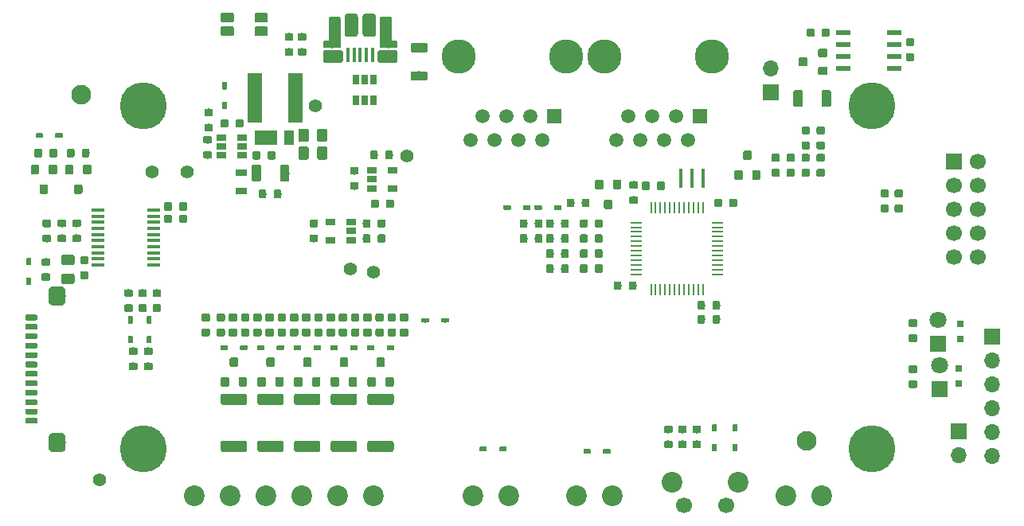
<source format=gts>
G04 #@! TF.GenerationSoftware,KiCad,Pcbnew,(2017-05-10 revision 747583606)-makepkg*
G04 #@! TF.CreationDate,2017-05-29T23:21:34+02:00*
G04 #@! TF.ProjectId,BMS-5s,424D532D35732E6B696361645F706362,rev?*
G04 #@! TF.FileFunction,Soldermask,Top*
G04 #@! TF.FilePolarity,Negative*
%FSLAX46Y46*%
G04 Gerber Fmt 4.6, Leading zero omitted, Abs format (unit mm)*
G04 Created by KiCad (PCBNEW (2017-05-10 revision 747583606)-makepkg) date 05/29/17 23:21:34*
%MOMM*%
%LPD*%
G01*
G04 APERTURE LIST*
%ADD10C,0.150000*%
%ADD11C,2.100000*%
%ADD12C,1.500000*%
%ADD13R,1.500000X1.500000*%
%ADD14C,3.650000*%
%ADD15R,0.400000X2.000000*%
%ADD16C,1.700000*%
%ADD17R,1.700000X1.700000*%
%ADD18R,0.800000X0.800000*%
%ADD19C,2.200000*%
%ADD20R,1.450000X0.450000*%
%ADD21R,1.550000X0.600000*%
%ADD22C,0.600000*%
%ADD23C,1.800000*%
%ADD24C,1.430000*%
%ADD25O,1.200000X1.700000*%
%ADD26C,1.100000*%
%ADD27R,0.400000X1.650000*%
%ADD28C,1.400000*%
%ADD29C,1.300000*%
%ADD30C,0.800000*%
%ADD31R,0.650000X1.060000*%
%ADD32C,0.900000*%
%ADD33O,1.700000X1.700000*%
%ADD34C,1.000000*%
%ADD35C,0.500000*%
%ADD36R,1.060000X0.650000*%
%ADD37C,1.050000*%
%ADD38R,1.501140X5.300980*%
%ADD39R,0.250000X1.300000*%
%ADD40R,1.300000X0.250000*%
%ADD41C,1.200000*%
%ADD42C,5.000000*%
%ADD43R,2.400000X1.500000*%
%ADD44R,1.050000X1.500000*%
%ADD45R,1.300000X0.700000*%
%ADD46R,1.800000X1.800000*%
G04 APERTURE END LIST*
D10*
X170194500Y-113000000D02*
G75*
G03X170194500Y-113000000I-444500J0D01*
G01*
X165694500Y-113000000D02*
G75*
G03X165694500Y-113000000I-444500J0D01*
G01*
X164635000Y-110500000D02*
G75*
G03X164635000Y-110500000I-635000J0D01*
G01*
X171635000Y-110500000D02*
G75*
G03X171635000Y-110500000I-635000J0D01*
G01*
D11*
X178300000Y-106100000D03*
D12*
X158055000Y-74080000D03*
X159325000Y-71540000D03*
X160595000Y-74080000D03*
X161865000Y-71540000D03*
X163135000Y-74080000D03*
X164405000Y-71540000D03*
X165675000Y-74080000D03*
D13*
X166945000Y-71540000D03*
D14*
X168215000Y-65190000D03*
X156785000Y-65190000D03*
D12*
X142555000Y-74080000D03*
X143825000Y-71540000D03*
X145095000Y-74080000D03*
X146365000Y-71540000D03*
X147635000Y-74080000D03*
X148905000Y-71540000D03*
X150175000Y-74080000D03*
D13*
X151445000Y-71540000D03*
D14*
X152715000Y-65190000D03*
X141285000Y-65190000D03*
D15*
X166100000Y-78200000D03*
X164900000Y-78200000D03*
X167300000Y-78200000D03*
D16*
X196500000Y-86580000D03*
X193960000Y-86580000D03*
X196500000Y-84040000D03*
X193960000Y-84040000D03*
X196500000Y-81500000D03*
X193960000Y-81500000D03*
X196500000Y-78960000D03*
X193960000Y-78960000D03*
X196500000Y-76420000D03*
D17*
X193960000Y-76420000D03*
D18*
X194500000Y-98400000D03*
X194500000Y-100000000D03*
X194600000Y-95300000D03*
X194600000Y-93700000D03*
D19*
X179885001Y-111997500D03*
X176075001Y-111997500D03*
D20*
X102930493Y-81562609D03*
X102930493Y-82212609D03*
X102930493Y-82862609D03*
X102930493Y-83512609D03*
X102930493Y-84162609D03*
X102930493Y-84812609D03*
X102930493Y-85462609D03*
X102930493Y-86112609D03*
X102930493Y-86762609D03*
X102930493Y-87412609D03*
X108830493Y-87412609D03*
X108830493Y-86762609D03*
X108830493Y-86112609D03*
X108830493Y-85462609D03*
X108830493Y-84812609D03*
X108830493Y-84162609D03*
X108830493Y-83512609D03*
X108830493Y-82862609D03*
X108830493Y-82212609D03*
X108830493Y-81562609D03*
D21*
X187600000Y-66505000D03*
X187600000Y-65235000D03*
X187600000Y-63965000D03*
X187600000Y-62695000D03*
X182200000Y-62695000D03*
X182200000Y-63965000D03*
X182200000Y-65235000D03*
X182200000Y-66505000D03*
D10*
G36*
X96364703Y-103700722D02*
X96379264Y-103702882D01*
X96393543Y-103706459D01*
X96407403Y-103711418D01*
X96420710Y-103717712D01*
X96433336Y-103725280D01*
X96445159Y-103734048D01*
X96456066Y-103743934D01*
X96465952Y-103754841D01*
X96474720Y-103766664D01*
X96482288Y-103779290D01*
X96488582Y-103792597D01*
X96493541Y-103806457D01*
X96497118Y-103820736D01*
X96499278Y-103835297D01*
X96500000Y-103850000D01*
X96500000Y-104150000D01*
X96499278Y-104164703D01*
X96497118Y-104179264D01*
X96493541Y-104193543D01*
X96488582Y-104207403D01*
X96482288Y-104220710D01*
X96474720Y-104233336D01*
X96465952Y-104245159D01*
X96456066Y-104256066D01*
X96445159Y-104265952D01*
X96433336Y-104274720D01*
X96420710Y-104282288D01*
X96407403Y-104288582D01*
X96393543Y-104293541D01*
X96379264Y-104297118D01*
X96364703Y-104299278D01*
X96350000Y-104300000D01*
X95350000Y-104300000D01*
X95335297Y-104299278D01*
X95320736Y-104297118D01*
X95306457Y-104293541D01*
X95292597Y-104288582D01*
X95279290Y-104282288D01*
X95266664Y-104274720D01*
X95254841Y-104265952D01*
X95243934Y-104256066D01*
X95234048Y-104245159D01*
X95225280Y-104233336D01*
X95217712Y-104220710D01*
X95211418Y-104207403D01*
X95206459Y-104193543D01*
X95202882Y-104179264D01*
X95200722Y-104164703D01*
X95200000Y-104150000D01*
X95200000Y-103850000D01*
X95200722Y-103835297D01*
X95202882Y-103820736D01*
X95206459Y-103806457D01*
X95211418Y-103792597D01*
X95217712Y-103779290D01*
X95225280Y-103766664D01*
X95234048Y-103754841D01*
X95243934Y-103743934D01*
X95254841Y-103734048D01*
X95266664Y-103725280D01*
X95279290Y-103717712D01*
X95292597Y-103711418D01*
X95306457Y-103706459D01*
X95320736Y-103702882D01*
X95335297Y-103700722D01*
X95350000Y-103700000D01*
X96350000Y-103700000D01*
X96364703Y-103700722D01*
X96364703Y-103700722D01*
G37*
D22*
X95850000Y-104000000D03*
D10*
G36*
X96364703Y-102700722D02*
X96379264Y-102702882D01*
X96393543Y-102706459D01*
X96407403Y-102711418D01*
X96420710Y-102717712D01*
X96433336Y-102725280D01*
X96445159Y-102734048D01*
X96456066Y-102743934D01*
X96465952Y-102754841D01*
X96474720Y-102766664D01*
X96482288Y-102779290D01*
X96488582Y-102792597D01*
X96493541Y-102806457D01*
X96497118Y-102820736D01*
X96499278Y-102835297D01*
X96500000Y-102850000D01*
X96500000Y-103150000D01*
X96499278Y-103164703D01*
X96497118Y-103179264D01*
X96493541Y-103193543D01*
X96488582Y-103207403D01*
X96482288Y-103220710D01*
X96474720Y-103233336D01*
X96465952Y-103245159D01*
X96456066Y-103256066D01*
X96445159Y-103265952D01*
X96433336Y-103274720D01*
X96420710Y-103282288D01*
X96407403Y-103288582D01*
X96393543Y-103293541D01*
X96379264Y-103297118D01*
X96364703Y-103299278D01*
X96350000Y-103300000D01*
X95350000Y-103300000D01*
X95335297Y-103299278D01*
X95320736Y-103297118D01*
X95306457Y-103293541D01*
X95292597Y-103288582D01*
X95279290Y-103282288D01*
X95266664Y-103274720D01*
X95254841Y-103265952D01*
X95243934Y-103256066D01*
X95234048Y-103245159D01*
X95225280Y-103233336D01*
X95217712Y-103220710D01*
X95211418Y-103207403D01*
X95206459Y-103193543D01*
X95202882Y-103179264D01*
X95200722Y-103164703D01*
X95200000Y-103150000D01*
X95200000Y-102850000D01*
X95200722Y-102835297D01*
X95202882Y-102820736D01*
X95206459Y-102806457D01*
X95211418Y-102792597D01*
X95217712Y-102779290D01*
X95225280Y-102766664D01*
X95234048Y-102754841D01*
X95243934Y-102743934D01*
X95254841Y-102734048D01*
X95266664Y-102725280D01*
X95279290Y-102717712D01*
X95292597Y-102711418D01*
X95306457Y-102706459D01*
X95320736Y-102702882D01*
X95335297Y-102700722D01*
X95350000Y-102700000D01*
X96350000Y-102700000D01*
X96364703Y-102700722D01*
X96364703Y-102700722D01*
G37*
D22*
X95850000Y-103000000D03*
D10*
G36*
X96364703Y-101700722D02*
X96379264Y-101702882D01*
X96393543Y-101706459D01*
X96407403Y-101711418D01*
X96420710Y-101717712D01*
X96433336Y-101725280D01*
X96445159Y-101734048D01*
X96456066Y-101743934D01*
X96465952Y-101754841D01*
X96474720Y-101766664D01*
X96482288Y-101779290D01*
X96488582Y-101792597D01*
X96493541Y-101806457D01*
X96497118Y-101820736D01*
X96499278Y-101835297D01*
X96500000Y-101850000D01*
X96500000Y-102150000D01*
X96499278Y-102164703D01*
X96497118Y-102179264D01*
X96493541Y-102193543D01*
X96488582Y-102207403D01*
X96482288Y-102220710D01*
X96474720Y-102233336D01*
X96465952Y-102245159D01*
X96456066Y-102256066D01*
X96445159Y-102265952D01*
X96433336Y-102274720D01*
X96420710Y-102282288D01*
X96407403Y-102288582D01*
X96393543Y-102293541D01*
X96379264Y-102297118D01*
X96364703Y-102299278D01*
X96350000Y-102300000D01*
X95350000Y-102300000D01*
X95335297Y-102299278D01*
X95320736Y-102297118D01*
X95306457Y-102293541D01*
X95292597Y-102288582D01*
X95279290Y-102282288D01*
X95266664Y-102274720D01*
X95254841Y-102265952D01*
X95243934Y-102256066D01*
X95234048Y-102245159D01*
X95225280Y-102233336D01*
X95217712Y-102220710D01*
X95211418Y-102207403D01*
X95206459Y-102193543D01*
X95202882Y-102179264D01*
X95200722Y-102164703D01*
X95200000Y-102150000D01*
X95200000Y-101850000D01*
X95200722Y-101835297D01*
X95202882Y-101820736D01*
X95206459Y-101806457D01*
X95211418Y-101792597D01*
X95217712Y-101779290D01*
X95225280Y-101766664D01*
X95234048Y-101754841D01*
X95243934Y-101743934D01*
X95254841Y-101734048D01*
X95266664Y-101725280D01*
X95279290Y-101717712D01*
X95292597Y-101711418D01*
X95306457Y-101706459D01*
X95320736Y-101702882D01*
X95335297Y-101700722D01*
X95350000Y-101700000D01*
X96350000Y-101700000D01*
X96364703Y-101700722D01*
X96364703Y-101700722D01*
G37*
D22*
X95850000Y-102000000D03*
D10*
G36*
X96364703Y-100700722D02*
X96379264Y-100702882D01*
X96393543Y-100706459D01*
X96407403Y-100711418D01*
X96420710Y-100717712D01*
X96433336Y-100725280D01*
X96445159Y-100734048D01*
X96456066Y-100743934D01*
X96465952Y-100754841D01*
X96474720Y-100766664D01*
X96482288Y-100779290D01*
X96488582Y-100792597D01*
X96493541Y-100806457D01*
X96497118Y-100820736D01*
X96499278Y-100835297D01*
X96500000Y-100850000D01*
X96500000Y-101150000D01*
X96499278Y-101164703D01*
X96497118Y-101179264D01*
X96493541Y-101193543D01*
X96488582Y-101207403D01*
X96482288Y-101220710D01*
X96474720Y-101233336D01*
X96465952Y-101245159D01*
X96456066Y-101256066D01*
X96445159Y-101265952D01*
X96433336Y-101274720D01*
X96420710Y-101282288D01*
X96407403Y-101288582D01*
X96393543Y-101293541D01*
X96379264Y-101297118D01*
X96364703Y-101299278D01*
X96350000Y-101300000D01*
X95350000Y-101300000D01*
X95335297Y-101299278D01*
X95320736Y-101297118D01*
X95306457Y-101293541D01*
X95292597Y-101288582D01*
X95279290Y-101282288D01*
X95266664Y-101274720D01*
X95254841Y-101265952D01*
X95243934Y-101256066D01*
X95234048Y-101245159D01*
X95225280Y-101233336D01*
X95217712Y-101220710D01*
X95211418Y-101207403D01*
X95206459Y-101193543D01*
X95202882Y-101179264D01*
X95200722Y-101164703D01*
X95200000Y-101150000D01*
X95200000Y-100850000D01*
X95200722Y-100835297D01*
X95202882Y-100820736D01*
X95206459Y-100806457D01*
X95211418Y-100792597D01*
X95217712Y-100779290D01*
X95225280Y-100766664D01*
X95234048Y-100754841D01*
X95243934Y-100743934D01*
X95254841Y-100734048D01*
X95266664Y-100725280D01*
X95279290Y-100717712D01*
X95292597Y-100711418D01*
X95306457Y-100706459D01*
X95320736Y-100702882D01*
X95335297Y-100700722D01*
X95350000Y-100700000D01*
X96350000Y-100700000D01*
X96364703Y-100700722D01*
X96364703Y-100700722D01*
G37*
D22*
X95850000Y-101000000D03*
D10*
G36*
X96364703Y-99700722D02*
X96379264Y-99702882D01*
X96393543Y-99706459D01*
X96407403Y-99711418D01*
X96420710Y-99717712D01*
X96433336Y-99725280D01*
X96445159Y-99734048D01*
X96456066Y-99743934D01*
X96465952Y-99754841D01*
X96474720Y-99766664D01*
X96482288Y-99779290D01*
X96488582Y-99792597D01*
X96493541Y-99806457D01*
X96497118Y-99820736D01*
X96499278Y-99835297D01*
X96500000Y-99850000D01*
X96500000Y-100150000D01*
X96499278Y-100164703D01*
X96497118Y-100179264D01*
X96493541Y-100193543D01*
X96488582Y-100207403D01*
X96482288Y-100220710D01*
X96474720Y-100233336D01*
X96465952Y-100245159D01*
X96456066Y-100256066D01*
X96445159Y-100265952D01*
X96433336Y-100274720D01*
X96420710Y-100282288D01*
X96407403Y-100288582D01*
X96393543Y-100293541D01*
X96379264Y-100297118D01*
X96364703Y-100299278D01*
X96350000Y-100300000D01*
X95350000Y-100300000D01*
X95335297Y-100299278D01*
X95320736Y-100297118D01*
X95306457Y-100293541D01*
X95292597Y-100288582D01*
X95279290Y-100282288D01*
X95266664Y-100274720D01*
X95254841Y-100265952D01*
X95243934Y-100256066D01*
X95234048Y-100245159D01*
X95225280Y-100233336D01*
X95217712Y-100220710D01*
X95211418Y-100207403D01*
X95206459Y-100193543D01*
X95202882Y-100179264D01*
X95200722Y-100164703D01*
X95200000Y-100150000D01*
X95200000Y-99850000D01*
X95200722Y-99835297D01*
X95202882Y-99820736D01*
X95206459Y-99806457D01*
X95211418Y-99792597D01*
X95217712Y-99779290D01*
X95225280Y-99766664D01*
X95234048Y-99754841D01*
X95243934Y-99743934D01*
X95254841Y-99734048D01*
X95266664Y-99725280D01*
X95279290Y-99717712D01*
X95292597Y-99711418D01*
X95306457Y-99706459D01*
X95320736Y-99702882D01*
X95335297Y-99700722D01*
X95350000Y-99700000D01*
X96350000Y-99700000D01*
X96364703Y-99700722D01*
X96364703Y-99700722D01*
G37*
D22*
X95850000Y-100000000D03*
D10*
G36*
X96364703Y-98700722D02*
X96379264Y-98702882D01*
X96393543Y-98706459D01*
X96407403Y-98711418D01*
X96420710Y-98717712D01*
X96433336Y-98725280D01*
X96445159Y-98734048D01*
X96456066Y-98743934D01*
X96465952Y-98754841D01*
X96474720Y-98766664D01*
X96482288Y-98779290D01*
X96488582Y-98792597D01*
X96493541Y-98806457D01*
X96497118Y-98820736D01*
X96499278Y-98835297D01*
X96500000Y-98850000D01*
X96500000Y-99150000D01*
X96499278Y-99164703D01*
X96497118Y-99179264D01*
X96493541Y-99193543D01*
X96488582Y-99207403D01*
X96482288Y-99220710D01*
X96474720Y-99233336D01*
X96465952Y-99245159D01*
X96456066Y-99256066D01*
X96445159Y-99265952D01*
X96433336Y-99274720D01*
X96420710Y-99282288D01*
X96407403Y-99288582D01*
X96393543Y-99293541D01*
X96379264Y-99297118D01*
X96364703Y-99299278D01*
X96350000Y-99300000D01*
X95350000Y-99300000D01*
X95335297Y-99299278D01*
X95320736Y-99297118D01*
X95306457Y-99293541D01*
X95292597Y-99288582D01*
X95279290Y-99282288D01*
X95266664Y-99274720D01*
X95254841Y-99265952D01*
X95243934Y-99256066D01*
X95234048Y-99245159D01*
X95225280Y-99233336D01*
X95217712Y-99220710D01*
X95211418Y-99207403D01*
X95206459Y-99193543D01*
X95202882Y-99179264D01*
X95200722Y-99164703D01*
X95200000Y-99150000D01*
X95200000Y-98850000D01*
X95200722Y-98835297D01*
X95202882Y-98820736D01*
X95206459Y-98806457D01*
X95211418Y-98792597D01*
X95217712Y-98779290D01*
X95225280Y-98766664D01*
X95234048Y-98754841D01*
X95243934Y-98743934D01*
X95254841Y-98734048D01*
X95266664Y-98725280D01*
X95279290Y-98717712D01*
X95292597Y-98711418D01*
X95306457Y-98706459D01*
X95320736Y-98702882D01*
X95335297Y-98700722D01*
X95350000Y-98700000D01*
X96350000Y-98700000D01*
X96364703Y-98700722D01*
X96364703Y-98700722D01*
G37*
D22*
X95850000Y-99000000D03*
D10*
G36*
X96364703Y-97700722D02*
X96379264Y-97702882D01*
X96393543Y-97706459D01*
X96407403Y-97711418D01*
X96420710Y-97717712D01*
X96433336Y-97725280D01*
X96445159Y-97734048D01*
X96456066Y-97743934D01*
X96465952Y-97754841D01*
X96474720Y-97766664D01*
X96482288Y-97779290D01*
X96488582Y-97792597D01*
X96493541Y-97806457D01*
X96497118Y-97820736D01*
X96499278Y-97835297D01*
X96500000Y-97850000D01*
X96500000Y-98150000D01*
X96499278Y-98164703D01*
X96497118Y-98179264D01*
X96493541Y-98193543D01*
X96488582Y-98207403D01*
X96482288Y-98220710D01*
X96474720Y-98233336D01*
X96465952Y-98245159D01*
X96456066Y-98256066D01*
X96445159Y-98265952D01*
X96433336Y-98274720D01*
X96420710Y-98282288D01*
X96407403Y-98288582D01*
X96393543Y-98293541D01*
X96379264Y-98297118D01*
X96364703Y-98299278D01*
X96350000Y-98300000D01*
X95350000Y-98300000D01*
X95335297Y-98299278D01*
X95320736Y-98297118D01*
X95306457Y-98293541D01*
X95292597Y-98288582D01*
X95279290Y-98282288D01*
X95266664Y-98274720D01*
X95254841Y-98265952D01*
X95243934Y-98256066D01*
X95234048Y-98245159D01*
X95225280Y-98233336D01*
X95217712Y-98220710D01*
X95211418Y-98207403D01*
X95206459Y-98193543D01*
X95202882Y-98179264D01*
X95200722Y-98164703D01*
X95200000Y-98150000D01*
X95200000Y-97850000D01*
X95200722Y-97835297D01*
X95202882Y-97820736D01*
X95206459Y-97806457D01*
X95211418Y-97792597D01*
X95217712Y-97779290D01*
X95225280Y-97766664D01*
X95234048Y-97754841D01*
X95243934Y-97743934D01*
X95254841Y-97734048D01*
X95266664Y-97725280D01*
X95279290Y-97717712D01*
X95292597Y-97711418D01*
X95306457Y-97706459D01*
X95320736Y-97702882D01*
X95335297Y-97700722D01*
X95350000Y-97700000D01*
X96350000Y-97700000D01*
X96364703Y-97700722D01*
X96364703Y-97700722D01*
G37*
D22*
X95850000Y-98000000D03*
D10*
G36*
X96364703Y-96700722D02*
X96379264Y-96702882D01*
X96393543Y-96706459D01*
X96407403Y-96711418D01*
X96420710Y-96717712D01*
X96433336Y-96725280D01*
X96445159Y-96734048D01*
X96456066Y-96743934D01*
X96465952Y-96754841D01*
X96474720Y-96766664D01*
X96482288Y-96779290D01*
X96488582Y-96792597D01*
X96493541Y-96806457D01*
X96497118Y-96820736D01*
X96499278Y-96835297D01*
X96500000Y-96850000D01*
X96500000Y-97150000D01*
X96499278Y-97164703D01*
X96497118Y-97179264D01*
X96493541Y-97193543D01*
X96488582Y-97207403D01*
X96482288Y-97220710D01*
X96474720Y-97233336D01*
X96465952Y-97245159D01*
X96456066Y-97256066D01*
X96445159Y-97265952D01*
X96433336Y-97274720D01*
X96420710Y-97282288D01*
X96407403Y-97288582D01*
X96393543Y-97293541D01*
X96379264Y-97297118D01*
X96364703Y-97299278D01*
X96350000Y-97300000D01*
X95350000Y-97300000D01*
X95335297Y-97299278D01*
X95320736Y-97297118D01*
X95306457Y-97293541D01*
X95292597Y-97288582D01*
X95279290Y-97282288D01*
X95266664Y-97274720D01*
X95254841Y-97265952D01*
X95243934Y-97256066D01*
X95234048Y-97245159D01*
X95225280Y-97233336D01*
X95217712Y-97220710D01*
X95211418Y-97207403D01*
X95206459Y-97193543D01*
X95202882Y-97179264D01*
X95200722Y-97164703D01*
X95200000Y-97150000D01*
X95200000Y-96850000D01*
X95200722Y-96835297D01*
X95202882Y-96820736D01*
X95206459Y-96806457D01*
X95211418Y-96792597D01*
X95217712Y-96779290D01*
X95225280Y-96766664D01*
X95234048Y-96754841D01*
X95243934Y-96743934D01*
X95254841Y-96734048D01*
X95266664Y-96725280D01*
X95279290Y-96717712D01*
X95292597Y-96711418D01*
X95306457Y-96706459D01*
X95320736Y-96702882D01*
X95335297Y-96700722D01*
X95350000Y-96700000D01*
X96350000Y-96700000D01*
X96364703Y-96700722D01*
X96364703Y-96700722D01*
G37*
D22*
X95850000Y-97000000D03*
D10*
G36*
X96364703Y-95700722D02*
X96379264Y-95702882D01*
X96393543Y-95706459D01*
X96407403Y-95711418D01*
X96420710Y-95717712D01*
X96433336Y-95725280D01*
X96445159Y-95734048D01*
X96456066Y-95743934D01*
X96465952Y-95754841D01*
X96474720Y-95766664D01*
X96482288Y-95779290D01*
X96488582Y-95792597D01*
X96493541Y-95806457D01*
X96497118Y-95820736D01*
X96499278Y-95835297D01*
X96500000Y-95850000D01*
X96500000Y-96150000D01*
X96499278Y-96164703D01*
X96497118Y-96179264D01*
X96493541Y-96193543D01*
X96488582Y-96207403D01*
X96482288Y-96220710D01*
X96474720Y-96233336D01*
X96465952Y-96245159D01*
X96456066Y-96256066D01*
X96445159Y-96265952D01*
X96433336Y-96274720D01*
X96420710Y-96282288D01*
X96407403Y-96288582D01*
X96393543Y-96293541D01*
X96379264Y-96297118D01*
X96364703Y-96299278D01*
X96350000Y-96300000D01*
X95350000Y-96300000D01*
X95335297Y-96299278D01*
X95320736Y-96297118D01*
X95306457Y-96293541D01*
X95292597Y-96288582D01*
X95279290Y-96282288D01*
X95266664Y-96274720D01*
X95254841Y-96265952D01*
X95243934Y-96256066D01*
X95234048Y-96245159D01*
X95225280Y-96233336D01*
X95217712Y-96220710D01*
X95211418Y-96207403D01*
X95206459Y-96193543D01*
X95202882Y-96179264D01*
X95200722Y-96164703D01*
X95200000Y-96150000D01*
X95200000Y-95850000D01*
X95200722Y-95835297D01*
X95202882Y-95820736D01*
X95206459Y-95806457D01*
X95211418Y-95792597D01*
X95217712Y-95779290D01*
X95225280Y-95766664D01*
X95234048Y-95754841D01*
X95243934Y-95743934D01*
X95254841Y-95734048D01*
X95266664Y-95725280D01*
X95279290Y-95717712D01*
X95292597Y-95711418D01*
X95306457Y-95706459D01*
X95320736Y-95702882D01*
X95335297Y-95700722D01*
X95350000Y-95700000D01*
X96350000Y-95700000D01*
X96364703Y-95700722D01*
X96364703Y-95700722D01*
G37*
D22*
X95850000Y-96000000D03*
D10*
G36*
X96364703Y-94700722D02*
X96379264Y-94702882D01*
X96393543Y-94706459D01*
X96407403Y-94711418D01*
X96420710Y-94717712D01*
X96433336Y-94725280D01*
X96445159Y-94734048D01*
X96456066Y-94743934D01*
X96465952Y-94754841D01*
X96474720Y-94766664D01*
X96482288Y-94779290D01*
X96488582Y-94792597D01*
X96493541Y-94806457D01*
X96497118Y-94820736D01*
X96499278Y-94835297D01*
X96500000Y-94850000D01*
X96500000Y-95150000D01*
X96499278Y-95164703D01*
X96497118Y-95179264D01*
X96493541Y-95193543D01*
X96488582Y-95207403D01*
X96482288Y-95220710D01*
X96474720Y-95233336D01*
X96465952Y-95245159D01*
X96456066Y-95256066D01*
X96445159Y-95265952D01*
X96433336Y-95274720D01*
X96420710Y-95282288D01*
X96407403Y-95288582D01*
X96393543Y-95293541D01*
X96379264Y-95297118D01*
X96364703Y-95299278D01*
X96350000Y-95300000D01*
X95350000Y-95300000D01*
X95335297Y-95299278D01*
X95320736Y-95297118D01*
X95306457Y-95293541D01*
X95292597Y-95288582D01*
X95279290Y-95282288D01*
X95266664Y-95274720D01*
X95254841Y-95265952D01*
X95243934Y-95256066D01*
X95234048Y-95245159D01*
X95225280Y-95233336D01*
X95217712Y-95220710D01*
X95211418Y-95207403D01*
X95206459Y-95193543D01*
X95202882Y-95179264D01*
X95200722Y-95164703D01*
X95200000Y-95150000D01*
X95200000Y-94850000D01*
X95200722Y-94835297D01*
X95202882Y-94820736D01*
X95206459Y-94806457D01*
X95211418Y-94792597D01*
X95217712Y-94779290D01*
X95225280Y-94766664D01*
X95234048Y-94754841D01*
X95243934Y-94743934D01*
X95254841Y-94734048D01*
X95266664Y-94725280D01*
X95279290Y-94717712D01*
X95292597Y-94711418D01*
X95306457Y-94706459D01*
X95320736Y-94702882D01*
X95335297Y-94700722D01*
X95350000Y-94700000D01*
X96350000Y-94700000D01*
X96364703Y-94700722D01*
X96364703Y-94700722D01*
G37*
D22*
X95850000Y-95000000D03*
D10*
G36*
X96364703Y-93700722D02*
X96379264Y-93702882D01*
X96393543Y-93706459D01*
X96407403Y-93711418D01*
X96420710Y-93717712D01*
X96433336Y-93725280D01*
X96445159Y-93734048D01*
X96456066Y-93743934D01*
X96465952Y-93754841D01*
X96474720Y-93766664D01*
X96482288Y-93779290D01*
X96488582Y-93792597D01*
X96493541Y-93806457D01*
X96497118Y-93820736D01*
X96499278Y-93835297D01*
X96500000Y-93850000D01*
X96500000Y-94150000D01*
X96499278Y-94164703D01*
X96497118Y-94179264D01*
X96493541Y-94193543D01*
X96488582Y-94207403D01*
X96482288Y-94220710D01*
X96474720Y-94233336D01*
X96465952Y-94245159D01*
X96456066Y-94256066D01*
X96445159Y-94265952D01*
X96433336Y-94274720D01*
X96420710Y-94282288D01*
X96407403Y-94288582D01*
X96393543Y-94293541D01*
X96379264Y-94297118D01*
X96364703Y-94299278D01*
X96350000Y-94300000D01*
X95350000Y-94300000D01*
X95335297Y-94299278D01*
X95320736Y-94297118D01*
X95306457Y-94293541D01*
X95292597Y-94288582D01*
X95279290Y-94282288D01*
X95266664Y-94274720D01*
X95254841Y-94265952D01*
X95243934Y-94256066D01*
X95234048Y-94245159D01*
X95225280Y-94233336D01*
X95217712Y-94220710D01*
X95211418Y-94207403D01*
X95206459Y-94193543D01*
X95202882Y-94179264D01*
X95200722Y-94164703D01*
X95200000Y-94150000D01*
X95200000Y-93850000D01*
X95200722Y-93835297D01*
X95202882Y-93820736D01*
X95206459Y-93806457D01*
X95211418Y-93792597D01*
X95217712Y-93779290D01*
X95225280Y-93766664D01*
X95234048Y-93754841D01*
X95243934Y-93743934D01*
X95254841Y-93734048D01*
X95266664Y-93725280D01*
X95279290Y-93717712D01*
X95292597Y-93711418D01*
X95306457Y-93706459D01*
X95320736Y-93702882D01*
X95335297Y-93700722D01*
X95350000Y-93700000D01*
X96350000Y-93700000D01*
X96364703Y-93700722D01*
X96364703Y-93700722D01*
G37*
D22*
X95850000Y-94000000D03*
D10*
G36*
X96364703Y-92700722D02*
X96379264Y-92702882D01*
X96393543Y-92706459D01*
X96407403Y-92711418D01*
X96420710Y-92717712D01*
X96433336Y-92725280D01*
X96445159Y-92734048D01*
X96456066Y-92743934D01*
X96465952Y-92754841D01*
X96474720Y-92766664D01*
X96482288Y-92779290D01*
X96488582Y-92792597D01*
X96493541Y-92806457D01*
X96497118Y-92820736D01*
X96499278Y-92835297D01*
X96500000Y-92850000D01*
X96500000Y-93150000D01*
X96499278Y-93164703D01*
X96497118Y-93179264D01*
X96493541Y-93193543D01*
X96488582Y-93207403D01*
X96482288Y-93220710D01*
X96474720Y-93233336D01*
X96465952Y-93245159D01*
X96456066Y-93256066D01*
X96445159Y-93265952D01*
X96433336Y-93274720D01*
X96420710Y-93282288D01*
X96407403Y-93288582D01*
X96393543Y-93293541D01*
X96379264Y-93297118D01*
X96364703Y-93299278D01*
X96350000Y-93300000D01*
X95350000Y-93300000D01*
X95335297Y-93299278D01*
X95320736Y-93297118D01*
X95306457Y-93293541D01*
X95292597Y-93288582D01*
X95279290Y-93282288D01*
X95266664Y-93274720D01*
X95254841Y-93265952D01*
X95243934Y-93256066D01*
X95234048Y-93245159D01*
X95225280Y-93233336D01*
X95217712Y-93220710D01*
X95211418Y-93207403D01*
X95206459Y-93193543D01*
X95202882Y-93179264D01*
X95200722Y-93164703D01*
X95200000Y-93150000D01*
X95200000Y-92850000D01*
X95200722Y-92835297D01*
X95202882Y-92820736D01*
X95206459Y-92806457D01*
X95211418Y-92792597D01*
X95217712Y-92779290D01*
X95225280Y-92766664D01*
X95234048Y-92754841D01*
X95243934Y-92743934D01*
X95254841Y-92734048D01*
X95266664Y-92725280D01*
X95279290Y-92717712D01*
X95292597Y-92711418D01*
X95306457Y-92706459D01*
X95320736Y-92702882D01*
X95335297Y-92700722D01*
X95350000Y-92700000D01*
X96350000Y-92700000D01*
X96364703Y-92700722D01*
X96364703Y-92700722D01*
G37*
D22*
X95850000Y-93000000D03*
D10*
G36*
X99094108Y-105302167D02*
X99137791Y-105308647D01*
X99180628Y-105319377D01*
X99222208Y-105334254D01*
X99262129Y-105353135D01*
X99300007Y-105375839D01*
X99335477Y-105402145D01*
X99368198Y-105431802D01*
X99397855Y-105464523D01*
X99424161Y-105499993D01*
X99446865Y-105537871D01*
X99465746Y-105577792D01*
X99480623Y-105619372D01*
X99491353Y-105662209D01*
X99497833Y-105705892D01*
X99500000Y-105750000D01*
X99500000Y-106850000D01*
X99497833Y-106894108D01*
X99491353Y-106937791D01*
X99480623Y-106980628D01*
X99465746Y-107022208D01*
X99446865Y-107062129D01*
X99424161Y-107100007D01*
X99397855Y-107135477D01*
X99368198Y-107168198D01*
X99335477Y-107197855D01*
X99300007Y-107224161D01*
X99262129Y-107246865D01*
X99222208Y-107265746D01*
X99180628Y-107280623D01*
X99137791Y-107291353D01*
X99094108Y-107297833D01*
X99050000Y-107300000D01*
X98150000Y-107300000D01*
X98105892Y-107297833D01*
X98062209Y-107291353D01*
X98019372Y-107280623D01*
X97977792Y-107265746D01*
X97937871Y-107246865D01*
X97899993Y-107224161D01*
X97864523Y-107197855D01*
X97831802Y-107168198D01*
X97802145Y-107135477D01*
X97775839Y-107100007D01*
X97753135Y-107062129D01*
X97734254Y-107022208D01*
X97719377Y-106980628D01*
X97708647Y-106937791D01*
X97702167Y-106894108D01*
X97700000Y-106850000D01*
X97700000Y-105750000D01*
X97702167Y-105705892D01*
X97708647Y-105662209D01*
X97719377Y-105619372D01*
X97734254Y-105577792D01*
X97753135Y-105537871D01*
X97775839Y-105499993D01*
X97802145Y-105464523D01*
X97831802Y-105431802D01*
X97864523Y-105402145D01*
X97899993Y-105375839D01*
X97937871Y-105353135D01*
X97977792Y-105334254D01*
X98019372Y-105319377D01*
X98062209Y-105308647D01*
X98105892Y-105302167D01*
X98150000Y-105300000D01*
X99050000Y-105300000D01*
X99094108Y-105302167D01*
X99094108Y-105302167D01*
G37*
D23*
X98600000Y-106300000D03*
D10*
G36*
X99094108Y-89702167D02*
X99137791Y-89708647D01*
X99180628Y-89719377D01*
X99222208Y-89734254D01*
X99262129Y-89753135D01*
X99300007Y-89775839D01*
X99335477Y-89802145D01*
X99368198Y-89831802D01*
X99397855Y-89864523D01*
X99424161Y-89899993D01*
X99446865Y-89937871D01*
X99465746Y-89977792D01*
X99480623Y-90019372D01*
X99491353Y-90062209D01*
X99497833Y-90105892D01*
X99500000Y-90150000D01*
X99500000Y-91250000D01*
X99497833Y-91294108D01*
X99491353Y-91337791D01*
X99480623Y-91380628D01*
X99465746Y-91422208D01*
X99446865Y-91462129D01*
X99424161Y-91500007D01*
X99397855Y-91535477D01*
X99368198Y-91568198D01*
X99335477Y-91597855D01*
X99300007Y-91624161D01*
X99262129Y-91646865D01*
X99222208Y-91665746D01*
X99180628Y-91680623D01*
X99137791Y-91691353D01*
X99094108Y-91697833D01*
X99050000Y-91700000D01*
X98150000Y-91700000D01*
X98105892Y-91697833D01*
X98062209Y-91691353D01*
X98019372Y-91680623D01*
X97977792Y-91665746D01*
X97937871Y-91646865D01*
X97899993Y-91624161D01*
X97864523Y-91597855D01*
X97831802Y-91568198D01*
X97802145Y-91535477D01*
X97775839Y-91500007D01*
X97753135Y-91462129D01*
X97734254Y-91422208D01*
X97719377Y-91380628D01*
X97708647Y-91337791D01*
X97702167Y-91294108D01*
X97700000Y-91250000D01*
X97700000Y-90150000D01*
X97702167Y-90105892D01*
X97708647Y-90062209D01*
X97719377Y-90019372D01*
X97734254Y-89977792D01*
X97753135Y-89937871D01*
X97775839Y-89899993D01*
X97802145Y-89864523D01*
X97831802Y-89831802D01*
X97864523Y-89802145D01*
X97899993Y-89775839D01*
X97937871Y-89753135D01*
X97977792Y-89734254D01*
X98019372Y-89719377D01*
X98062209Y-89708647D01*
X98105892Y-89702167D01*
X98150000Y-89700000D01*
X99050000Y-89700000D01*
X99094108Y-89702167D01*
X99094108Y-89702167D01*
G37*
D23*
X98600000Y-90700000D03*
D10*
G36*
X130272541Y-60651721D02*
X130307245Y-60656869D01*
X130341277Y-60665394D01*
X130374309Y-60677213D01*
X130406024Y-60692213D01*
X130436116Y-60710250D01*
X130464296Y-60731149D01*
X130490291Y-60754709D01*
X130513851Y-60780704D01*
X130534750Y-60808884D01*
X130552787Y-60838976D01*
X130567787Y-60870691D01*
X130579606Y-60903723D01*
X130588131Y-60937755D01*
X130593279Y-60972459D01*
X130595000Y-61007500D01*
X130595000Y-62792500D01*
X130593279Y-62827541D01*
X130588131Y-62862245D01*
X130579606Y-62896277D01*
X130567787Y-62929309D01*
X130552787Y-62961024D01*
X130534750Y-62991116D01*
X130513851Y-63019296D01*
X130490291Y-63045291D01*
X130464296Y-63068851D01*
X130436116Y-63089750D01*
X130406024Y-63107787D01*
X130374309Y-63122787D01*
X130341277Y-63134606D01*
X130307245Y-63143131D01*
X130272541Y-63148279D01*
X130237500Y-63150000D01*
X129522500Y-63150000D01*
X129487459Y-63148279D01*
X129452755Y-63143131D01*
X129418723Y-63134606D01*
X129385691Y-63122787D01*
X129353976Y-63107787D01*
X129323884Y-63089750D01*
X129295704Y-63068851D01*
X129269709Y-63045291D01*
X129246149Y-63019296D01*
X129225250Y-62991116D01*
X129207213Y-62961024D01*
X129192213Y-62929309D01*
X129180394Y-62896277D01*
X129171869Y-62862245D01*
X129166721Y-62827541D01*
X129165000Y-62792500D01*
X129165000Y-61007500D01*
X129166721Y-60972459D01*
X129171869Y-60937755D01*
X129180394Y-60903723D01*
X129192213Y-60870691D01*
X129207213Y-60838976D01*
X129225250Y-60808884D01*
X129246149Y-60780704D01*
X129269709Y-60754709D01*
X129295704Y-60731149D01*
X129323884Y-60710250D01*
X129353976Y-60692213D01*
X129385691Y-60677213D01*
X129418723Y-60665394D01*
X129452755Y-60656869D01*
X129487459Y-60651721D01*
X129522500Y-60650000D01*
X130237500Y-60650000D01*
X130272541Y-60651721D01*
X130272541Y-60651721D01*
G37*
D24*
X129880000Y-61900000D03*
D10*
G36*
X132192541Y-60651721D02*
X132227245Y-60656869D01*
X132261277Y-60665394D01*
X132294309Y-60677213D01*
X132326024Y-60692213D01*
X132356116Y-60710250D01*
X132384296Y-60731149D01*
X132410291Y-60754709D01*
X132433851Y-60780704D01*
X132454750Y-60808884D01*
X132472787Y-60838976D01*
X132487787Y-60870691D01*
X132499606Y-60903723D01*
X132508131Y-60937755D01*
X132513279Y-60972459D01*
X132515000Y-61007500D01*
X132515000Y-62792500D01*
X132513279Y-62827541D01*
X132508131Y-62862245D01*
X132499606Y-62896277D01*
X132487787Y-62929309D01*
X132472787Y-62961024D01*
X132454750Y-62991116D01*
X132433851Y-63019296D01*
X132410291Y-63045291D01*
X132384296Y-63068851D01*
X132356116Y-63089750D01*
X132326024Y-63107787D01*
X132294309Y-63122787D01*
X132261277Y-63134606D01*
X132227245Y-63143131D01*
X132192541Y-63148279D01*
X132157500Y-63150000D01*
X131442500Y-63150000D01*
X131407459Y-63148279D01*
X131372755Y-63143131D01*
X131338723Y-63134606D01*
X131305691Y-63122787D01*
X131273976Y-63107787D01*
X131243884Y-63089750D01*
X131215704Y-63068851D01*
X131189709Y-63045291D01*
X131166149Y-63019296D01*
X131145250Y-62991116D01*
X131127213Y-62961024D01*
X131112213Y-62929309D01*
X131100394Y-62896277D01*
X131091869Y-62862245D01*
X131086721Y-62827541D01*
X131085000Y-62792500D01*
X131085000Y-61007500D01*
X131086721Y-60972459D01*
X131091869Y-60937755D01*
X131100394Y-60903723D01*
X131112213Y-60870691D01*
X131127213Y-60838976D01*
X131145250Y-60808884D01*
X131166149Y-60780704D01*
X131189709Y-60754709D01*
X131215704Y-60731149D01*
X131243884Y-60710250D01*
X131273976Y-60692213D01*
X131305691Y-60677213D01*
X131338723Y-60665394D01*
X131372755Y-60656869D01*
X131407459Y-60651721D01*
X131442500Y-60650000D01*
X132157500Y-60650000D01*
X132192541Y-60651721D01*
X132192541Y-60651721D01*
G37*
D24*
X131800000Y-61900000D03*
D25*
X128110000Y-62140000D03*
X133570000Y-62140000D03*
D26*
X128420000Y-65220000D03*
X133260000Y-65220000D03*
D27*
X129540000Y-65020000D03*
X130190000Y-65020000D03*
X130840000Y-65020000D03*
X131490000Y-65020000D03*
X132140000Y-65020000D03*
D10*
G36*
X128737445Y-64521348D02*
X128764625Y-64525380D01*
X128791280Y-64532057D01*
X128817151Y-64541314D01*
X128841991Y-64553062D01*
X128865560Y-64567189D01*
X128887630Y-64583557D01*
X128907990Y-64602010D01*
X128926443Y-64622370D01*
X128942811Y-64644440D01*
X128956938Y-64668009D01*
X128968686Y-64692849D01*
X128977943Y-64718720D01*
X128984620Y-64745375D01*
X128988652Y-64772555D01*
X128990000Y-64800000D01*
X128990000Y-65640000D01*
X128988652Y-65667445D01*
X128984620Y-65694625D01*
X128977943Y-65721280D01*
X128968686Y-65747151D01*
X128956938Y-65771991D01*
X128942811Y-65795560D01*
X128926443Y-65817630D01*
X128907990Y-65837990D01*
X128887630Y-65856443D01*
X128865560Y-65872811D01*
X128841991Y-65886938D01*
X128817151Y-65898686D01*
X128791280Y-65907943D01*
X128764625Y-65914620D01*
X128737445Y-65918652D01*
X128710000Y-65920000D01*
X127170000Y-65920000D01*
X127142555Y-65918652D01*
X127115375Y-65914620D01*
X127088720Y-65907943D01*
X127062849Y-65898686D01*
X127038009Y-65886938D01*
X127014440Y-65872811D01*
X126992370Y-65856443D01*
X126972010Y-65837990D01*
X126953557Y-65817630D01*
X126937189Y-65795560D01*
X126923062Y-65771991D01*
X126911314Y-65747151D01*
X126902057Y-65721280D01*
X126895380Y-65694625D01*
X126891348Y-65667445D01*
X126890000Y-65640000D01*
X126890000Y-64800000D01*
X126891348Y-64772555D01*
X126895380Y-64745375D01*
X126902057Y-64718720D01*
X126911314Y-64692849D01*
X126923062Y-64668009D01*
X126937189Y-64644440D01*
X126953557Y-64622370D01*
X126972010Y-64602010D01*
X126992370Y-64583557D01*
X127014440Y-64567189D01*
X127038009Y-64553062D01*
X127062849Y-64541314D01*
X127088720Y-64532057D01*
X127115375Y-64525380D01*
X127142555Y-64521348D01*
X127170000Y-64520000D01*
X128710000Y-64520000D01*
X128737445Y-64521348D01*
X128737445Y-64521348D01*
G37*
D28*
X127940000Y-65220000D03*
D10*
G36*
X134537445Y-64521348D02*
X134564625Y-64525380D01*
X134591280Y-64532057D01*
X134617151Y-64541314D01*
X134641991Y-64553062D01*
X134665560Y-64567189D01*
X134687630Y-64583557D01*
X134707990Y-64602010D01*
X134726443Y-64622370D01*
X134742811Y-64644440D01*
X134756938Y-64668009D01*
X134768686Y-64692849D01*
X134777943Y-64718720D01*
X134784620Y-64745375D01*
X134788652Y-64772555D01*
X134790000Y-64800000D01*
X134790000Y-65640000D01*
X134788652Y-65667445D01*
X134784620Y-65694625D01*
X134777943Y-65721280D01*
X134768686Y-65747151D01*
X134756938Y-65771991D01*
X134742811Y-65795560D01*
X134726443Y-65817630D01*
X134707990Y-65837990D01*
X134687630Y-65856443D01*
X134665560Y-65872811D01*
X134641991Y-65886938D01*
X134617151Y-65898686D01*
X134591280Y-65907943D01*
X134564625Y-65914620D01*
X134537445Y-65918652D01*
X134510000Y-65920000D01*
X132970000Y-65920000D01*
X132942555Y-65918652D01*
X132915375Y-65914620D01*
X132888720Y-65907943D01*
X132862849Y-65898686D01*
X132838009Y-65886938D01*
X132814440Y-65872811D01*
X132792370Y-65856443D01*
X132772010Y-65837990D01*
X132753557Y-65817630D01*
X132737189Y-65795560D01*
X132723062Y-65771991D01*
X132711314Y-65747151D01*
X132702057Y-65721280D01*
X132695380Y-65694625D01*
X132691348Y-65667445D01*
X132690000Y-65640000D01*
X132690000Y-64800000D01*
X132691348Y-64772555D01*
X132695380Y-64745375D01*
X132702057Y-64718720D01*
X132711314Y-64692849D01*
X132723062Y-64668009D01*
X132737189Y-64644440D01*
X132753557Y-64622370D01*
X132772010Y-64602010D01*
X132792370Y-64583557D01*
X132814440Y-64567189D01*
X132838009Y-64553062D01*
X132862849Y-64541314D01*
X132888720Y-64532057D01*
X132915375Y-64525380D01*
X132942555Y-64521348D01*
X132970000Y-64520000D01*
X134510000Y-64520000D01*
X134537445Y-64521348D01*
X134537445Y-64521348D01*
G37*
D28*
X133740000Y-65220000D03*
D10*
G36*
X133980484Y-60996252D02*
X134005723Y-60999996D01*
X134030474Y-61006196D01*
X134054498Y-61014791D01*
X134077563Y-61025700D01*
X134099448Y-61038818D01*
X134119942Y-61054017D01*
X134138848Y-61071152D01*
X134155983Y-61090058D01*
X134171182Y-61110552D01*
X134184300Y-61132437D01*
X134195209Y-61155502D01*
X134203804Y-61179526D01*
X134210004Y-61204277D01*
X134213748Y-61229516D01*
X134215000Y-61255000D01*
X134215000Y-63785000D01*
X134213748Y-63810484D01*
X134210004Y-63835723D01*
X134203804Y-63860474D01*
X134195209Y-63884498D01*
X134184300Y-63907563D01*
X134171182Y-63929448D01*
X134155983Y-63949942D01*
X134138848Y-63968848D01*
X134119942Y-63985983D01*
X134099448Y-64001182D01*
X134077563Y-64014300D01*
X134054498Y-64025209D01*
X134030474Y-64033804D01*
X134005723Y-64040004D01*
X133980484Y-64043748D01*
X133955000Y-64045000D01*
X133175000Y-64045000D01*
X133149516Y-64043748D01*
X133124277Y-64040004D01*
X133099526Y-64033804D01*
X133075502Y-64025209D01*
X133052437Y-64014300D01*
X133030552Y-64001182D01*
X133010058Y-63985983D01*
X132991152Y-63968848D01*
X132974017Y-63949942D01*
X132958818Y-63929448D01*
X132945700Y-63907563D01*
X132934791Y-63884498D01*
X132926196Y-63860474D01*
X132919996Y-63835723D01*
X132916252Y-63810484D01*
X132915000Y-63785000D01*
X132915000Y-61255000D01*
X132916252Y-61229516D01*
X132919996Y-61204277D01*
X132926196Y-61179526D01*
X132934791Y-61155502D01*
X132945700Y-61132437D01*
X132958818Y-61110552D01*
X132974017Y-61090058D01*
X132991152Y-61071152D01*
X133010058Y-61054017D01*
X133030552Y-61038818D01*
X133052437Y-61025700D01*
X133075502Y-61014791D01*
X133099526Y-61006196D01*
X133124277Y-60999996D01*
X133149516Y-60996252D01*
X133175000Y-60995000D01*
X133955000Y-60995000D01*
X133980484Y-60996252D01*
X133980484Y-60996252D01*
G37*
D29*
X133565000Y-62520000D03*
D10*
G36*
X128530484Y-60996252D02*
X128555723Y-60999996D01*
X128580474Y-61006196D01*
X128604498Y-61014791D01*
X128627563Y-61025700D01*
X128649448Y-61038818D01*
X128669942Y-61054017D01*
X128688848Y-61071152D01*
X128705983Y-61090058D01*
X128721182Y-61110552D01*
X128734300Y-61132437D01*
X128745209Y-61155502D01*
X128753804Y-61179526D01*
X128760004Y-61204277D01*
X128763748Y-61229516D01*
X128765000Y-61255000D01*
X128765000Y-63785000D01*
X128763748Y-63810484D01*
X128760004Y-63835723D01*
X128753804Y-63860474D01*
X128745209Y-63884498D01*
X128734300Y-63907563D01*
X128721182Y-63929448D01*
X128705983Y-63949942D01*
X128688848Y-63968848D01*
X128669942Y-63985983D01*
X128649448Y-64001182D01*
X128627563Y-64014300D01*
X128604498Y-64025209D01*
X128580474Y-64033804D01*
X128555723Y-64040004D01*
X128530484Y-64043748D01*
X128505000Y-64045000D01*
X127725000Y-64045000D01*
X127699516Y-64043748D01*
X127674277Y-64040004D01*
X127649526Y-64033804D01*
X127625502Y-64025209D01*
X127602437Y-64014300D01*
X127580552Y-64001182D01*
X127560058Y-63985983D01*
X127541152Y-63968848D01*
X127524017Y-63949942D01*
X127508818Y-63929448D01*
X127495700Y-63907563D01*
X127484791Y-63884498D01*
X127476196Y-63860474D01*
X127469996Y-63835723D01*
X127466252Y-63810484D01*
X127465000Y-63785000D01*
X127465000Y-61255000D01*
X127466252Y-61229516D01*
X127469996Y-61204277D01*
X127476196Y-61179526D01*
X127484791Y-61155502D01*
X127495700Y-61132437D01*
X127508818Y-61110552D01*
X127524017Y-61090058D01*
X127541152Y-61071152D01*
X127560058Y-61054017D01*
X127580552Y-61038818D01*
X127602437Y-61025700D01*
X127625502Y-61014791D01*
X127649526Y-61006196D01*
X127674277Y-60999996D01*
X127699516Y-60996252D01*
X127725000Y-60995000D01*
X128505000Y-60995000D01*
X128530484Y-60996252D01*
X128530484Y-60996252D01*
G37*
D29*
X128115000Y-62520000D03*
D10*
G36*
X128620683Y-63520770D02*
X128636214Y-63523074D01*
X128651446Y-63526890D01*
X128666229Y-63532179D01*
X128680423Y-63538893D01*
X128693891Y-63546965D01*
X128706503Y-63556318D01*
X128718137Y-63566863D01*
X128728682Y-63578497D01*
X128738035Y-63591109D01*
X128746107Y-63604577D01*
X128752821Y-63618771D01*
X128758110Y-63633554D01*
X128761926Y-63648786D01*
X128764230Y-63664317D01*
X128765000Y-63680000D01*
X128765000Y-64160000D01*
X128764230Y-64175683D01*
X128761926Y-64191214D01*
X128758110Y-64206446D01*
X128752821Y-64221229D01*
X128746107Y-64235423D01*
X128738035Y-64248891D01*
X128728682Y-64261503D01*
X128718137Y-64273137D01*
X128706503Y-64283682D01*
X128693891Y-64293035D01*
X128680423Y-64301107D01*
X128666229Y-64307821D01*
X128651446Y-64313110D01*
X128636214Y-64316926D01*
X128620683Y-64319230D01*
X128605000Y-64320000D01*
X127075000Y-64320000D01*
X127059317Y-64319230D01*
X127043786Y-64316926D01*
X127028554Y-64313110D01*
X127013771Y-64307821D01*
X126999577Y-64301107D01*
X126986109Y-64293035D01*
X126973497Y-64283682D01*
X126961863Y-64273137D01*
X126951318Y-64261503D01*
X126941965Y-64248891D01*
X126933893Y-64235423D01*
X126927179Y-64221229D01*
X126921890Y-64206446D01*
X126918074Y-64191214D01*
X126915770Y-64175683D01*
X126915000Y-64160000D01*
X126915000Y-63680000D01*
X126915770Y-63664317D01*
X126918074Y-63648786D01*
X126921890Y-63633554D01*
X126927179Y-63618771D01*
X126933893Y-63604577D01*
X126941965Y-63591109D01*
X126951318Y-63578497D01*
X126961863Y-63566863D01*
X126973497Y-63556318D01*
X126986109Y-63546965D01*
X126999577Y-63538893D01*
X127013771Y-63532179D01*
X127028554Y-63526890D01*
X127043786Y-63523074D01*
X127059317Y-63520770D01*
X127075000Y-63520000D01*
X128605000Y-63520000D01*
X128620683Y-63520770D01*
X128620683Y-63520770D01*
G37*
D30*
X127840000Y-63920000D03*
D10*
G36*
X134620683Y-63520770D02*
X134636214Y-63523074D01*
X134651446Y-63526890D01*
X134666229Y-63532179D01*
X134680423Y-63538893D01*
X134693891Y-63546965D01*
X134706503Y-63556318D01*
X134718137Y-63566863D01*
X134728682Y-63578497D01*
X134738035Y-63591109D01*
X134746107Y-63604577D01*
X134752821Y-63618771D01*
X134758110Y-63633554D01*
X134761926Y-63648786D01*
X134764230Y-63664317D01*
X134765000Y-63680000D01*
X134765000Y-64160000D01*
X134764230Y-64175683D01*
X134761926Y-64191214D01*
X134758110Y-64206446D01*
X134752821Y-64221229D01*
X134746107Y-64235423D01*
X134738035Y-64248891D01*
X134728682Y-64261503D01*
X134718137Y-64273137D01*
X134706503Y-64283682D01*
X134693891Y-64293035D01*
X134680423Y-64301107D01*
X134666229Y-64307821D01*
X134651446Y-64313110D01*
X134636214Y-64316926D01*
X134620683Y-64319230D01*
X134605000Y-64320000D01*
X133075000Y-64320000D01*
X133059317Y-64319230D01*
X133043786Y-64316926D01*
X133028554Y-64313110D01*
X133013771Y-64307821D01*
X132999577Y-64301107D01*
X132986109Y-64293035D01*
X132973497Y-64283682D01*
X132961863Y-64273137D01*
X132951318Y-64261503D01*
X132941965Y-64248891D01*
X132933893Y-64235423D01*
X132927179Y-64221229D01*
X132921890Y-64206446D01*
X132918074Y-64191214D01*
X132915770Y-64175683D01*
X132915000Y-64160000D01*
X132915000Y-63680000D01*
X132915770Y-63664317D01*
X132918074Y-63648786D01*
X132921890Y-63633554D01*
X132927179Y-63618771D01*
X132933893Y-63604577D01*
X132941965Y-63591109D01*
X132951318Y-63578497D01*
X132961863Y-63566863D01*
X132973497Y-63556318D01*
X132986109Y-63546965D01*
X132999577Y-63538893D01*
X133013771Y-63532179D01*
X133028554Y-63526890D01*
X133043786Y-63523074D01*
X133059317Y-63520770D01*
X133075000Y-63520000D01*
X134605000Y-63520000D01*
X134620683Y-63520770D01*
X134620683Y-63520770D01*
G37*
D30*
X133840000Y-63920000D03*
D31*
X130350000Y-69900000D03*
X131300000Y-69900000D03*
X132250000Y-69900000D03*
X132250000Y-67700000D03*
X130350000Y-67700000D03*
X131300000Y-67700000D03*
D19*
X142845000Y-112000000D03*
X146655000Y-112000000D03*
X157655000Y-112000000D03*
X153845000Y-112000000D03*
D10*
G36*
X97705683Y-88300770D02*
X97721214Y-88303074D01*
X97736446Y-88306890D01*
X97751229Y-88312179D01*
X97765423Y-88318893D01*
X97778891Y-88326965D01*
X97791503Y-88336318D01*
X97803137Y-88346863D01*
X97813682Y-88358497D01*
X97823035Y-88371109D01*
X97831107Y-88384577D01*
X97837821Y-88398771D01*
X97843110Y-88413554D01*
X97846926Y-88428786D01*
X97849230Y-88444317D01*
X97850000Y-88460000D01*
X97850000Y-88940000D01*
X97849230Y-88955683D01*
X97846926Y-88971214D01*
X97843110Y-88986446D01*
X97837821Y-89001229D01*
X97831107Y-89015423D01*
X97823035Y-89028891D01*
X97813682Y-89041503D01*
X97803137Y-89053137D01*
X97791503Y-89063682D01*
X97778891Y-89073035D01*
X97765423Y-89081107D01*
X97751229Y-89087821D01*
X97736446Y-89093110D01*
X97721214Y-89096926D01*
X97705683Y-89099230D01*
X97690000Y-89100000D01*
X97110000Y-89100000D01*
X97094317Y-89099230D01*
X97078786Y-89096926D01*
X97063554Y-89093110D01*
X97048771Y-89087821D01*
X97034577Y-89081107D01*
X97021109Y-89073035D01*
X97008497Y-89063682D01*
X96996863Y-89053137D01*
X96986318Y-89041503D01*
X96976965Y-89028891D01*
X96968893Y-89015423D01*
X96962179Y-89001229D01*
X96956890Y-88986446D01*
X96953074Y-88971214D01*
X96950770Y-88955683D01*
X96950000Y-88940000D01*
X96950000Y-88460000D01*
X96950770Y-88444317D01*
X96953074Y-88428786D01*
X96956890Y-88413554D01*
X96962179Y-88398771D01*
X96968893Y-88384577D01*
X96976965Y-88371109D01*
X96986318Y-88358497D01*
X96996863Y-88346863D01*
X97008497Y-88336318D01*
X97021109Y-88326965D01*
X97034577Y-88318893D01*
X97048771Y-88312179D01*
X97063554Y-88306890D01*
X97078786Y-88303074D01*
X97094317Y-88300770D01*
X97110000Y-88300000D01*
X97690000Y-88300000D01*
X97705683Y-88300770D01*
X97705683Y-88300770D01*
G37*
D30*
X97400000Y-88700000D03*
D10*
G36*
X97705683Y-86700770D02*
X97721214Y-86703074D01*
X97736446Y-86706890D01*
X97751229Y-86712179D01*
X97765423Y-86718893D01*
X97778891Y-86726965D01*
X97791503Y-86736318D01*
X97803137Y-86746863D01*
X97813682Y-86758497D01*
X97823035Y-86771109D01*
X97831107Y-86784577D01*
X97837821Y-86798771D01*
X97843110Y-86813554D01*
X97846926Y-86828786D01*
X97849230Y-86844317D01*
X97850000Y-86860000D01*
X97850000Y-87340000D01*
X97849230Y-87355683D01*
X97846926Y-87371214D01*
X97843110Y-87386446D01*
X97837821Y-87401229D01*
X97831107Y-87415423D01*
X97823035Y-87428891D01*
X97813682Y-87441503D01*
X97803137Y-87453137D01*
X97791503Y-87463682D01*
X97778891Y-87473035D01*
X97765423Y-87481107D01*
X97751229Y-87487821D01*
X97736446Y-87493110D01*
X97721214Y-87496926D01*
X97705683Y-87499230D01*
X97690000Y-87500000D01*
X97110000Y-87500000D01*
X97094317Y-87499230D01*
X97078786Y-87496926D01*
X97063554Y-87493110D01*
X97048771Y-87487821D01*
X97034577Y-87481107D01*
X97021109Y-87473035D01*
X97008497Y-87463682D01*
X96996863Y-87453137D01*
X96986318Y-87441503D01*
X96976965Y-87428891D01*
X96968893Y-87415423D01*
X96962179Y-87401229D01*
X96956890Y-87386446D01*
X96953074Y-87371214D01*
X96950770Y-87355683D01*
X96950000Y-87340000D01*
X96950000Y-86860000D01*
X96950770Y-86844317D01*
X96953074Y-86828786D01*
X96956890Y-86813554D01*
X96962179Y-86798771D01*
X96968893Y-86784577D01*
X96976965Y-86771109D01*
X96986318Y-86758497D01*
X96996863Y-86746863D01*
X97008497Y-86736318D01*
X97021109Y-86726965D01*
X97034577Y-86718893D01*
X97048771Y-86712179D01*
X97063554Y-86706890D01*
X97078786Y-86703074D01*
X97094317Y-86700770D01*
X97110000Y-86700000D01*
X97690000Y-86700000D01*
X97705683Y-86700770D01*
X97705683Y-86700770D01*
G37*
D30*
X97400000Y-87100000D03*
D10*
G36*
X98437643Y-76750867D02*
X98455116Y-76753459D01*
X98472251Y-76757751D01*
X98488883Y-76763702D01*
X98504851Y-76771254D01*
X98520003Y-76780335D01*
X98534191Y-76790858D01*
X98547279Y-76802721D01*
X98559142Y-76815809D01*
X98569665Y-76829997D01*
X98578746Y-76845149D01*
X98586298Y-76861117D01*
X98592249Y-76877749D01*
X98596541Y-76894884D01*
X98599133Y-76912357D01*
X98600000Y-76930000D01*
X98600000Y-77570000D01*
X98599133Y-77587643D01*
X98596541Y-77605116D01*
X98592249Y-77622251D01*
X98586298Y-77638883D01*
X98578746Y-77654851D01*
X98569665Y-77670003D01*
X98559142Y-77684191D01*
X98547279Y-77697279D01*
X98534191Y-77709142D01*
X98520003Y-77719665D01*
X98504851Y-77728746D01*
X98488883Y-77736298D01*
X98472251Y-77742249D01*
X98455116Y-77746541D01*
X98437643Y-77749133D01*
X98420000Y-77750000D01*
X97880000Y-77750000D01*
X97862357Y-77749133D01*
X97844884Y-77746541D01*
X97827749Y-77742249D01*
X97811117Y-77736298D01*
X97795149Y-77728746D01*
X97779997Y-77719665D01*
X97765809Y-77709142D01*
X97752721Y-77697279D01*
X97740858Y-77684191D01*
X97730335Y-77670003D01*
X97721254Y-77654851D01*
X97713702Y-77638883D01*
X97707751Y-77622251D01*
X97703459Y-77605116D01*
X97700867Y-77587643D01*
X97700000Y-77570000D01*
X97700000Y-76930000D01*
X97700867Y-76912357D01*
X97703459Y-76894884D01*
X97707751Y-76877749D01*
X97713702Y-76861117D01*
X97721254Y-76845149D01*
X97730335Y-76829997D01*
X97740858Y-76815809D01*
X97752721Y-76802721D01*
X97765809Y-76790858D01*
X97779997Y-76780335D01*
X97795149Y-76771254D01*
X97811117Y-76763702D01*
X97827749Y-76757751D01*
X97844884Y-76753459D01*
X97862357Y-76750867D01*
X97880000Y-76750000D01*
X98420000Y-76750000D01*
X98437643Y-76750867D01*
X98437643Y-76750867D01*
G37*
D32*
X98150000Y-77250000D03*
D10*
G36*
X96537643Y-76750867D02*
X96555116Y-76753459D01*
X96572251Y-76757751D01*
X96588883Y-76763702D01*
X96604851Y-76771254D01*
X96620003Y-76780335D01*
X96634191Y-76790858D01*
X96647279Y-76802721D01*
X96659142Y-76815809D01*
X96669665Y-76829997D01*
X96678746Y-76845149D01*
X96686298Y-76861117D01*
X96692249Y-76877749D01*
X96696541Y-76894884D01*
X96699133Y-76912357D01*
X96700000Y-76930000D01*
X96700000Y-77570000D01*
X96699133Y-77587643D01*
X96696541Y-77605116D01*
X96692249Y-77622251D01*
X96686298Y-77638883D01*
X96678746Y-77654851D01*
X96669665Y-77670003D01*
X96659142Y-77684191D01*
X96647279Y-77697279D01*
X96634191Y-77709142D01*
X96620003Y-77719665D01*
X96604851Y-77728746D01*
X96588883Y-77736298D01*
X96572251Y-77742249D01*
X96555116Y-77746541D01*
X96537643Y-77749133D01*
X96520000Y-77750000D01*
X95980000Y-77750000D01*
X95962357Y-77749133D01*
X95944884Y-77746541D01*
X95927749Y-77742249D01*
X95911117Y-77736298D01*
X95895149Y-77728746D01*
X95879997Y-77719665D01*
X95865809Y-77709142D01*
X95852721Y-77697279D01*
X95840858Y-77684191D01*
X95830335Y-77670003D01*
X95821254Y-77654851D01*
X95813702Y-77638883D01*
X95807751Y-77622251D01*
X95803459Y-77605116D01*
X95800867Y-77587643D01*
X95800000Y-77570000D01*
X95800000Y-76930000D01*
X95800867Y-76912357D01*
X95803459Y-76894884D01*
X95807751Y-76877749D01*
X95813702Y-76861117D01*
X95821254Y-76845149D01*
X95830335Y-76829997D01*
X95840858Y-76815809D01*
X95852721Y-76802721D01*
X95865809Y-76790858D01*
X95879997Y-76780335D01*
X95895149Y-76771254D01*
X95911117Y-76763702D01*
X95927749Y-76757751D01*
X95944884Y-76753459D01*
X95962357Y-76750867D01*
X95980000Y-76750000D01*
X96520000Y-76750000D01*
X96537643Y-76750867D01*
X96537643Y-76750867D01*
G37*
D32*
X96250000Y-77250000D03*
D10*
G36*
X97487643Y-78850867D02*
X97505116Y-78853459D01*
X97522251Y-78857751D01*
X97538883Y-78863702D01*
X97554851Y-78871254D01*
X97570003Y-78880335D01*
X97584191Y-78890858D01*
X97597279Y-78902721D01*
X97609142Y-78915809D01*
X97619665Y-78929997D01*
X97628746Y-78945149D01*
X97636298Y-78961117D01*
X97642249Y-78977749D01*
X97646541Y-78994884D01*
X97649133Y-79012357D01*
X97650000Y-79030000D01*
X97650000Y-79670000D01*
X97649133Y-79687643D01*
X97646541Y-79705116D01*
X97642249Y-79722251D01*
X97636298Y-79738883D01*
X97628746Y-79754851D01*
X97619665Y-79770003D01*
X97609142Y-79784191D01*
X97597279Y-79797279D01*
X97584191Y-79809142D01*
X97570003Y-79819665D01*
X97554851Y-79828746D01*
X97538883Y-79836298D01*
X97522251Y-79842249D01*
X97505116Y-79846541D01*
X97487643Y-79849133D01*
X97470000Y-79850000D01*
X96930000Y-79850000D01*
X96912357Y-79849133D01*
X96894884Y-79846541D01*
X96877749Y-79842249D01*
X96861117Y-79836298D01*
X96845149Y-79828746D01*
X96829997Y-79819665D01*
X96815809Y-79809142D01*
X96802721Y-79797279D01*
X96790858Y-79784191D01*
X96780335Y-79770003D01*
X96771254Y-79754851D01*
X96763702Y-79738883D01*
X96757751Y-79722251D01*
X96753459Y-79705116D01*
X96750867Y-79687643D01*
X96750000Y-79670000D01*
X96750000Y-79030000D01*
X96750867Y-79012357D01*
X96753459Y-78994884D01*
X96757751Y-78977749D01*
X96763702Y-78961117D01*
X96771254Y-78945149D01*
X96780335Y-78929997D01*
X96790858Y-78915809D01*
X96802721Y-78902721D01*
X96815809Y-78890858D01*
X96829997Y-78880335D01*
X96845149Y-78871254D01*
X96861117Y-78863702D01*
X96877749Y-78857751D01*
X96894884Y-78853459D01*
X96912357Y-78850867D01*
X96930000Y-78850000D01*
X97470000Y-78850000D01*
X97487643Y-78850867D01*
X97487643Y-78850867D01*
G37*
D32*
X97200000Y-79350000D03*
D33*
X198000000Y-107700000D03*
X198000000Y-105160000D03*
X198000000Y-102620000D03*
X198000000Y-100080000D03*
X198000000Y-97540000D03*
D17*
X198000000Y-95000000D03*
D10*
G36*
X137819603Y-66800963D02*
X137839018Y-66803843D01*
X137858057Y-66808612D01*
X137876537Y-66815224D01*
X137894279Y-66823616D01*
X137911114Y-66833706D01*
X137926879Y-66845398D01*
X137941421Y-66858579D01*
X137954602Y-66873121D01*
X137966294Y-66888886D01*
X137976384Y-66905721D01*
X137984776Y-66923463D01*
X137991388Y-66941943D01*
X137996157Y-66960982D01*
X137999037Y-66980397D01*
X138000000Y-67000000D01*
X138000000Y-67600000D01*
X137999037Y-67619603D01*
X137996157Y-67639018D01*
X137991388Y-67658057D01*
X137984776Y-67676537D01*
X137976384Y-67694279D01*
X137966294Y-67711114D01*
X137954602Y-67726879D01*
X137941421Y-67741421D01*
X137926879Y-67754602D01*
X137911114Y-67766294D01*
X137894279Y-67776384D01*
X137876537Y-67784776D01*
X137858057Y-67791388D01*
X137839018Y-67796157D01*
X137819603Y-67799037D01*
X137800000Y-67800000D01*
X136400000Y-67800000D01*
X136380397Y-67799037D01*
X136360982Y-67796157D01*
X136341943Y-67791388D01*
X136323463Y-67784776D01*
X136305721Y-67776384D01*
X136288886Y-67766294D01*
X136273121Y-67754602D01*
X136258579Y-67741421D01*
X136245398Y-67726879D01*
X136233706Y-67711114D01*
X136223616Y-67694279D01*
X136215224Y-67676537D01*
X136208612Y-67658057D01*
X136203843Y-67639018D01*
X136200963Y-67619603D01*
X136200000Y-67600000D01*
X136200000Y-67000000D01*
X136200963Y-66980397D01*
X136203843Y-66960982D01*
X136208612Y-66941943D01*
X136215224Y-66923463D01*
X136223616Y-66905721D01*
X136233706Y-66888886D01*
X136245398Y-66873121D01*
X136258579Y-66858579D01*
X136273121Y-66845398D01*
X136288886Y-66833706D01*
X136305721Y-66823616D01*
X136323463Y-66815224D01*
X136341943Y-66808612D01*
X136360982Y-66803843D01*
X136380397Y-66800963D01*
X136400000Y-66800000D01*
X137800000Y-66800000D01*
X137819603Y-66800963D01*
X137819603Y-66800963D01*
G37*
D34*
X137100000Y-67300000D03*
D10*
G36*
X137819603Y-63800963D02*
X137839018Y-63803843D01*
X137858057Y-63808612D01*
X137876537Y-63815224D01*
X137894279Y-63823616D01*
X137911114Y-63833706D01*
X137926879Y-63845398D01*
X137941421Y-63858579D01*
X137954602Y-63873121D01*
X137966294Y-63888886D01*
X137976384Y-63905721D01*
X137984776Y-63923463D01*
X137991388Y-63941943D01*
X137996157Y-63960982D01*
X137999037Y-63980397D01*
X138000000Y-64000000D01*
X138000000Y-64600000D01*
X137999037Y-64619603D01*
X137996157Y-64639018D01*
X137991388Y-64658057D01*
X137984776Y-64676537D01*
X137976384Y-64694279D01*
X137966294Y-64711114D01*
X137954602Y-64726879D01*
X137941421Y-64741421D01*
X137926879Y-64754602D01*
X137911114Y-64766294D01*
X137894279Y-64776384D01*
X137876537Y-64784776D01*
X137858057Y-64791388D01*
X137839018Y-64796157D01*
X137819603Y-64799037D01*
X137800000Y-64800000D01*
X136400000Y-64800000D01*
X136380397Y-64799037D01*
X136360982Y-64796157D01*
X136341943Y-64791388D01*
X136323463Y-64784776D01*
X136305721Y-64776384D01*
X136288886Y-64766294D01*
X136273121Y-64754602D01*
X136258579Y-64741421D01*
X136245398Y-64726879D01*
X136233706Y-64711114D01*
X136223616Y-64694279D01*
X136215224Y-64676537D01*
X136208612Y-64658057D01*
X136203843Y-64639018D01*
X136200963Y-64619603D01*
X136200000Y-64600000D01*
X136200000Y-64000000D01*
X136200963Y-63980397D01*
X136203843Y-63960982D01*
X136208612Y-63941943D01*
X136215224Y-63923463D01*
X136223616Y-63905721D01*
X136233706Y-63888886D01*
X136245398Y-63873121D01*
X136258579Y-63858579D01*
X136273121Y-63845398D01*
X136288886Y-63833706D01*
X136305721Y-63823616D01*
X136323463Y-63815224D01*
X136341943Y-63808612D01*
X136360982Y-63803843D01*
X136380397Y-63800963D01*
X136400000Y-63800000D01*
X137800000Y-63800000D01*
X137819603Y-63800963D01*
X137819603Y-63800963D01*
G37*
D34*
X137100000Y-64300000D03*
D10*
G36*
X172287643Y-75250867D02*
X172305116Y-75253459D01*
X172322251Y-75257751D01*
X172338883Y-75263702D01*
X172354851Y-75271254D01*
X172370003Y-75280335D01*
X172384191Y-75290858D01*
X172397279Y-75302721D01*
X172409142Y-75315809D01*
X172419665Y-75329997D01*
X172428746Y-75345149D01*
X172436298Y-75361117D01*
X172442249Y-75377749D01*
X172446541Y-75394884D01*
X172449133Y-75412357D01*
X172450000Y-75430000D01*
X172450000Y-76070000D01*
X172449133Y-76087643D01*
X172446541Y-76105116D01*
X172442249Y-76122251D01*
X172436298Y-76138883D01*
X172428746Y-76154851D01*
X172419665Y-76170003D01*
X172409142Y-76184191D01*
X172397279Y-76197279D01*
X172384191Y-76209142D01*
X172370003Y-76219665D01*
X172354851Y-76228746D01*
X172338883Y-76236298D01*
X172322251Y-76242249D01*
X172305116Y-76246541D01*
X172287643Y-76249133D01*
X172270000Y-76250000D01*
X171730000Y-76250000D01*
X171712357Y-76249133D01*
X171694884Y-76246541D01*
X171677749Y-76242249D01*
X171661117Y-76236298D01*
X171645149Y-76228746D01*
X171629997Y-76219665D01*
X171615809Y-76209142D01*
X171602721Y-76197279D01*
X171590858Y-76184191D01*
X171580335Y-76170003D01*
X171571254Y-76154851D01*
X171563702Y-76138883D01*
X171557751Y-76122251D01*
X171553459Y-76105116D01*
X171550867Y-76087643D01*
X171550000Y-76070000D01*
X171550000Y-75430000D01*
X171550867Y-75412357D01*
X171553459Y-75394884D01*
X171557751Y-75377749D01*
X171563702Y-75361117D01*
X171571254Y-75345149D01*
X171580335Y-75329997D01*
X171590858Y-75315809D01*
X171602721Y-75302721D01*
X171615809Y-75290858D01*
X171629997Y-75280335D01*
X171645149Y-75271254D01*
X171661117Y-75263702D01*
X171677749Y-75257751D01*
X171694884Y-75253459D01*
X171712357Y-75250867D01*
X171730000Y-75250000D01*
X172270000Y-75250000D01*
X172287643Y-75250867D01*
X172287643Y-75250867D01*
G37*
D32*
X172000000Y-75750000D03*
D10*
G36*
X173237643Y-77350867D02*
X173255116Y-77353459D01*
X173272251Y-77357751D01*
X173288883Y-77363702D01*
X173304851Y-77371254D01*
X173320003Y-77380335D01*
X173334191Y-77390858D01*
X173347279Y-77402721D01*
X173359142Y-77415809D01*
X173369665Y-77429997D01*
X173378746Y-77445149D01*
X173386298Y-77461117D01*
X173392249Y-77477749D01*
X173396541Y-77494884D01*
X173399133Y-77512357D01*
X173400000Y-77530000D01*
X173400000Y-78170000D01*
X173399133Y-78187643D01*
X173396541Y-78205116D01*
X173392249Y-78222251D01*
X173386298Y-78238883D01*
X173378746Y-78254851D01*
X173369665Y-78270003D01*
X173359142Y-78284191D01*
X173347279Y-78297279D01*
X173334191Y-78309142D01*
X173320003Y-78319665D01*
X173304851Y-78328746D01*
X173288883Y-78336298D01*
X173272251Y-78342249D01*
X173255116Y-78346541D01*
X173237643Y-78349133D01*
X173220000Y-78350000D01*
X172680000Y-78350000D01*
X172662357Y-78349133D01*
X172644884Y-78346541D01*
X172627749Y-78342249D01*
X172611117Y-78336298D01*
X172595149Y-78328746D01*
X172579997Y-78319665D01*
X172565809Y-78309142D01*
X172552721Y-78297279D01*
X172540858Y-78284191D01*
X172530335Y-78270003D01*
X172521254Y-78254851D01*
X172513702Y-78238883D01*
X172507751Y-78222251D01*
X172503459Y-78205116D01*
X172500867Y-78187643D01*
X172500000Y-78170000D01*
X172500000Y-77530000D01*
X172500867Y-77512357D01*
X172503459Y-77494884D01*
X172507751Y-77477749D01*
X172513702Y-77461117D01*
X172521254Y-77445149D01*
X172530335Y-77429997D01*
X172540858Y-77415809D01*
X172552721Y-77402721D01*
X172565809Y-77390858D01*
X172579997Y-77380335D01*
X172595149Y-77371254D01*
X172611117Y-77363702D01*
X172627749Y-77357751D01*
X172644884Y-77353459D01*
X172662357Y-77350867D01*
X172680000Y-77350000D01*
X173220000Y-77350000D01*
X173237643Y-77350867D01*
X173237643Y-77350867D01*
G37*
D32*
X172950000Y-77850000D03*
D10*
G36*
X171337643Y-77350867D02*
X171355116Y-77353459D01*
X171372251Y-77357751D01*
X171388883Y-77363702D01*
X171404851Y-77371254D01*
X171420003Y-77380335D01*
X171434191Y-77390858D01*
X171447279Y-77402721D01*
X171459142Y-77415809D01*
X171469665Y-77429997D01*
X171478746Y-77445149D01*
X171486298Y-77461117D01*
X171492249Y-77477749D01*
X171496541Y-77494884D01*
X171499133Y-77512357D01*
X171500000Y-77530000D01*
X171500000Y-78170000D01*
X171499133Y-78187643D01*
X171496541Y-78205116D01*
X171492249Y-78222251D01*
X171486298Y-78238883D01*
X171478746Y-78254851D01*
X171469665Y-78270003D01*
X171459142Y-78284191D01*
X171447279Y-78297279D01*
X171434191Y-78309142D01*
X171420003Y-78319665D01*
X171404851Y-78328746D01*
X171388883Y-78336298D01*
X171372251Y-78342249D01*
X171355116Y-78346541D01*
X171337643Y-78349133D01*
X171320000Y-78350000D01*
X170780000Y-78350000D01*
X170762357Y-78349133D01*
X170744884Y-78346541D01*
X170727749Y-78342249D01*
X170711117Y-78336298D01*
X170695149Y-78328746D01*
X170679997Y-78319665D01*
X170665809Y-78309142D01*
X170652721Y-78297279D01*
X170640858Y-78284191D01*
X170630335Y-78270003D01*
X170621254Y-78254851D01*
X170613702Y-78238883D01*
X170607751Y-78222251D01*
X170603459Y-78205116D01*
X170600867Y-78187643D01*
X170600000Y-78170000D01*
X170600000Y-77530000D01*
X170600867Y-77512357D01*
X170603459Y-77494884D01*
X170607751Y-77477749D01*
X170613702Y-77461117D01*
X170621254Y-77445149D01*
X170630335Y-77429997D01*
X170640858Y-77415809D01*
X170652721Y-77402721D01*
X170665809Y-77390858D01*
X170679997Y-77380335D01*
X170695149Y-77371254D01*
X170711117Y-77363702D01*
X170727749Y-77357751D01*
X170744884Y-77353459D01*
X170762357Y-77350867D01*
X170780000Y-77350000D01*
X171320000Y-77350000D01*
X171337643Y-77350867D01*
X171337643Y-77350867D01*
G37*
D32*
X171050000Y-77850000D03*
D10*
G36*
X101005683Y-82575770D02*
X101021214Y-82578074D01*
X101036446Y-82581890D01*
X101051229Y-82587179D01*
X101065423Y-82593893D01*
X101078891Y-82601965D01*
X101091503Y-82611318D01*
X101103137Y-82621863D01*
X101113682Y-82633497D01*
X101123035Y-82646109D01*
X101131107Y-82659577D01*
X101137821Y-82673771D01*
X101143110Y-82688554D01*
X101146926Y-82703786D01*
X101149230Y-82719317D01*
X101150000Y-82735000D01*
X101150000Y-83215000D01*
X101149230Y-83230683D01*
X101146926Y-83246214D01*
X101143110Y-83261446D01*
X101137821Y-83276229D01*
X101131107Y-83290423D01*
X101123035Y-83303891D01*
X101113682Y-83316503D01*
X101103137Y-83328137D01*
X101091503Y-83338682D01*
X101078891Y-83348035D01*
X101065423Y-83356107D01*
X101051229Y-83362821D01*
X101036446Y-83368110D01*
X101021214Y-83371926D01*
X101005683Y-83374230D01*
X100990000Y-83375000D01*
X100410000Y-83375000D01*
X100394317Y-83374230D01*
X100378786Y-83371926D01*
X100363554Y-83368110D01*
X100348771Y-83362821D01*
X100334577Y-83356107D01*
X100321109Y-83348035D01*
X100308497Y-83338682D01*
X100296863Y-83328137D01*
X100286318Y-83316503D01*
X100276965Y-83303891D01*
X100268893Y-83290423D01*
X100262179Y-83276229D01*
X100256890Y-83261446D01*
X100253074Y-83246214D01*
X100250770Y-83230683D01*
X100250000Y-83215000D01*
X100250000Y-82735000D01*
X100250770Y-82719317D01*
X100253074Y-82703786D01*
X100256890Y-82688554D01*
X100262179Y-82673771D01*
X100268893Y-82659577D01*
X100276965Y-82646109D01*
X100286318Y-82633497D01*
X100296863Y-82621863D01*
X100308497Y-82611318D01*
X100321109Y-82601965D01*
X100334577Y-82593893D01*
X100348771Y-82587179D01*
X100363554Y-82581890D01*
X100378786Y-82578074D01*
X100394317Y-82575770D01*
X100410000Y-82575000D01*
X100990000Y-82575000D01*
X101005683Y-82575770D01*
X101005683Y-82575770D01*
G37*
D30*
X100700000Y-82975000D03*
D10*
G36*
X101005683Y-84175770D02*
X101021214Y-84178074D01*
X101036446Y-84181890D01*
X101051229Y-84187179D01*
X101065423Y-84193893D01*
X101078891Y-84201965D01*
X101091503Y-84211318D01*
X101103137Y-84221863D01*
X101113682Y-84233497D01*
X101123035Y-84246109D01*
X101131107Y-84259577D01*
X101137821Y-84273771D01*
X101143110Y-84288554D01*
X101146926Y-84303786D01*
X101149230Y-84319317D01*
X101150000Y-84335000D01*
X101150000Y-84815000D01*
X101149230Y-84830683D01*
X101146926Y-84846214D01*
X101143110Y-84861446D01*
X101137821Y-84876229D01*
X101131107Y-84890423D01*
X101123035Y-84903891D01*
X101113682Y-84916503D01*
X101103137Y-84928137D01*
X101091503Y-84938682D01*
X101078891Y-84948035D01*
X101065423Y-84956107D01*
X101051229Y-84962821D01*
X101036446Y-84968110D01*
X101021214Y-84971926D01*
X101005683Y-84974230D01*
X100990000Y-84975000D01*
X100410000Y-84975000D01*
X100394317Y-84974230D01*
X100378786Y-84971926D01*
X100363554Y-84968110D01*
X100348771Y-84962821D01*
X100334577Y-84956107D01*
X100321109Y-84948035D01*
X100308497Y-84938682D01*
X100296863Y-84928137D01*
X100286318Y-84916503D01*
X100276965Y-84903891D01*
X100268893Y-84890423D01*
X100262179Y-84876229D01*
X100256890Y-84861446D01*
X100253074Y-84846214D01*
X100250770Y-84830683D01*
X100250000Y-84815000D01*
X100250000Y-84335000D01*
X100250770Y-84319317D01*
X100253074Y-84303786D01*
X100256890Y-84288554D01*
X100262179Y-84273771D01*
X100268893Y-84259577D01*
X100276965Y-84246109D01*
X100286318Y-84233497D01*
X100296863Y-84221863D01*
X100308497Y-84211318D01*
X100321109Y-84201965D01*
X100334577Y-84193893D01*
X100348771Y-84187179D01*
X100363554Y-84181890D01*
X100378786Y-84178074D01*
X100394317Y-84175770D01*
X100410000Y-84175000D01*
X100990000Y-84175000D01*
X101005683Y-84175770D01*
X101005683Y-84175770D01*
G37*
D30*
X100700000Y-84575000D03*
D10*
G36*
X101805683Y-86500770D02*
X101821214Y-86503074D01*
X101836446Y-86506890D01*
X101851229Y-86512179D01*
X101865423Y-86518893D01*
X101878891Y-86526965D01*
X101891503Y-86536318D01*
X101903137Y-86546863D01*
X101913682Y-86558497D01*
X101923035Y-86571109D01*
X101931107Y-86584577D01*
X101937821Y-86598771D01*
X101943110Y-86613554D01*
X101946926Y-86628786D01*
X101949230Y-86644317D01*
X101950000Y-86660000D01*
X101950000Y-87140000D01*
X101949230Y-87155683D01*
X101946926Y-87171214D01*
X101943110Y-87186446D01*
X101937821Y-87201229D01*
X101931107Y-87215423D01*
X101923035Y-87228891D01*
X101913682Y-87241503D01*
X101903137Y-87253137D01*
X101891503Y-87263682D01*
X101878891Y-87273035D01*
X101865423Y-87281107D01*
X101851229Y-87287821D01*
X101836446Y-87293110D01*
X101821214Y-87296926D01*
X101805683Y-87299230D01*
X101790000Y-87300000D01*
X101210000Y-87300000D01*
X101194317Y-87299230D01*
X101178786Y-87296926D01*
X101163554Y-87293110D01*
X101148771Y-87287821D01*
X101134577Y-87281107D01*
X101121109Y-87273035D01*
X101108497Y-87263682D01*
X101096863Y-87253137D01*
X101086318Y-87241503D01*
X101076965Y-87228891D01*
X101068893Y-87215423D01*
X101062179Y-87201229D01*
X101056890Y-87186446D01*
X101053074Y-87171214D01*
X101050770Y-87155683D01*
X101050000Y-87140000D01*
X101050000Y-86660000D01*
X101050770Y-86644317D01*
X101053074Y-86628786D01*
X101056890Y-86613554D01*
X101062179Y-86598771D01*
X101068893Y-86584577D01*
X101076965Y-86571109D01*
X101086318Y-86558497D01*
X101096863Y-86546863D01*
X101108497Y-86536318D01*
X101121109Y-86526965D01*
X101134577Y-86518893D01*
X101148771Y-86512179D01*
X101163554Y-86506890D01*
X101178786Y-86503074D01*
X101194317Y-86500770D01*
X101210000Y-86500000D01*
X101790000Y-86500000D01*
X101805683Y-86500770D01*
X101805683Y-86500770D01*
G37*
D30*
X101500000Y-86900000D03*
D10*
G36*
X101805683Y-88100770D02*
X101821214Y-88103074D01*
X101836446Y-88106890D01*
X101851229Y-88112179D01*
X101865423Y-88118893D01*
X101878891Y-88126965D01*
X101891503Y-88136318D01*
X101903137Y-88146863D01*
X101913682Y-88158497D01*
X101923035Y-88171109D01*
X101931107Y-88184577D01*
X101937821Y-88198771D01*
X101943110Y-88213554D01*
X101946926Y-88228786D01*
X101949230Y-88244317D01*
X101950000Y-88260000D01*
X101950000Y-88740000D01*
X101949230Y-88755683D01*
X101946926Y-88771214D01*
X101943110Y-88786446D01*
X101937821Y-88801229D01*
X101931107Y-88815423D01*
X101923035Y-88828891D01*
X101913682Y-88841503D01*
X101903137Y-88853137D01*
X101891503Y-88863682D01*
X101878891Y-88873035D01*
X101865423Y-88881107D01*
X101851229Y-88887821D01*
X101836446Y-88893110D01*
X101821214Y-88896926D01*
X101805683Y-88899230D01*
X101790000Y-88900000D01*
X101210000Y-88900000D01*
X101194317Y-88899230D01*
X101178786Y-88896926D01*
X101163554Y-88893110D01*
X101148771Y-88887821D01*
X101134577Y-88881107D01*
X101121109Y-88873035D01*
X101108497Y-88863682D01*
X101096863Y-88853137D01*
X101086318Y-88841503D01*
X101076965Y-88828891D01*
X101068893Y-88815423D01*
X101062179Y-88801229D01*
X101056890Y-88786446D01*
X101053074Y-88771214D01*
X101050770Y-88755683D01*
X101050000Y-88740000D01*
X101050000Y-88260000D01*
X101050770Y-88244317D01*
X101053074Y-88228786D01*
X101056890Y-88213554D01*
X101062179Y-88198771D01*
X101068893Y-88184577D01*
X101076965Y-88171109D01*
X101086318Y-88158497D01*
X101096863Y-88146863D01*
X101108497Y-88136318D01*
X101121109Y-88126965D01*
X101134577Y-88118893D01*
X101148771Y-88112179D01*
X101163554Y-88106890D01*
X101178786Y-88103074D01*
X101194317Y-88100770D01*
X101210000Y-88100000D01*
X101790000Y-88100000D01*
X101805683Y-88100770D01*
X101805683Y-88100770D01*
G37*
D30*
X101500000Y-88500000D03*
D10*
G36*
X99405683Y-82575770D02*
X99421214Y-82578074D01*
X99436446Y-82581890D01*
X99451229Y-82587179D01*
X99465423Y-82593893D01*
X99478891Y-82601965D01*
X99491503Y-82611318D01*
X99503137Y-82621863D01*
X99513682Y-82633497D01*
X99523035Y-82646109D01*
X99531107Y-82659577D01*
X99537821Y-82673771D01*
X99543110Y-82688554D01*
X99546926Y-82703786D01*
X99549230Y-82719317D01*
X99550000Y-82735000D01*
X99550000Y-83215000D01*
X99549230Y-83230683D01*
X99546926Y-83246214D01*
X99543110Y-83261446D01*
X99537821Y-83276229D01*
X99531107Y-83290423D01*
X99523035Y-83303891D01*
X99513682Y-83316503D01*
X99503137Y-83328137D01*
X99491503Y-83338682D01*
X99478891Y-83348035D01*
X99465423Y-83356107D01*
X99451229Y-83362821D01*
X99436446Y-83368110D01*
X99421214Y-83371926D01*
X99405683Y-83374230D01*
X99390000Y-83375000D01*
X98810000Y-83375000D01*
X98794317Y-83374230D01*
X98778786Y-83371926D01*
X98763554Y-83368110D01*
X98748771Y-83362821D01*
X98734577Y-83356107D01*
X98721109Y-83348035D01*
X98708497Y-83338682D01*
X98696863Y-83328137D01*
X98686318Y-83316503D01*
X98676965Y-83303891D01*
X98668893Y-83290423D01*
X98662179Y-83276229D01*
X98656890Y-83261446D01*
X98653074Y-83246214D01*
X98650770Y-83230683D01*
X98650000Y-83215000D01*
X98650000Y-82735000D01*
X98650770Y-82719317D01*
X98653074Y-82703786D01*
X98656890Y-82688554D01*
X98662179Y-82673771D01*
X98668893Y-82659577D01*
X98676965Y-82646109D01*
X98686318Y-82633497D01*
X98696863Y-82621863D01*
X98708497Y-82611318D01*
X98721109Y-82601965D01*
X98734577Y-82593893D01*
X98748771Y-82587179D01*
X98763554Y-82581890D01*
X98778786Y-82578074D01*
X98794317Y-82575770D01*
X98810000Y-82575000D01*
X99390000Y-82575000D01*
X99405683Y-82575770D01*
X99405683Y-82575770D01*
G37*
D30*
X99100000Y-82975000D03*
D10*
G36*
X99405683Y-84175770D02*
X99421214Y-84178074D01*
X99436446Y-84181890D01*
X99451229Y-84187179D01*
X99465423Y-84193893D01*
X99478891Y-84201965D01*
X99491503Y-84211318D01*
X99503137Y-84221863D01*
X99513682Y-84233497D01*
X99523035Y-84246109D01*
X99531107Y-84259577D01*
X99537821Y-84273771D01*
X99543110Y-84288554D01*
X99546926Y-84303786D01*
X99549230Y-84319317D01*
X99550000Y-84335000D01*
X99550000Y-84815000D01*
X99549230Y-84830683D01*
X99546926Y-84846214D01*
X99543110Y-84861446D01*
X99537821Y-84876229D01*
X99531107Y-84890423D01*
X99523035Y-84903891D01*
X99513682Y-84916503D01*
X99503137Y-84928137D01*
X99491503Y-84938682D01*
X99478891Y-84948035D01*
X99465423Y-84956107D01*
X99451229Y-84962821D01*
X99436446Y-84968110D01*
X99421214Y-84971926D01*
X99405683Y-84974230D01*
X99390000Y-84975000D01*
X98810000Y-84975000D01*
X98794317Y-84974230D01*
X98778786Y-84971926D01*
X98763554Y-84968110D01*
X98748771Y-84962821D01*
X98734577Y-84956107D01*
X98721109Y-84948035D01*
X98708497Y-84938682D01*
X98696863Y-84928137D01*
X98686318Y-84916503D01*
X98676965Y-84903891D01*
X98668893Y-84890423D01*
X98662179Y-84876229D01*
X98656890Y-84861446D01*
X98653074Y-84846214D01*
X98650770Y-84830683D01*
X98650000Y-84815000D01*
X98650000Y-84335000D01*
X98650770Y-84319317D01*
X98653074Y-84303786D01*
X98656890Y-84288554D01*
X98662179Y-84273771D01*
X98668893Y-84259577D01*
X98676965Y-84246109D01*
X98686318Y-84233497D01*
X98696863Y-84221863D01*
X98708497Y-84211318D01*
X98721109Y-84201965D01*
X98734577Y-84193893D01*
X98748771Y-84187179D01*
X98763554Y-84181890D01*
X98778786Y-84178074D01*
X98794317Y-84175770D01*
X98810000Y-84175000D01*
X99390000Y-84175000D01*
X99405683Y-84175770D01*
X99405683Y-84175770D01*
G37*
D30*
X99100000Y-84575000D03*
D10*
G36*
X120705683Y-79400770D02*
X120721214Y-79403074D01*
X120736446Y-79406890D01*
X120751229Y-79412179D01*
X120765423Y-79418893D01*
X120778891Y-79426965D01*
X120791503Y-79436318D01*
X120803137Y-79446863D01*
X120813682Y-79458497D01*
X120823035Y-79471109D01*
X120831107Y-79484577D01*
X120837821Y-79498771D01*
X120843110Y-79513554D01*
X120846926Y-79528786D01*
X120849230Y-79544317D01*
X120850000Y-79560000D01*
X120850000Y-80140000D01*
X120849230Y-80155683D01*
X120846926Y-80171214D01*
X120843110Y-80186446D01*
X120837821Y-80201229D01*
X120831107Y-80215423D01*
X120823035Y-80228891D01*
X120813682Y-80241503D01*
X120803137Y-80253137D01*
X120791503Y-80263682D01*
X120778891Y-80273035D01*
X120765423Y-80281107D01*
X120751229Y-80287821D01*
X120736446Y-80293110D01*
X120721214Y-80296926D01*
X120705683Y-80299230D01*
X120690000Y-80300000D01*
X120210000Y-80300000D01*
X120194317Y-80299230D01*
X120178786Y-80296926D01*
X120163554Y-80293110D01*
X120148771Y-80287821D01*
X120134577Y-80281107D01*
X120121109Y-80273035D01*
X120108497Y-80263682D01*
X120096863Y-80253137D01*
X120086318Y-80241503D01*
X120076965Y-80228891D01*
X120068893Y-80215423D01*
X120062179Y-80201229D01*
X120056890Y-80186446D01*
X120053074Y-80171214D01*
X120050770Y-80155683D01*
X120050000Y-80140000D01*
X120050000Y-79560000D01*
X120050770Y-79544317D01*
X120053074Y-79528786D01*
X120056890Y-79513554D01*
X120062179Y-79498771D01*
X120068893Y-79484577D01*
X120076965Y-79471109D01*
X120086318Y-79458497D01*
X120096863Y-79446863D01*
X120108497Y-79436318D01*
X120121109Y-79426965D01*
X120134577Y-79418893D01*
X120148771Y-79412179D01*
X120163554Y-79406890D01*
X120178786Y-79403074D01*
X120194317Y-79400770D01*
X120210000Y-79400000D01*
X120690000Y-79400000D01*
X120705683Y-79400770D01*
X120705683Y-79400770D01*
G37*
D30*
X120450000Y-79850000D03*
D10*
G36*
X122305683Y-79400770D02*
X122321214Y-79403074D01*
X122336446Y-79406890D01*
X122351229Y-79412179D01*
X122365423Y-79418893D01*
X122378891Y-79426965D01*
X122391503Y-79436318D01*
X122403137Y-79446863D01*
X122413682Y-79458497D01*
X122423035Y-79471109D01*
X122431107Y-79484577D01*
X122437821Y-79498771D01*
X122443110Y-79513554D01*
X122446926Y-79528786D01*
X122449230Y-79544317D01*
X122450000Y-79560000D01*
X122450000Y-80140000D01*
X122449230Y-80155683D01*
X122446926Y-80171214D01*
X122443110Y-80186446D01*
X122437821Y-80201229D01*
X122431107Y-80215423D01*
X122423035Y-80228891D01*
X122413682Y-80241503D01*
X122403137Y-80253137D01*
X122391503Y-80263682D01*
X122378891Y-80273035D01*
X122365423Y-80281107D01*
X122351229Y-80287821D01*
X122336446Y-80293110D01*
X122321214Y-80296926D01*
X122305683Y-80299230D01*
X122290000Y-80300000D01*
X121810000Y-80300000D01*
X121794317Y-80299230D01*
X121778786Y-80296926D01*
X121763554Y-80293110D01*
X121748771Y-80287821D01*
X121734577Y-80281107D01*
X121721109Y-80273035D01*
X121708497Y-80263682D01*
X121696863Y-80253137D01*
X121686318Y-80241503D01*
X121676965Y-80228891D01*
X121668893Y-80215423D01*
X121662179Y-80201229D01*
X121656890Y-80186446D01*
X121653074Y-80171214D01*
X121650770Y-80155683D01*
X121650000Y-80140000D01*
X121650000Y-79560000D01*
X121650770Y-79544317D01*
X121653074Y-79528786D01*
X121656890Y-79513554D01*
X121662179Y-79498771D01*
X121668893Y-79484577D01*
X121676965Y-79471109D01*
X121686318Y-79458497D01*
X121696863Y-79446863D01*
X121708497Y-79436318D01*
X121721109Y-79426965D01*
X121734577Y-79418893D01*
X121748771Y-79412179D01*
X121763554Y-79406890D01*
X121778786Y-79403074D01*
X121794317Y-79400770D01*
X121810000Y-79400000D01*
X122290000Y-79400000D01*
X122305683Y-79400770D01*
X122305683Y-79400770D01*
G37*
D30*
X122050000Y-79850000D03*
D10*
G36*
X100251564Y-86326059D02*
X100272920Y-86329227D01*
X100293863Y-86334473D01*
X100314190Y-86341747D01*
X100333707Y-86350977D01*
X100352225Y-86362077D01*
X100369567Y-86374938D01*
X100385563Y-86389437D01*
X100400062Y-86405433D01*
X100412923Y-86422775D01*
X100424023Y-86441293D01*
X100433253Y-86460810D01*
X100440527Y-86481137D01*
X100445773Y-86502080D01*
X100448941Y-86523436D01*
X100450000Y-86545000D01*
X100450000Y-87205000D01*
X100448941Y-87226564D01*
X100445773Y-87247920D01*
X100440527Y-87268863D01*
X100433253Y-87289190D01*
X100424023Y-87308707D01*
X100412923Y-87327225D01*
X100400062Y-87344567D01*
X100385563Y-87360563D01*
X100369567Y-87375062D01*
X100352225Y-87387923D01*
X100333707Y-87399023D01*
X100314190Y-87408253D01*
X100293863Y-87415527D01*
X100272920Y-87420773D01*
X100251564Y-87423941D01*
X100230000Y-87425000D01*
X99270000Y-87425000D01*
X99248436Y-87423941D01*
X99227080Y-87420773D01*
X99206137Y-87415527D01*
X99185810Y-87408253D01*
X99166293Y-87399023D01*
X99147775Y-87387923D01*
X99130433Y-87375062D01*
X99114437Y-87360563D01*
X99099938Y-87344567D01*
X99087077Y-87327225D01*
X99075977Y-87308707D01*
X99066747Y-87289190D01*
X99059473Y-87268863D01*
X99054227Y-87247920D01*
X99051059Y-87226564D01*
X99050000Y-87205000D01*
X99050000Y-86545000D01*
X99051059Y-86523436D01*
X99054227Y-86502080D01*
X99059473Y-86481137D01*
X99066747Y-86460810D01*
X99075977Y-86441293D01*
X99087077Y-86422775D01*
X99099938Y-86405433D01*
X99114437Y-86389437D01*
X99130433Y-86374938D01*
X99147775Y-86362077D01*
X99166293Y-86350977D01*
X99185810Y-86341747D01*
X99206137Y-86334473D01*
X99227080Y-86329227D01*
X99248436Y-86326059D01*
X99270000Y-86325000D01*
X100230000Y-86325000D01*
X100251564Y-86326059D01*
X100251564Y-86326059D01*
G37*
D26*
X99750000Y-86875000D03*
D10*
G36*
X100251564Y-88326059D02*
X100272920Y-88329227D01*
X100293863Y-88334473D01*
X100314190Y-88341747D01*
X100333707Y-88350977D01*
X100352225Y-88362077D01*
X100369567Y-88374938D01*
X100385563Y-88389437D01*
X100400062Y-88405433D01*
X100412923Y-88422775D01*
X100424023Y-88441293D01*
X100433253Y-88460810D01*
X100440527Y-88481137D01*
X100445773Y-88502080D01*
X100448941Y-88523436D01*
X100450000Y-88545000D01*
X100450000Y-89205000D01*
X100448941Y-89226564D01*
X100445773Y-89247920D01*
X100440527Y-89268863D01*
X100433253Y-89289190D01*
X100424023Y-89308707D01*
X100412923Y-89327225D01*
X100400062Y-89344567D01*
X100385563Y-89360563D01*
X100369567Y-89375062D01*
X100352225Y-89387923D01*
X100333707Y-89399023D01*
X100314190Y-89408253D01*
X100293863Y-89415527D01*
X100272920Y-89420773D01*
X100251564Y-89423941D01*
X100230000Y-89425000D01*
X99270000Y-89425000D01*
X99248436Y-89423941D01*
X99227080Y-89420773D01*
X99206137Y-89415527D01*
X99185810Y-89408253D01*
X99166293Y-89399023D01*
X99147775Y-89387923D01*
X99130433Y-89375062D01*
X99114437Y-89360563D01*
X99099938Y-89344567D01*
X99087077Y-89327225D01*
X99075977Y-89308707D01*
X99066747Y-89289190D01*
X99059473Y-89268863D01*
X99054227Y-89247920D01*
X99051059Y-89226564D01*
X99050000Y-89205000D01*
X99050000Y-88545000D01*
X99051059Y-88523436D01*
X99054227Y-88502080D01*
X99059473Y-88481137D01*
X99066747Y-88460810D01*
X99075977Y-88441293D01*
X99087077Y-88422775D01*
X99099938Y-88405433D01*
X99114437Y-88389437D01*
X99130433Y-88374938D01*
X99147775Y-88362077D01*
X99166293Y-88350977D01*
X99185810Y-88341747D01*
X99206137Y-88334473D01*
X99227080Y-88329227D01*
X99248436Y-88326059D01*
X99270000Y-88325000D01*
X100230000Y-88325000D01*
X100251564Y-88326059D01*
X100251564Y-88326059D01*
G37*
D26*
X99750000Y-88875000D03*
D10*
G36*
X152159802Y-81050482D02*
X152169509Y-81051921D01*
X152179028Y-81054306D01*
X152188268Y-81057612D01*
X152197140Y-81061808D01*
X152205557Y-81066853D01*
X152213439Y-81072699D01*
X152220711Y-81079289D01*
X152227301Y-81086561D01*
X152233147Y-81094443D01*
X152238192Y-81102860D01*
X152242388Y-81111732D01*
X152245694Y-81120972D01*
X152248079Y-81130491D01*
X152249518Y-81140198D01*
X152250000Y-81150000D01*
X152250000Y-81450000D01*
X152249518Y-81459802D01*
X152248079Y-81469509D01*
X152245694Y-81479028D01*
X152242388Y-81488268D01*
X152238192Y-81497140D01*
X152233147Y-81505557D01*
X152227301Y-81513439D01*
X152220711Y-81520711D01*
X152213439Y-81527301D01*
X152205557Y-81533147D01*
X152197140Y-81538192D01*
X152188268Y-81542388D01*
X152179028Y-81545694D01*
X152169509Y-81548079D01*
X152159802Y-81549518D01*
X152150000Y-81550000D01*
X151550000Y-81550000D01*
X151540198Y-81549518D01*
X151530491Y-81548079D01*
X151520972Y-81545694D01*
X151511732Y-81542388D01*
X151502860Y-81538192D01*
X151494443Y-81533147D01*
X151486561Y-81527301D01*
X151479289Y-81520711D01*
X151472699Y-81513439D01*
X151466853Y-81505557D01*
X151461808Y-81497140D01*
X151457612Y-81488268D01*
X151454306Y-81479028D01*
X151451921Y-81469509D01*
X151450482Y-81459802D01*
X151450000Y-81450000D01*
X151450000Y-81150000D01*
X151450482Y-81140198D01*
X151451921Y-81130491D01*
X151454306Y-81120972D01*
X151457612Y-81111732D01*
X151461808Y-81102860D01*
X151466853Y-81094443D01*
X151472699Y-81086561D01*
X151479289Y-81079289D01*
X151486561Y-81072699D01*
X151494443Y-81066853D01*
X151502860Y-81061808D01*
X151511732Y-81057612D01*
X151520972Y-81054306D01*
X151530491Y-81051921D01*
X151540198Y-81050482D01*
X151550000Y-81050000D01*
X152150000Y-81050000D01*
X152159802Y-81050482D01*
X152159802Y-81050482D01*
G37*
D35*
X151850000Y-81300000D03*
D10*
G36*
X150059802Y-81050482D02*
X150069509Y-81051921D01*
X150079028Y-81054306D01*
X150088268Y-81057612D01*
X150097140Y-81061808D01*
X150105557Y-81066853D01*
X150113439Y-81072699D01*
X150120711Y-81079289D01*
X150127301Y-81086561D01*
X150133147Y-81094443D01*
X150138192Y-81102860D01*
X150142388Y-81111732D01*
X150145694Y-81120972D01*
X150148079Y-81130491D01*
X150149518Y-81140198D01*
X150150000Y-81150000D01*
X150150000Y-81450000D01*
X150149518Y-81459802D01*
X150148079Y-81469509D01*
X150145694Y-81479028D01*
X150142388Y-81488268D01*
X150138192Y-81497140D01*
X150133147Y-81505557D01*
X150127301Y-81513439D01*
X150120711Y-81520711D01*
X150113439Y-81527301D01*
X150105557Y-81533147D01*
X150097140Y-81538192D01*
X150088268Y-81542388D01*
X150079028Y-81545694D01*
X150069509Y-81548079D01*
X150059802Y-81549518D01*
X150050000Y-81550000D01*
X149450000Y-81550000D01*
X149440198Y-81549518D01*
X149430491Y-81548079D01*
X149420972Y-81545694D01*
X149411732Y-81542388D01*
X149402860Y-81538192D01*
X149394443Y-81533147D01*
X149386561Y-81527301D01*
X149379289Y-81520711D01*
X149372699Y-81513439D01*
X149366853Y-81505557D01*
X149361808Y-81497140D01*
X149357612Y-81488268D01*
X149354306Y-81479028D01*
X149351921Y-81469509D01*
X149350482Y-81459802D01*
X149350000Y-81450000D01*
X149350000Y-81150000D01*
X149350482Y-81140198D01*
X149351921Y-81130491D01*
X149354306Y-81120972D01*
X149357612Y-81111732D01*
X149361808Y-81102860D01*
X149366853Y-81094443D01*
X149372699Y-81086561D01*
X149379289Y-81079289D01*
X149386561Y-81072699D01*
X149394443Y-81066853D01*
X149402860Y-81061808D01*
X149411732Y-81057612D01*
X149420972Y-81054306D01*
X149430491Y-81051921D01*
X149440198Y-81050482D01*
X149450000Y-81050000D01*
X150050000Y-81050000D01*
X150059802Y-81050482D01*
X150059802Y-81050482D01*
G37*
D35*
X149750000Y-81300000D03*
D10*
G36*
X146759802Y-81050482D02*
X146769509Y-81051921D01*
X146779028Y-81054306D01*
X146788268Y-81057612D01*
X146797140Y-81061808D01*
X146805557Y-81066853D01*
X146813439Y-81072699D01*
X146820711Y-81079289D01*
X146827301Y-81086561D01*
X146833147Y-81094443D01*
X146838192Y-81102860D01*
X146842388Y-81111732D01*
X146845694Y-81120972D01*
X146848079Y-81130491D01*
X146849518Y-81140198D01*
X146850000Y-81150000D01*
X146850000Y-81450000D01*
X146849518Y-81459802D01*
X146848079Y-81469509D01*
X146845694Y-81479028D01*
X146842388Y-81488268D01*
X146838192Y-81497140D01*
X146833147Y-81505557D01*
X146827301Y-81513439D01*
X146820711Y-81520711D01*
X146813439Y-81527301D01*
X146805557Y-81533147D01*
X146797140Y-81538192D01*
X146788268Y-81542388D01*
X146779028Y-81545694D01*
X146769509Y-81548079D01*
X146759802Y-81549518D01*
X146750000Y-81550000D01*
X146150000Y-81550000D01*
X146140198Y-81549518D01*
X146130491Y-81548079D01*
X146120972Y-81545694D01*
X146111732Y-81542388D01*
X146102860Y-81538192D01*
X146094443Y-81533147D01*
X146086561Y-81527301D01*
X146079289Y-81520711D01*
X146072699Y-81513439D01*
X146066853Y-81505557D01*
X146061808Y-81497140D01*
X146057612Y-81488268D01*
X146054306Y-81479028D01*
X146051921Y-81469509D01*
X146050482Y-81459802D01*
X146050000Y-81450000D01*
X146050000Y-81150000D01*
X146050482Y-81140198D01*
X146051921Y-81130491D01*
X146054306Y-81120972D01*
X146057612Y-81111732D01*
X146061808Y-81102860D01*
X146066853Y-81094443D01*
X146072699Y-81086561D01*
X146079289Y-81079289D01*
X146086561Y-81072699D01*
X146094443Y-81066853D01*
X146102860Y-81061808D01*
X146111732Y-81057612D01*
X146120972Y-81054306D01*
X146130491Y-81051921D01*
X146140198Y-81050482D01*
X146150000Y-81050000D01*
X146750000Y-81050000D01*
X146759802Y-81050482D01*
X146759802Y-81050482D01*
G37*
D35*
X146450000Y-81300000D03*
D10*
G36*
X148859802Y-81050482D02*
X148869509Y-81051921D01*
X148879028Y-81054306D01*
X148888268Y-81057612D01*
X148897140Y-81061808D01*
X148905557Y-81066853D01*
X148913439Y-81072699D01*
X148920711Y-81079289D01*
X148927301Y-81086561D01*
X148933147Y-81094443D01*
X148938192Y-81102860D01*
X148942388Y-81111732D01*
X148945694Y-81120972D01*
X148948079Y-81130491D01*
X148949518Y-81140198D01*
X148950000Y-81150000D01*
X148950000Y-81450000D01*
X148949518Y-81459802D01*
X148948079Y-81469509D01*
X148945694Y-81479028D01*
X148942388Y-81488268D01*
X148938192Y-81497140D01*
X148933147Y-81505557D01*
X148927301Y-81513439D01*
X148920711Y-81520711D01*
X148913439Y-81527301D01*
X148905557Y-81533147D01*
X148897140Y-81538192D01*
X148888268Y-81542388D01*
X148879028Y-81545694D01*
X148869509Y-81548079D01*
X148859802Y-81549518D01*
X148850000Y-81550000D01*
X148250000Y-81550000D01*
X148240198Y-81549518D01*
X148230491Y-81548079D01*
X148220972Y-81545694D01*
X148211732Y-81542388D01*
X148202860Y-81538192D01*
X148194443Y-81533147D01*
X148186561Y-81527301D01*
X148179289Y-81520711D01*
X148172699Y-81513439D01*
X148166853Y-81505557D01*
X148161808Y-81497140D01*
X148157612Y-81488268D01*
X148154306Y-81479028D01*
X148151921Y-81469509D01*
X148150482Y-81459802D01*
X148150000Y-81450000D01*
X148150000Y-81150000D01*
X148150482Y-81140198D01*
X148151921Y-81130491D01*
X148154306Y-81120972D01*
X148157612Y-81111732D01*
X148161808Y-81102860D01*
X148166853Y-81094443D01*
X148172699Y-81086561D01*
X148179289Y-81079289D01*
X148186561Y-81072699D01*
X148194443Y-81066853D01*
X148202860Y-81061808D01*
X148211732Y-81057612D01*
X148220972Y-81054306D01*
X148230491Y-81051921D01*
X148240198Y-81050482D01*
X148250000Y-81050000D01*
X148850000Y-81050000D01*
X148859802Y-81050482D01*
X148859802Y-81050482D01*
G37*
D35*
X148550000Y-81300000D03*
D19*
X132275000Y-112000000D03*
X128465000Y-112000000D03*
X124655000Y-112000000D03*
X120845000Y-112000000D03*
X117035000Y-112000000D03*
X113225000Y-112000000D03*
D11*
X101200000Y-69300000D03*
D10*
G36*
X133355683Y-84150770D02*
X133371214Y-84153074D01*
X133386446Y-84156890D01*
X133401229Y-84162179D01*
X133415423Y-84168893D01*
X133428891Y-84176965D01*
X133441503Y-84186318D01*
X133453137Y-84196863D01*
X133463682Y-84208497D01*
X133473035Y-84221109D01*
X133481107Y-84234577D01*
X133487821Y-84248771D01*
X133493110Y-84263554D01*
X133496926Y-84278786D01*
X133499230Y-84294317D01*
X133500000Y-84310000D01*
X133500000Y-84890000D01*
X133499230Y-84905683D01*
X133496926Y-84921214D01*
X133493110Y-84936446D01*
X133487821Y-84951229D01*
X133481107Y-84965423D01*
X133473035Y-84978891D01*
X133463682Y-84991503D01*
X133453137Y-85003137D01*
X133441503Y-85013682D01*
X133428891Y-85023035D01*
X133415423Y-85031107D01*
X133401229Y-85037821D01*
X133386446Y-85043110D01*
X133371214Y-85046926D01*
X133355683Y-85049230D01*
X133340000Y-85050000D01*
X132860000Y-85050000D01*
X132844317Y-85049230D01*
X132828786Y-85046926D01*
X132813554Y-85043110D01*
X132798771Y-85037821D01*
X132784577Y-85031107D01*
X132771109Y-85023035D01*
X132758497Y-85013682D01*
X132746863Y-85003137D01*
X132736318Y-84991503D01*
X132726965Y-84978891D01*
X132718893Y-84965423D01*
X132712179Y-84951229D01*
X132706890Y-84936446D01*
X132703074Y-84921214D01*
X132700770Y-84905683D01*
X132700000Y-84890000D01*
X132700000Y-84310000D01*
X132700770Y-84294317D01*
X132703074Y-84278786D01*
X132706890Y-84263554D01*
X132712179Y-84248771D01*
X132718893Y-84234577D01*
X132726965Y-84221109D01*
X132736318Y-84208497D01*
X132746863Y-84196863D01*
X132758497Y-84186318D01*
X132771109Y-84176965D01*
X132784577Y-84168893D01*
X132798771Y-84162179D01*
X132813554Y-84156890D01*
X132828786Y-84153074D01*
X132844317Y-84150770D01*
X132860000Y-84150000D01*
X133340000Y-84150000D01*
X133355683Y-84150770D01*
X133355683Y-84150770D01*
G37*
D30*
X133100000Y-84600000D03*
D10*
G36*
X131755683Y-84150770D02*
X131771214Y-84153074D01*
X131786446Y-84156890D01*
X131801229Y-84162179D01*
X131815423Y-84168893D01*
X131828891Y-84176965D01*
X131841503Y-84186318D01*
X131853137Y-84196863D01*
X131863682Y-84208497D01*
X131873035Y-84221109D01*
X131881107Y-84234577D01*
X131887821Y-84248771D01*
X131893110Y-84263554D01*
X131896926Y-84278786D01*
X131899230Y-84294317D01*
X131900000Y-84310000D01*
X131900000Y-84890000D01*
X131899230Y-84905683D01*
X131896926Y-84921214D01*
X131893110Y-84936446D01*
X131887821Y-84951229D01*
X131881107Y-84965423D01*
X131873035Y-84978891D01*
X131863682Y-84991503D01*
X131853137Y-85003137D01*
X131841503Y-85013682D01*
X131828891Y-85023035D01*
X131815423Y-85031107D01*
X131801229Y-85037821D01*
X131786446Y-85043110D01*
X131771214Y-85046926D01*
X131755683Y-85049230D01*
X131740000Y-85050000D01*
X131260000Y-85050000D01*
X131244317Y-85049230D01*
X131228786Y-85046926D01*
X131213554Y-85043110D01*
X131198771Y-85037821D01*
X131184577Y-85031107D01*
X131171109Y-85023035D01*
X131158497Y-85013682D01*
X131146863Y-85003137D01*
X131136318Y-84991503D01*
X131126965Y-84978891D01*
X131118893Y-84965423D01*
X131112179Y-84951229D01*
X131106890Y-84936446D01*
X131103074Y-84921214D01*
X131100770Y-84905683D01*
X131100000Y-84890000D01*
X131100000Y-84310000D01*
X131100770Y-84294317D01*
X131103074Y-84278786D01*
X131106890Y-84263554D01*
X131112179Y-84248771D01*
X131118893Y-84234577D01*
X131126965Y-84221109D01*
X131136318Y-84208497D01*
X131146863Y-84196863D01*
X131158497Y-84186318D01*
X131171109Y-84176965D01*
X131184577Y-84168893D01*
X131198771Y-84162179D01*
X131213554Y-84156890D01*
X131228786Y-84153074D01*
X131244317Y-84150770D01*
X131260000Y-84150000D01*
X131740000Y-84150000D01*
X131755683Y-84150770D01*
X131755683Y-84150770D01*
G37*
D30*
X131500000Y-84600000D03*
D10*
G36*
X126205683Y-84200770D02*
X126221214Y-84203074D01*
X126236446Y-84206890D01*
X126251229Y-84212179D01*
X126265423Y-84218893D01*
X126278891Y-84226965D01*
X126291503Y-84236318D01*
X126303137Y-84246863D01*
X126313682Y-84258497D01*
X126323035Y-84271109D01*
X126331107Y-84284577D01*
X126337821Y-84298771D01*
X126343110Y-84313554D01*
X126346926Y-84328786D01*
X126349230Y-84344317D01*
X126350000Y-84360000D01*
X126350000Y-84840000D01*
X126349230Y-84855683D01*
X126346926Y-84871214D01*
X126343110Y-84886446D01*
X126337821Y-84901229D01*
X126331107Y-84915423D01*
X126323035Y-84928891D01*
X126313682Y-84941503D01*
X126303137Y-84953137D01*
X126291503Y-84963682D01*
X126278891Y-84973035D01*
X126265423Y-84981107D01*
X126251229Y-84987821D01*
X126236446Y-84993110D01*
X126221214Y-84996926D01*
X126205683Y-84999230D01*
X126190000Y-85000000D01*
X125610000Y-85000000D01*
X125594317Y-84999230D01*
X125578786Y-84996926D01*
X125563554Y-84993110D01*
X125548771Y-84987821D01*
X125534577Y-84981107D01*
X125521109Y-84973035D01*
X125508497Y-84963682D01*
X125496863Y-84953137D01*
X125486318Y-84941503D01*
X125476965Y-84928891D01*
X125468893Y-84915423D01*
X125462179Y-84901229D01*
X125456890Y-84886446D01*
X125453074Y-84871214D01*
X125450770Y-84855683D01*
X125450000Y-84840000D01*
X125450000Y-84360000D01*
X125450770Y-84344317D01*
X125453074Y-84328786D01*
X125456890Y-84313554D01*
X125462179Y-84298771D01*
X125468893Y-84284577D01*
X125476965Y-84271109D01*
X125486318Y-84258497D01*
X125496863Y-84246863D01*
X125508497Y-84236318D01*
X125521109Y-84226965D01*
X125534577Y-84218893D01*
X125548771Y-84212179D01*
X125563554Y-84206890D01*
X125578786Y-84203074D01*
X125594317Y-84200770D01*
X125610000Y-84200000D01*
X126190000Y-84200000D01*
X126205683Y-84200770D01*
X126205683Y-84200770D01*
G37*
D30*
X125900000Y-84600000D03*
D10*
G36*
X126205683Y-82600770D02*
X126221214Y-82603074D01*
X126236446Y-82606890D01*
X126251229Y-82612179D01*
X126265423Y-82618893D01*
X126278891Y-82626965D01*
X126291503Y-82636318D01*
X126303137Y-82646863D01*
X126313682Y-82658497D01*
X126323035Y-82671109D01*
X126331107Y-82684577D01*
X126337821Y-82698771D01*
X126343110Y-82713554D01*
X126346926Y-82728786D01*
X126349230Y-82744317D01*
X126350000Y-82760000D01*
X126350000Y-83240000D01*
X126349230Y-83255683D01*
X126346926Y-83271214D01*
X126343110Y-83286446D01*
X126337821Y-83301229D01*
X126331107Y-83315423D01*
X126323035Y-83328891D01*
X126313682Y-83341503D01*
X126303137Y-83353137D01*
X126291503Y-83363682D01*
X126278891Y-83373035D01*
X126265423Y-83381107D01*
X126251229Y-83387821D01*
X126236446Y-83393110D01*
X126221214Y-83396926D01*
X126205683Y-83399230D01*
X126190000Y-83400000D01*
X125610000Y-83400000D01*
X125594317Y-83399230D01*
X125578786Y-83396926D01*
X125563554Y-83393110D01*
X125548771Y-83387821D01*
X125534577Y-83381107D01*
X125521109Y-83373035D01*
X125508497Y-83363682D01*
X125496863Y-83353137D01*
X125486318Y-83341503D01*
X125476965Y-83328891D01*
X125468893Y-83315423D01*
X125462179Y-83301229D01*
X125456890Y-83286446D01*
X125453074Y-83271214D01*
X125450770Y-83255683D01*
X125450000Y-83240000D01*
X125450000Y-82760000D01*
X125450770Y-82744317D01*
X125453074Y-82728786D01*
X125456890Y-82713554D01*
X125462179Y-82698771D01*
X125468893Y-82684577D01*
X125476965Y-82671109D01*
X125486318Y-82658497D01*
X125496863Y-82646863D01*
X125508497Y-82636318D01*
X125521109Y-82626965D01*
X125534577Y-82618893D01*
X125548771Y-82612179D01*
X125563554Y-82606890D01*
X125578786Y-82603074D01*
X125594317Y-82600770D01*
X125610000Y-82600000D01*
X126190000Y-82600000D01*
X126205683Y-82600770D01*
X126205683Y-82600770D01*
G37*
D30*
X125900000Y-83000000D03*
D36*
X129900000Y-84750000D03*
X129900000Y-83800000D03*
X129900000Y-82850000D03*
X127700000Y-82850000D03*
X127700000Y-84750000D03*
D10*
G36*
X154855683Y-84150770D02*
X154871214Y-84153074D01*
X154886446Y-84156890D01*
X154901229Y-84162179D01*
X154915423Y-84168893D01*
X154928891Y-84176965D01*
X154941503Y-84186318D01*
X154953137Y-84196863D01*
X154963682Y-84208497D01*
X154973035Y-84221109D01*
X154981107Y-84234577D01*
X154987821Y-84248771D01*
X154993110Y-84263554D01*
X154996926Y-84278786D01*
X154999230Y-84294317D01*
X155000000Y-84310000D01*
X155000000Y-84890000D01*
X154999230Y-84905683D01*
X154996926Y-84921214D01*
X154993110Y-84936446D01*
X154987821Y-84951229D01*
X154981107Y-84965423D01*
X154973035Y-84978891D01*
X154963682Y-84991503D01*
X154953137Y-85003137D01*
X154941503Y-85013682D01*
X154928891Y-85023035D01*
X154915423Y-85031107D01*
X154901229Y-85037821D01*
X154886446Y-85043110D01*
X154871214Y-85046926D01*
X154855683Y-85049230D01*
X154840000Y-85050000D01*
X154360000Y-85050000D01*
X154344317Y-85049230D01*
X154328786Y-85046926D01*
X154313554Y-85043110D01*
X154298771Y-85037821D01*
X154284577Y-85031107D01*
X154271109Y-85023035D01*
X154258497Y-85013682D01*
X154246863Y-85003137D01*
X154236318Y-84991503D01*
X154226965Y-84978891D01*
X154218893Y-84965423D01*
X154212179Y-84951229D01*
X154206890Y-84936446D01*
X154203074Y-84921214D01*
X154200770Y-84905683D01*
X154200000Y-84890000D01*
X154200000Y-84310000D01*
X154200770Y-84294317D01*
X154203074Y-84278786D01*
X154206890Y-84263554D01*
X154212179Y-84248771D01*
X154218893Y-84234577D01*
X154226965Y-84221109D01*
X154236318Y-84208497D01*
X154246863Y-84196863D01*
X154258497Y-84186318D01*
X154271109Y-84176965D01*
X154284577Y-84168893D01*
X154298771Y-84162179D01*
X154313554Y-84156890D01*
X154328786Y-84153074D01*
X154344317Y-84150770D01*
X154360000Y-84150000D01*
X154840000Y-84150000D01*
X154855683Y-84150770D01*
X154855683Y-84150770D01*
G37*
D30*
X154600000Y-84600000D03*
D10*
G36*
X156455683Y-84150770D02*
X156471214Y-84153074D01*
X156486446Y-84156890D01*
X156501229Y-84162179D01*
X156515423Y-84168893D01*
X156528891Y-84176965D01*
X156541503Y-84186318D01*
X156553137Y-84196863D01*
X156563682Y-84208497D01*
X156573035Y-84221109D01*
X156581107Y-84234577D01*
X156587821Y-84248771D01*
X156593110Y-84263554D01*
X156596926Y-84278786D01*
X156599230Y-84294317D01*
X156600000Y-84310000D01*
X156600000Y-84890000D01*
X156599230Y-84905683D01*
X156596926Y-84921214D01*
X156593110Y-84936446D01*
X156587821Y-84951229D01*
X156581107Y-84965423D01*
X156573035Y-84978891D01*
X156563682Y-84991503D01*
X156553137Y-85003137D01*
X156541503Y-85013682D01*
X156528891Y-85023035D01*
X156515423Y-85031107D01*
X156501229Y-85037821D01*
X156486446Y-85043110D01*
X156471214Y-85046926D01*
X156455683Y-85049230D01*
X156440000Y-85050000D01*
X155960000Y-85050000D01*
X155944317Y-85049230D01*
X155928786Y-85046926D01*
X155913554Y-85043110D01*
X155898771Y-85037821D01*
X155884577Y-85031107D01*
X155871109Y-85023035D01*
X155858497Y-85013682D01*
X155846863Y-85003137D01*
X155836318Y-84991503D01*
X155826965Y-84978891D01*
X155818893Y-84965423D01*
X155812179Y-84951229D01*
X155806890Y-84936446D01*
X155803074Y-84921214D01*
X155800770Y-84905683D01*
X155800000Y-84890000D01*
X155800000Y-84310000D01*
X155800770Y-84294317D01*
X155803074Y-84278786D01*
X155806890Y-84263554D01*
X155812179Y-84248771D01*
X155818893Y-84234577D01*
X155826965Y-84221109D01*
X155836318Y-84208497D01*
X155846863Y-84196863D01*
X155858497Y-84186318D01*
X155871109Y-84176965D01*
X155884577Y-84168893D01*
X155898771Y-84162179D01*
X155913554Y-84156890D01*
X155928786Y-84153074D01*
X155944317Y-84150770D01*
X155960000Y-84150000D01*
X156440000Y-84150000D01*
X156455683Y-84150770D01*
X156455683Y-84150770D01*
G37*
D30*
X156200000Y-84600000D03*
D10*
G36*
X120810584Y-60576011D02*
X120830969Y-60579035D01*
X120850960Y-60584043D01*
X120870364Y-60590985D01*
X120888993Y-60599797D01*
X120906670Y-60610391D01*
X120923223Y-60622668D01*
X120938492Y-60636508D01*
X120952332Y-60651777D01*
X120964609Y-60668330D01*
X120975203Y-60686007D01*
X120984015Y-60704636D01*
X120990957Y-60724040D01*
X120995965Y-60744031D01*
X120998989Y-60764416D01*
X121000000Y-60785000D01*
X121000000Y-61415000D01*
X120998989Y-61435584D01*
X120995965Y-61455969D01*
X120990957Y-61475960D01*
X120984015Y-61495364D01*
X120975203Y-61513993D01*
X120964609Y-61531670D01*
X120952332Y-61548223D01*
X120938492Y-61563492D01*
X120923223Y-61577332D01*
X120906670Y-61589609D01*
X120888993Y-61600203D01*
X120870364Y-61609015D01*
X120850960Y-61615957D01*
X120830969Y-61620965D01*
X120810584Y-61623989D01*
X120790000Y-61625000D01*
X119810000Y-61625000D01*
X119789416Y-61623989D01*
X119769031Y-61620965D01*
X119749040Y-61615957D01*
X119729636Y-61609015D01*
X119711007Y-61600203D01*
X119693330Y-61589609D01*
X119676777Y-61577332D01*
X119661508Y-61563492D01*
X119647668Y-61548223D01*
X119635391Y-61531670D01*
X119624797Y-61513993D01*
X119615985Y-61495364D01*
X119609043Y-61475960D01*
X119604035Y-61455969D01*
X119601011Y-61435584D01*
X119600000Y-61415000D01*
X119600000Y-60785000D01*
X119601011Y-60764416D01*
X119604035Y-60744031D01*
X119609043Y-60724040D01*
X119615985Y-60704636D01*
X119624797Y-60686007D01*
X119635391Y-60668330D01*
X119647668Y-60651777D01*
X119661508Y-60636508D01*
X119676777Y-60622668D01*
X119693330Y-60610391D01*
X119711007Y-60599797D01*
X119729636Y-60590985D01*
X119749040Y-60584043D01*
X119769031Y-60579035D01*
X119789416Y-60576011D01*
X119810000Y-60575000D01*
X120790000Y-60575000D01*
X120810584Y-60576011D01*
X120810584Y-60576011D01*
G37*
D37*
X120300000Y-61100000D03*
D10*
G36*
X117210584Y-60576011D02*
X117230969Y-60579035D01*
X117250960Y-60584043D01*
X117270364Y-60590985D01*
X117288993Y-60599797D01*
X117306670Y-60610391D01*
X117323223Y-60622668D01*
X117338492Y-60636508D01*
X117352332Y-60651777D01*
X117364609Y-60668330D01*
X117375203Y-60686007D01*
X117384015Y-60704636D01*
X117390957Y-60724040D01*
X117395965Y-60744031D01*
X117398989Y-60764416D01*
X117400000Y-60785000D01*
X117400000Y-61415000D01*
X117398989Y-61435584D01*
X117395965Y-61455969D01*
X117390957Y-61475960D01*
X117384015Y-61495364D01*
X117375203Y-61513993D01*
X117364609Y-61531670D01*
X117352332Y-61548223D01*
X117338492Y-61563492D01*
X117323223Y-61577332D01*
X117306670Y-61589609D01*
X117288993Y-61600203D01*
X117270364Y-61609015D01*
X117250960Y-61615957D01*
X117230969Y-61620965D01*
X117210584Y-61623989D01*
X117190000Y-61625000D01*
X116210000Y-61625000D01*
X116189416Y-61623989D01*
X116169031Y-61620965D01*
X116149040Y-61615957D01*
X116129636Y-61609015D01*
X116111007Y-61600203D01*
X116093330Y-61589609D01*
X116076777Y-61577332D01*
X116061508Y-61563492D01*
X116047668Y-61548223D01*
X116035391Y-61531670D01*
X116024797Y-61513993D01*
X116015985Y-61495364D01*
X116009043Y-61475960D01*
X116004035Y-61455969D01*
X116001011Y-61435584D01*
X116000000Y-61415000D01*
X116000000Y-60785000D01*
X116001011Y-60764416D01*
X116004035Y-60744031D01*
X116009043Y-60724040D01*
X116015985Y-60704636D01*
X116024797Y-60686007D01*
X116035391Y-60668330D01*
X116047668Y-60651777D01*
X116061508Y-60636508D01*
X116076777Y-60622668D01*
X116093330Y-60610391D01*
X116111007Y-60599797D01*
X116129636Y-60590985D01*
X116149040Y-60584043D01*
X116169031Y-60579035D01*
X116189416Y-60576011D01*
X116210000Y-60575000D01*
X117190000Y-60575000D01*
X117210584Y-60576011D01*
X117210584Y-60576011D01*
G37*
D37*
X116700000Y-61100000D03*
D10*
G36*
X120810584Y-62016011D02*
X120830969Y-62019035D01*
X120850960Y-62024043D01*
X120870364Y-62030985D01*
X120888993Y-62039797D01*
X120906670Y-62050391D01*
X120923223Y-62062668D01*
X120938492Y-62076508D01*
X120952332Y-62091777D01*
X120964609Y-62108330D01*
X120975203Y-62126007D01*
X120984015Y-62144636D01*
X120990957Y-62164040D01*
X120995965Y-62184031D01*
X120998989Y-62204416D01*
X121000000Y-62225000D01*
X121000000Y-62855000D01*
X120998989Y-62875584D01*
X120995965Y-62895969D01*
X120990957Y-62915960D01*
X120984015Y-62935364D01*
X120975203Y-62953993D01*
X120964609Y-62971670D01*
X120952332Y-62988223D01*
X120938492Y-63003492D01*
X120923223Y-63017332D01*
X120906670Y-63029609D01*
X120888993Y-63040203D01*
X120870364Y-63049015D01*
X120850960Y-63055957D01*
X120830969Y-63060965D01*
X120810584Y-63063989D01*
X120790000Y-63065000D01*
X119810000Y-63065000D01*
X119789416Y-63063989D01*
X119769031Y-63060965D01*
X119749040Y-63055957D01*
X119729636Y-63049015D01*
X119711007Y-63040203D01*
X119693330Y-63029609D01*
X119676777Y-63017332D01*
X119661508Y-63003492D01*
X119647668Y-62988223D01*
X119635391Y-62971670D01*
X119624797Y-62953993D01*
X119615985Y-62935364D01*
X119609043Y-62915960D01*
X119604035Y-62895969D01*
X119601011Y-62875584D01*
X119600000Y-62855000D01*
X119600000Y-62225000D01*
X119601011Y-62204416D01*
X119604035Y-62184031D01*
X119609043Y-62164040D01*
X119615985Y-62144636D01*
X119624797Y-62126007D01*
X119635391Y-62108330D01*
X119647668Y-62091777D01*
X119661508Y-62076508D01*
X119676777Y-62062668D01*
X119693330Y-62050391D01*
X119711007Y-62039797D01*
X119729636Y-62030985D01*
X119749040Y-62024043D01*
X119769031Y-62019035D01*
X119789416Y-62016011D01*
X119810000Y-62015000D01*
X120790000Y-62015000D01*
X120810584Y-62016011D01*
X120810584Y-62016011D01*
G37*
D37*
X120300000Y-62540000D03*
D10*
G36*
X117210584Y-62016011D02*
X117230969Y-62019035D01*
X117250960Y-62024043D01*
X117270364Y-62030985D01*
X117288993Y-62039797D01*
X117306670Y-62050391D01*
X117323223Y-62062668D01*
X117338492Y-62076508D01*
X117352332Y-62091777D01*
X117364609Y-62108330D01*
X117375203Y-62126007D01*
X117384015Y-62144636D01*
X117390957Y-62164040D01*
X117395965Y-62184031D01*
X117398989Y-62204416D01*
X117400000Y-62225000D01*
X117400000Y-62855000D01*
X117398989Y-62875584D01*
X117395965Y-62895969D01*
X117390957Y-62915960D01*
X117384015Y-62935364D01*
X117375203Y-62953993D01*
X117364609Y-62971670D01*
X117352332Y-62988223D01*
X117338492Y-63003492D01*
X117323223Y-63017332D01*
X117306670Y-63029609D01*
X117288993Y-63040203D01*
X117270364Y-63049015D01*
X117250960Y-63055957D01*
X117230969Y-63060965D01*
X117210584Y-63063989D01*
X117190000Y-63065000D01*
X116210000Y-63065000D01*
X116189416Y-63063989D01*
X116169031Y-63060965D01*
X116149040Y-63055957D01*
X116129636Y-63049015D01*
X116111007Y-63040203D01*
X116093330Y-63029609D01*
X116076777Y-63017332D01*
X116061508Y-63003492D01*
X116047668Y-62988223D01*
X116035391Y-62971670D01*
X116024797Y-62953993D01*
X116015985Y-62935364D01*
X116009043Y-62915960D01*
X116004035Y-62895969D01*
X116001011Y-62875584D01*
X116000000Y-62855000D01*
X116000000Y-62225000D01*
X116001011Y-62204416D01*
X116004035Y-62184031D01*
X116009043Y-62164040D01*
X116015985Y-62144636D01*
X116024797Y-62126007D01*
X116035391Y-62108330D01*
X116047668Y-62091777D01*
X116061508Y-62076508D01*
X116076777Y-62062668D01*
X116093330Y-62050391D01*
X116111007Y-62039797D01*
X116129636Y-62030985D01*
X116149040Y-62024043D01*
X116169031Y-62019035D01*
X116189416Y-62016011D01*
X116210000Y-62015000D01*
X117190000Y-62015000D01*
X117210584Y-62016011D01*
X117210584Y-62016011D01*
G37*
D37*
X116700000Y-62540000D03*
D38*
X119641000Y-69600000D03*
X123959000Y-69600000D03*
D10*
G36*
X97009802Y-73400482D02*
X97019509Y-73401921D01*
X97029028Y-73404306D01*
X97038268Y-73407612D01*
X97047140Y-73411808D01*
X97055557Y-73416853D01*
X97063439Y-73422699D01*
X97070711Y-73429289D01*
X97077301Y-73436561D01*
X97083147Y-73444443D01*
X97088192Y-73452860D01*
X97092388Y-73461732D01*
X97095694Y-73470972D01*
X97098079Y-73480491D01*
X97099518Y-73490198D01*
X97100000Y-73500000D01*
X97100000Y-73800000D01*
X97099518Y-73809802D01*
X97098079Y-73819509D01*
X97095694Y-73829028D01*
X97092388Y-73838268D01*
X97088192Y-73847140D01*
X97083147Y-73855557D01*
X97077301Y-73863439D01*
X97070711Y-73870711D01*
X97063439Y-73877301D01*
X97055557Y-73883147D01*
X97047140Y-73888192D01*
X97038268Y-73892388D01*
X97029028Y-73895694D01*
X97019509Y-73898079D01*
X97009802Y-73899518D01*
X97000000Y-73900000D01*
X96400000Y-73900000D01*
X96390198Y-73899518D01*
X96380491Y-73898079D01*
X96370972Y-73895694D01*
X96361732Y-73892388D01*
X96352860Y-73888192D01*
X96344443Y-73883147D01*
X96336561Y-73877301D01*
X96329289Y-73870711D01*
X96322699Y-73863439D01*
X96316853Y-73855557D01*
X96311808Y-73847140D01*
X96307612Y-73838268D01*
X96304306Y-73829028D01*
X96301921Y-73819509D01*
X96300482Y-73809802D01*
X96300000Y-73800000D01*
X96300000Y-73500000D01*
X96300482Y-73490198D01*
X96301921Y-73480491D01*
X96304306Y-73470972D01*
X96307612Y-73461732D01*
X96311808Y-73452860D01*
X96316853Y-73444443D01*
X96322699Y-73436561D01*
X96329289Y-73429289D01*
X96336561Y-73422699D01*
X96344443Y-73416853D01*
X96352860Y-73411808D01*
X96361732Y-73407612D01*
X96370972Y-73404306D01*
X96380491Y-73401921D01*
X96390198Y-73400482D01*
X96400000Y-73400000D01*
X97000000Y-73400000D01*
X97009802Y-73400482D01*
X97009802Y-73400482D01*
G37*
D35*
X96700000Y-73650000D03*
D10*
G36*
X99109802Y-73400482D02*
X99119509Y-73401921D01*
X99129028Y-73404306D01*
X99138268Y-73407612D01*
X99147140Y-73411808D01*
X99155557Y-73416853D01*
X99163439Y-73422699D01*
X99170711Y-73429289D01*
X99177301Y-73436561D01*
X99183147Y-73444443D01*
X99188192Y-73452860D01*
X99192388Y-73461732D01*
X99195694Y-73470972D01*
X99198079Y-73480491D01*
X99199518Y-73490198D01*
X99200000Y-73500000D01*
X99200000Y-73800000D01*
X99199518Y-73809802D01*
X99198079Y-73819509D01*
X99195694Y-73829028D01*
X99192388Y-73838268D01*
X99188192Y-73847140D01*
X99183147Y-73855557D01*
X99177301Y-73863439D01*
X99170711Y-73870711D01*
X99163439Y-73877301D01*
X99155557Y-73883147D01*
X99147140Y-73888192D01*
X99138268Y-73892388D01*
X99129028Y-73895694D01*
X99119509Y-73898079D01*
X99109802Y-73899518D01*
X99100000Y-73900000D01*
X98500000Y-73900000D01*
X98490198Y-73899518D01*
X98480491Y-73898079D01*
X98470972Y-73895694D01*
X98461732Y-73892388D01*
X98452860Y-73888192D01*
X98444443Y-73883147D01*
X98436561Y-73877301D01*
X98429289Y-73870711D01*
X98422699Y-73863439D01*
X98416853Y-73855557D01*
X98411808Y-73847140D01*
X98407612Y-73838268D01*
X98404306Y-73829028D01*
X98401921Y-73819509D01*
X98400482Y-73809802D01*
X98400000Y-73800000D01*
X98400000Y-73500000D01*
X98400482Y-73490198D01*
X98401921Y-73480491D01*
X98404306Y-73470972D01*
X98407612Y-73461732D01*
X98411808Y-73452860D01*
X98416853Y-73444443D01*
X98422699Y-73436561D01*
X98429289Y-73429289D01*
X98436561Y-73422699D01*
X98444443Y-73416853D01*
X98452860Y-73411808D01*
X98461732Y-73407612D01*
X98470972Y-73404306D01*
X98480491Y-73401921D01*
X98490198Y-73400482D01*
X98500000Y-73400000D01*
X99100000Y-73400000D01*
X99109802Y-73400482D01*
X99109802Y-73400482D01*
G37*
D35*
X98800000Y-73650000D03*
D10*
G36*
X116559802Y-70050482D02*
X116569509Y-70051921D01*
X116579028Y-70054306D01*
X116588268Y-70057612D01*
X116597140Y-70061808D01*
X116605557Y-70066853D01*
X116613439Y-70072699D01*
X116620711Y-70079289D01*
X116627301Y-70086561D01*
X116633147Y-70094443D01*
X116638192Y-70102860D01*
X116642388Y-70111732D01*
X116645694Y-70120972D01*
X116648079Y-70130491D01*
X116649518Y-70140198D01*
X116650000Y-70150000D01*
X116650000Y-70750000D01*
X116649518Y-70759802D01*
X116648079Y-70769509D01*
X116645694Y-70779028D01*
X116642388Y-70788268D01*
X116638192Y-70797140D01*
X116633147Y-70805557D01*
X116627301Y-70813439D01*
X116620711Y-70820711D01*
X116613439Y-70827301D01*
X116605557Y-70833147D01*
X116597140Y-70838192D01*
X116588268Y-70842388D01*
X116579028Y-70845694D01*
X116569509Y-70848079D01*
X116559802Y-70849518D01*
X116550000Y-70850000D01*
X116250000Y-70850000D01*
X116240198Y-70849518D01*
X116230491Y-70848079D01*
X116220972Y-70845694D01*
X116211732Y-70842388D01*
X116202860Y-70838192D01*
X116194443Y-70833147D01*
X116186561Y-70827301D01*
X116179289Y-70820711D01*
X116172699Y-70813439D01*
X116166853Y-70805557D01*
X116161808Y-70797140D01*
X116157612Y-70788268D01*
X116154306Y-70779028D01*
X116151921Y-70769509D01*
X116150482Y-70759802D01*
X116150000Y-70750000D01*
X116150000Y-70150000D01*
X116150482Y-70140198D01*
X116151921Y-70130491D01*
X116154306Y-70120972D01*
X116157612Y-70111732D01*
X116161808Y-70102860D01*
X116166853Y-70094443D01*
X116172699Y-70086561D01*
X116179289Y-70079289D01*
X116186561Y-70072699D01*
X116194443Y-70066853D01*
X116202860Y-70061808D01*
X116211732Y-70057612D01*
X116220972Y-70054306D01*
X116230491Y-70051921D01*
X116240198Y-70050482D01*
X116250000Y-70050000D01*
X116550000Y-70050000D01*
X116559802Y-70050482D01*
X116559802Y-70050482D01*
G37*
D35*
X116400000Y-70450000D03*
D10*
G36*
X116559802Y-67950482D02*
X116569509Y-67951921D01*
X116579028Y-67954306D01*
X116588268Y-67957612D01*
X116597140Y-67961808D01*
X116605557Y-67966853D01*
X116613439Y-67972699D01*
X116620711Y-67979289D01*
X116627301Y-67986561D01*
X116633147Y-67994443D01*
X116638192Y-68002860D01*
X116642388Y-68011732D01*
X116645694Y-68020972D01*
X116648079Y-68030491D01*
X116649518Y-68040198D01*
X116650000Y-68050000D01*
X116650000Y-68650000D01*
X116649518Y-68659802D01*
X116648079Y-68669509D01*
X116645694Y-68679028D01*
X116642388Y-68688268D01*
X116638192Y-68697140D01*
X116633147Y-68705557D01*
X116627301Y-68713439D01*
X116620711Y-68720711D01*
X116613439Y-68727301D01*
X116605557Y-68733147D01*
X116597140Y-68738192D01*
X116588268Y-68742388D01*
X116579028Y-68745694D01*
X116569509Y-68748079D01*
X116559802Y-68749518D01*
X116550000Y-68750000D01*
X116250000Y-68750000D01*
X116240198Y-68749518D01*
X116230491Y-68748079D01*
X116220972Y-68745694D01*
X116211732Y-68742388D01*
X116202860Y-68738192D01*
X116194443Y-68733147D01*
X116186561Y-68727301D01*
X116179289Y-68720711D01*
X116172699Y-68713439D01*
X116166853Y-68705557D01*
X116161808Y-68697140D01*
X116157612Y-68688268D01*
X116154306Y-68679028D01*
X116151921Y-68669509D01*
X116150482Y-68659802D01*
X116150000Y-68650000D01*
X116150000Y-68050000D01*
X116150482Y-68040198D01*
X116151921Y-68030491D01*
X116154306Y-68020972D01*
X116157612Y-68011732D01*
X116161808Y-68002860D01*
X116166853Y-67994443D01*
X116172699Y-67986561D01*
X116179289Y-67979289D01*
X116186561Y-67972699D01*
X116194443Y-67966853D01*
X116202860Y-67961808D01*
X116211732Y-67957612D01*
X116220972Y-67954306D01*
X116230491Y-67951921D01*
X116240198Y-67950482D01*
X116250000Y-67950000D01*
X116550000Y-67950000D01*
X116559802Y-67950482D01*
X116559802Y-67950482D01*
G37*
D35*
X116400000Y-68350000D03*
D28*
X135800000Y-75800000D03*
X129800000Y-87800000D03*
X132200000Y-88200000D03*
X108675000Y-77475000D03*
X103150000Y-110300000D03*
X112450000Y-77500000D03*
X126100000Y-70500000D03*
D10*
G36*
X112255683Y-80750770D02*
X112271214Y-80753074D01*
X112286446Y-80756890D01*
X112301229Y-80762179D01*
X112315423Y-80768893D01*
X112328891Y-80776965D01*
X112341503Y-80786318D01*
X112353137Y-80796863D01*
X112363682Y-80808497D01*
X112373035Y-80821109D01*
X112381107Y-80834577D01*
X112387821Y-80848771D01*
X112393110Y-80863554D01*
X112396926Y-80878786D01*
X112399230Y-80894317D01*
X112400000Y-80910000D01*
X112400000Y-81490000D01*
X112399230Y-81505683D01*
X112396926Y-81521214D01*
X112393110Y-81536446D01*
X112387821Y-81551229D01*
X112381107Y-81565423D01*
X112373035Y-81578891D01*
X112363682Y-81591503D01*
X112353137Y-81603137D01*
X112341503Y-81613682D01*
X112328891Y-81623035D01*
X112315423Y-81631107D01*
X112301229Y-81637821D01*
X112286446Y-81643110D01*
X112271214Y-81646926D01*
X112255683Y-81649230D01*
X112240000Y-81650000D01*
X111760000Y-81650000D01*
X111744317Y-81649230D01*
X111728786Y-81646926D01*
X111713554Y-81643110D01*
X111698771Y-81637821D01*
X111684577Y-81631107D01*
X111671109Y-81623035D01*
X111658497Y-81613682D01*
X111646863Y-81603137D01*
X111636318Y-81591503D01*
X111626965Y-81578891D01*
X111618893Y-81565423D01*
X111612179Y-81551229D01*
X111606890Y-81536446D01*
X111603074Y-81521214D01*
X111600770Y-81505683D01*
X111600000Y-81490000D01*
X111600000Y-80910000D01*
X111600770Y-80894317D01*
X111603074Y-80878786D01*
X111606890Y-80863554D01*
X111612179Y-80848771D01*
X111618893Y-80834577D01*
X111626965Y-80821109D01*
X111636318Y-80808497D01*
X111646863Y-80796863D01*
X111658497Y-80786318D01*
X111671109Y-80776965D01*
X111684577Y-80768893D01*
X111698771Y-80762179D01*
X111713554Y-80756890D01*
X111728786Y-80753074D01*
X111744317Y-80750770D01*
X111760000Y-80750000D01*
X112240000Y-80750000D01*
X112255683Y-80750770D01*
X112255683Y-80750770D01*
G37*
D30*
X112000000Y-81200000D03*
D10*
G36*
X110655683Y-80750770D02*
X110671214Y-80753074D01*
X110686446Y-80756890D01*
X110701229Y-80762179D01*
X110715423Y-80768893D01*
X110728891Y-80776965D01*
X110741503Y-80786318D01*
X110753137Y-80796863D01*
X110763682Y-80808497D01*
X110773035Y-80821109D01*
X110781107Y-80834577D01*
X110787821Y-80848771D01*
X110793110Y-80863554D01*
X110796926Y-80878786D01*
X110799230Y-80894317D01*
X110800000Y-80910000D01*
X110800000Y-81490000D01*
X110799230Y-81505683D01*
X110796926Y-81521214D01*
X110793110Y-81536446D01*
X110787821Y-81551229D01*
X110781107Y-81565423D01*
X110773035Y-81578891D01*
X110763682Y-81591503D01*
X110753137Y-81603137D01*
X110741503Y-81613682D01*
X110728891Y-81623035D01*
X110715423Y-81631107D01*
X110701229Y-81637821D01*
X110686446Y-81643110D01*
X110671214Y-81646926D01*
X110655683Y-81649230D01*
X110640000Y-81650000D01*
X110160000Y-81650000D01*
X110144317Y-81649230D01*
X110128786Y-81646926D01*
X110113554Y-81643110D01*
X110098771Y-81637821D01*
X110084577Y-81631107D01*
X110071109Y-81623035D01*
X110058497Y-81613682D01*
X110046863Y-81603137D01*
X110036318Y-81591503D01*
X110026965Y-81578891D01*
X110018893Y-81565423D01*
X110012179Y-81551229D01*
X110006890Y-81536446D01*
X110003074Y-81521214D01*
X110000770Y-81505683D01*
X110000000Y-81490000D01*
X110000000Y-80910000D01*
X110000770Y-80894317D01*
X110003074Y-80878786D01*
X110006890Y-80863554D01*
X110012179Y-80848771D01*
X110018893Y-80834577D01*
X110026965Y-80821109D01*
X110036318Y-80808497D01*
X110046863Y-80796863D01*
X110058497Y-80786318D01*
X110071109Y-80776965D01*
X110084577Y-80768893D01*
X110098771Y-80762179D01*
X110113554Y-80756890D01*
X110128786Y-80753074D01*
X110144317Y-80750770D01*
X110160000Y-80750000D01*
X110640000Y-80750000D01*
X110655683Y-80750770D01*
X110655683Y-80750770D01*
G37*
D30*
X110400000Y-81200000D03*
D10*
G36*
X133355683Y-82550770D02*
X133371214Y-82553074D01*
X133386446Y-82556890D01*
X133401229Y-82562179D01*
X133415423Y-82568893D01*
X133428891Y-82576965D01*
X133441503Y-82586318D01*
X133453137Y-82596863D01*
X133463682Y-82608497D01*
X133473035Y-82621109D01*
X133481107Y-82634577D01*
X133487821Y-82648771D01*
X133493110Y-82663554D01*
X133496926Y-82678786D01*
X133499230Y-82694317D01*
X133500000Y-82710000D01*
X133500000Y-83290000D01*
X133499230Y-83305683D01*
X133496926Y-83321214D01*
X133493110Y-83336446D01*
X133487821Y-83351229D01*
X133481107Y-83365423D01*
X133473035Y-83378891D01*
X133463682Y-83391503D01*
X133453137Y-83403137D01*
X133441503Y-83413682D01*
X133428891Y-83423035D01*
X133415423Y-83431107D01*
X133401229Y-83437821D01*
X133386446Y-83443110D01*
X133371214Y-83446926D01*
X133355683Y-83449230D01*
X133340000Y-83450000D01*
X132860000Y-83450000D01*
X132844317Y-83449230D01*
X132828786Y-83446926D01*
X132813554Y-83443110D01*
X132798771Y-83437821D01*
X132784577Y-83431107D01*
X132771109Y-83423035D01*
X132758497Y-83413682D01*
X132746863Y-83403137D01*
X132736318Y-83391503D01*
X132726965Y-83378891D01*
X132718893Y-83365423D01*
X132712179Y-83351229D01*
X132706890Y-83336446D01*
X132703074Y-83321214D01*
X132700770Y-83305683D01*
X132700000Y-83290000D01*
X132700000Y-82710000D01*
X132700770Y-82694317D01*
X132703074Y-82678786D01*
X132706890Y-82663554D01*
X132712179Y-82648771D01*
X132718893Y-82634577D01*
X132726965Y-82621109D01*
X132736318Y-82608497D01*
X132746863Y-82596863D01*
X132758497Y-82586318D01*
X132771109Y-82576965D01*
X132784577Y-82568893D01*
X132798771Y-82562179D01*
X132813554Y-82556890D01*
X132828786Y-82553074D01*
X132844317Y-82550770D01*
X132860000Y-82550000D01*
X133340000Y-82550000D01*
X133355683Y-82550770D01*
X133355683Y-82550770D01*
G37*
D30*
X133100000Y-83000000D03*
D10*
G36*
X131755683Y-82550770D02*
X131771214Y-82553074D01*
X131786446Y-82556890D01*
X131801229Y-82562179D01*
X131815423Y-82568893D01*
X131828891Y-82576965D01*
X131841503Y-82586318D01*
X131853137Y-82596863D01*
X131863682Y-82608497D01*
X131873035Y-82621109D01*
X131881107Y-82634577D01*
X131887821Y-82648771D01*
X131893110Y-82663554D01*
X131896926Y-82678786D01*
X131899230Y-82694317D01*
X131900000Y-82710000D01*
X131900000Y-83290000D01*
X131899230Y-83305683D01*
X131896926Y-83321214D01*
X131893110Y-83336446D01*
X131887821Y-83351229D01*
X131881107Y-83365423D01*
X131873035Y-83378891D01*
X131863682Y-83391503D01*
X131853137Y-83403137D01*
X131841503Y-83413682D01*
X131828891Y-83423035D01*
X131815423Y-83431107D01*
X131801229Y-83437821D01*
X131786446Y-83443110D01*
X131771214Y-83446926D01*
X131755683Y-83449230D01*
X131740000Y-83450000D01*
X131260000Y-83450000D01*
X131244317Y-83449230D01*
X131228786Y-83446926D01*
X131213554Y-83443110D01*
X131198771Y-83437821D01*
X131184577Y-83431107D01*
X131171109Y-83423035D01*
X131158497Y-83413682D01*
X131146863Y-83403137D01*
X131136318Y-83391503D01*
X131126965Y-83378891D01*
X131118893Y-83365423D01*
X131112179Y-83351229D01*
X131106890Y-83336446D01*
X131103074Y-83321214D01*
X131100770Y-83305683D01*
X131100000Y-83290000D01*
X131100000Y-82710000D01*
X131100770Y-82694317D01*
X131103074Y-82678786D01*
X131106890Y-82663554D01*
X131112179Y-82648771D01*
X131118893Y-82634577D01*
X131126965Y-82621109D01*
X131136318Y-82608497D01*
X131146863Y-82596863D01*
X131158497Y-82586318D01*
X131171109Y-82576965D01*
X131184577Y-82568893D01*
X131198771Y-82562179D01*
X131213554Y-82556890D01*
X131228786Y-82553074D01*
X131244317Y-82550770D01*
X131260000Y-82550000D01*
X131740000Y-82550000D01*
X131755683Y-82550770D01*
X131755683Y-82550770D01*
G37*
D30*
X131500000Y-83000000D03*
D10*
G36*
X109505683Y-90000770D02*
X109521214Y-90003074D01*
X109536446Y-90006890D01*
X109551229Y-90012179D01*
X109565423Y-90018893D01*
X109578891Y-90026965D01*
X109591503Y-90036318D01*
X109603137Y-90046863D01*
X109613682Y-90058497D01*
X109623035Y-90071109D01*
X109631107Y-90084577D01*
X109637821Y-90098771D01*
X109643110Y-90113554D01*
X109646926Y-90128786D01*
X109649230Y-90144317D01*
X109650000Y-90160000D01*
X109650000Y-90640000D01*
X109649230Y-90655683D01*
X109646926Y-90671214D01*
X109643110Y-90686446D01*
X109637821Y-90701229D01*
X109631107Y-90715423D01*
X109623035Y-90728891D01*
X109613682Y-90741503D01*
X109603137Y-90753137D01*
X109591503Y-90763682D01*
X109578891Y-90773035D01*
X109565423Y-90781107D01*
X109551229Y-90787821D01*
X109536446Y-90793110D01*
X109521214Y-90796926D01*
X109505683Y-90799230D01*
X109490000Y-90800000D01*
X108910000Y-90800000D01*
X108894317Y-90799230D01*
X108878786Y-90796926D01*
X108863554Y-90793110D01*
X108848771Y-90787821D01*
X108834577Y-90781107D01*
X108821109Y-90773035D01*
X108808497Y-90763682D01*
X108796863Y-90753137D01*
X108786318Y-90741503D01*
X108776965Y-90728891D01*
X108768893Y-90715423D01*
X108762179Y-90701229D01*
X108756890Y-90686446D01*
X108753074Y-90671214D01*
X108750770Y-90655683D01*
X108750000Y-90640000D01*
X108750000Y-90160000D01*
X108750770Y-90144317D01*
X108753074Y-90128786D01*
X108756890Y-90113554D01*
X108762179Y-90098771D01*
X108768893Y-90084577D01*
X108776965Y-90071109D01*
X108786318Y-90058497D01*
X108796863Y-90046863D01*
X108808497Y-90036318D01*
X108821109Y-90026965D01*
X108834577Y-90018893D01*
X108848771Y-90012179D01*
X108863554Y-90006890D01*
X108878786Y-90003074D01*
X108894317Y-90000770D01*
X108910000Y-90000000D01*
X109490000Y-90000000D01*
X109505683Y-90000770D01*
X109505683Y-90000770D01*
G37*
D30*
X109200000Y-90400000D03*
D10*
G36*
X109505683Y-91600770D02*
X109521214Y-91603074D01*
X109536446Y-91606890D01*
X109551229Y-91612179D01*
X109565423Y-91618893D01*
X109578891Y-91626965D01*
X109591503Y-91636318D01*
X109603137Y-91646863D01*
X109613682Y-91658497D01*
X109623035Y-91671109D01*
X109631107Y-91684577D01*
X109637821Y-91698771D01*
X109643110Y-91713554D01*
X109646926Y-91728786D01*
X109649230Y-91744317D01*
X109650000Y-91760000D01*
X109650000Y-92240000D01*
X109649230Y-92255683D01*
X109646926Y-92271214D01*
X109643110Y-92286446D01*
X109637821Y-92301229D01*
X109631107Y-92315423D01*
X109623035Y-92328891D01*
X109613682Y-92341503D01*
X109603137Y-92353137D01*
X109591503Y-92363682D01*
X109578891Y-92373035D01*
X109565423Y-92381107D01*
X109551229Y-92387821D01*
X109536446Y-92393110D01*
X109521214Y-92396926D01*
X109505683Y-92399230D01*
X109490000Y-92400000D01*
X108910000Y-92400000D01*
X108894317Y-92399230D01*
X108878786Y-92396926D01*
X108863554Y-92393110D01*
X108848771Y-92387821D01*
X108834577Y-92381107D01*
X108821109Y-92373035D01*
X108808497Y-92363682D01*
X108796863Y-92353137D01*
X108786318Y-92341503D01*
X108776965Y-92328891D01*
X108768893Y-92315423D01*
X108762179Y-92301229D01*
X108756890Y-92286446D01*
X108753074Y-92271214D01*
X108750770Y-92255683D01*
X108750000Y-92240000D01*
X108750000Y-91760000D01*
X108750770Y-91744317D01*
X108753074Y-91728786D01*
X108756890Y-91713554D01*
X108762179Y-91698771D01*
X108768893Y-91684577D01*
X108776965Y-91671109D01*
X108786318Y-91658497D01*
X108796863Y-91646863D01*
X108808497Y-91636318D01*
X108821109Y-91626965D01*
X108834577Y-91618893D01*
X108848771Y-91612179D01*
X108863554Y-91606890D01*
X108878786Y-91603074D01*
X108894317Y-91600770D01*
X108910000Y-91600000D01*
X109490000Y-91600000D01*
X109505683Y-91600770D01*
X109505683Y-91600770D01*
G37*
D30*
X109200000Y-92000000D03*
D39*
X167250000Y-81300000D03*
X166750000Y-81300000D03*
X166250000Y-81300000D03*
X165750000Y-81300000D03*
X165250000Y-81300000D03*
X164750000Y-81300000D03*
X164250000Y-81300000D03*
X163750000Y-81300000D03*
X163250000Y-81300000D03*
X162750000Y-81300000D03*
X162250000Y-81300000D03*
X161750000Y-81300000D03*
D40*
X160150000Y-82900000D03*
X160150000Y-83400000D03*
X160150000Y-83900000D03*
X160150000Y-84400000D03*
X160150000Y-84900000D03*
X160150000Y-85400000D03*
X160150000Y-85900000D03*
X160150000Y-86400000D03*
X160150000Y-86900000D03*
X160150000Y-87400000D03*
X160150000Y-87900000D03*
X160150000Y-88400000D03*
D39*
X161750000Y-90000000D03*
X162250000Y-90000000D03*
X162750000Y-90000000D03*
X163250000Y-90000000D03*
X163750000Y-90000000D03*
X164250000Y-90000000D03*
X164750000Y-90000000D03*
X165250000Y-90000000D03*
X165750000Y-90000000D03*
X166250000Y-90000000D03*
X166750000Y-90000000D03*
X167250000Y-90000000D03*
D40*
X168850000Y-88400000D03*
X168850000Y-87900000D03*
X168850000Y-87400000D03*
X168850000Y-86900000D03*
X168850000Y-86400000D03*
X168850000Y-85900000D03*
X168850000Y-85400000D03*
X168850000Y-84900000D03*
X168850000Y-84400000D03*
X168850000Y-83900000D03*
X168850000Y-83400000D03*
X168850000Y-82900000D03*
D10*
G36*
X118905683Y-94200770D02*
X118921214Y-94203074D01*
X118936446Y-94206890D01*
X118951229Y-94212179D01*
X118965423Y-94218893D01*
X118978891Y-94226965D01*
X118991503Y-94236318D01*
X119003137Y-94246863D01*
X119013682Y-94258497D01*
X119023035Y-94271109D01*
X119031107Y-94284577D01*
X119037821Y-94298771D01*
X119043110Y-94313554D01*
X119046926Y-94328786D01*
X119049230Y-94344317D01*
X119050000Y-94360000D01*
X119050000Y-94840000D01*
X119049230Y-94855683D01*
X119046926Y-94871214D01*
X119043110Y-94886446D01*
X119037821Y-94901229D01*
X119031107Y-94915423D01*
X119023035Y-94928891D01*
X119013682Y-94941503D01*
X119003137Y-94953137D01*
X118991503Y-94963682D01*
X118978891Y-94973035D01*
X118965423Y-94981107D01*
X118951229Y-94987821D01*
X118936446Y-94993110D01*
X118921214Y-94996926D01*
X118905683Y-94999230D01*
X118890000Y-95000000D01*
X118310000Y-95000000D01*
X118294317Y-94999230D01*
X118278786Y-94996926D01*
X118263554Y-94993110D01*
X118248771Y-94987821D01*
X118234577Y-94981107D01*
X118221109Y-94973035D01*
X118208497Y-94963682D01*
X118196863Y-94953137D01*
X118186318Y-94941503D01*
X118176965Y-94928891D01*
X118168893Y-94915423D01*
X118162179Y-94901229D01*
X118156890Y-94886446D01*
X118153074Y-94871214D01*
X118150770Y-94855683D01*
X118150000Y-94840000D01*
X118150000Y-94360000D01*
X118150770Y-94344317D01*
X118153074Y-94328786D01*
X118156890Y-94313554D01*
X118162179Y-94298771D01*
X118168893Y-94284577D01*
X118176965Y-94271109D01*
X118186318Y-94258497D01*
X118196863Y-94246863D01*
X118208497Y-94236318D01*
X118221109Y-94226965D01*
X118234577Y-94218893D01*
X118248771Y-94212179D01*
X118263554Y-94206890D01*
X118278786Y-94203074D01*
X118294317Y-94200770D01*
X118310000Y-94200000D01*
X118890000Y-94200000D01*
X118905683Y-94200770D01*
X118905683Y-94200770D01*
G37*
D30*
X118600000Y-94600000D03*
D10*
G36*
X118905683Y-92600770D02*
X118921214Y-92603074D01*
X118936446Y-92606890D01*
X118951229Y-92612179D01*
X118965423Y-92618893D01*
X118978891Y-92626965D01*
X118991503Y-92636318D01*
X119003137Y-92646863D01*
X119013682Y-92658497D01*
X119023035Y-92671109D01*
X119031107Y-92684577D01*
X119037821Y-92698771D01*
X119043110Y-92713554D01*
X119046926Y-92728786D01*
X119049230Y-92744317D01*
X119050000Y-92760000D01*
X119050000Y-93240000D01*
X119049230Y-93255683D01*
X119046926Y-93271214D01*
X119043110Y-93286446D01*
X119037821Y-93301229D01*
X119031107Y-93315423D01*
X119023035Y-93328891D01*
X119013682Y-93341503D01*
X119003137Y-93353137D01*
X118991503Y-93363682D01*
X118978891Y-93373035D01*
X118965423Y-93381107D01*
X118951229Y-93387821D01*
X118936446Y-93393110D01*
X118921214Y-93396926D01*
X118905683Y-93399230D01*
X118890000Y-93400000D01*
X118310000Y-93400000D01*
X118294317Y-93399230D01*
X118278786Y-93396926D01*
X118263554Y-93393110D01*
X118248771Y-93387821D01*
X118234577Y-93381107D01*
X118221109Y-93373035D01*
X118208497Y-93363682D01*
X118196863Y-93353137D01*
X118186318Y-93341503D01*
X118176965Y-93328891D01*
X118168893Y-93315423D01*
X118162179Y-93301229D01*
X118156890Y-93286446D01*
X118153074Y-93271214D01*
X118150770Y-93255683D01*
X118150000Y-93240000D01*
X118150000Y-92760000D01*
X118150770Y-92744317D01*
X118153074Y-92728786D01*
X118156890Y-92713554D01*
X118162179Y-92698771D01*
X118168893Y-92684577D01*
X118176965Y-92671109D01*
X118186318Y-92658497D01*
X118196863Y-92646863D01*
X118208497Y-92636318D01*
X118221109Y-92626965D01*
X118234577Y-92618893D01*
X118248771Y-92612179D01*
X118263554Y-92606890D01*
X118278786Y-92603074D01*
X118294317Y-92600770D01*
X118310000Y-92600000D01*
X118890000Y-92600000D01*
X118905683Y-92600770D01*
X118905683Y-92600770D01*
G37*
D30*
X118600000Y-93000000D03*
D10*
G36*
X128005683Y-92600770D02*
X128021214Y-92603074D01*
X128036446Y-92606890D01*
X128051229Y-92612179D01*
X128065423Y-92618893D01*
X128078891Y-92626965D01*
X128091503Y-92636318D01*
X128103137Y-92646863D01*
X128113682Y-92658497D01*
X128123035Y-92671109D01*
X128131107Y-92684577D01*
X128137821Y-92698771D01*
X128143110Y-92713554D01*
X128146926Y-92728786D01*
X128149230Y-92744317D01*
X128150000Y-92760000D01*
X128150000Y-93240000D01*
X128149230Y-93255683D01*
X128146926Y-93271214D01*
X128143110Y-93286446D01*
X128137821Y-93301229D01*
X128131107Y-93315423D01*
X128123035Y-93328891D01*
X128113682Y-93341503D01*
X128103137Y-93353137D01*
X128091503Y-93363682D01*
X128078891Y-93373035D01*
X128065423Y-93381107D01*
X128051229Y-93387821D01*
X128036446Y-93393110D01*
X128021214Y-93396926D01*
X128005683Y-93399230D01*
X127990000Y-93400000D01*
X127410000Y-93400000D01*
X127394317Y-93399230D01*
X127378786Y-93396926D01*
X127363554Y-93393110D01*
X127348771Y-93387821D01*
X127334577Y-93381107D01*
X127321109Y-93373035D01*
X127308497Y-93363682D01*
X127296863Y-93353137D01*
X127286318Y-93341503D01*
X127276965Y-93328891D01*
X127268893Y-93315423D01*
X127262179Y-93301229D01*
X127256890Y-93286446D01*
X127253074Y-93271214D01*
X127250770Y-93255683D01*
X127250000Y-93240000D01*
X127250000Y-92760000D01*
X127250770Y-92744317D01*
X127253074Y-92728786D01*
X127256890Y-92713554D01*
X127262179Y-92698771D01*
X127268893Y-92684577D01*
X127276965Y-92671109D01*
X127286318Y-92658497D01*
X127296863Y-92646863D01*
X127308497Y-92636318D01*
X127321109Y-92626965D01*
X127334577Y-92618893D01*
X127348771Y-92612179D01*
X127363554Y-92606890D01*
X127378786Y-92603074D01*
X127394317Y-92600770D01*
X127410000Y-92600000D01*
X127990000Y-92600000D01*
X128005683Y-92600770D01*
X128005683Y-92600770D01*
G37*
D30*
X127700000Y-93000000D03*
D10*
G36*
X128005683Y-94200770D02*
X128021214Y-94203074D01*
X128036446Y-94206890D01*
X128051229Y-94212179D01*
X128065423Y-94218893D01*
X128078891Y-94226965D01*
X128091503Y-94236318D01*
X128103137Y-94246863D01*
X128113682Y-94258497D01*
X128123035Y-94271109D01*
X128131107Y-94284577D01*
X128137821Y-94298771D01*
X128143110Y-94313554D01*
X128146926Y-94328786D01*
X128149230Y-94344317D01*
X128150000Y-94360000D01*
X128150000Y-94840000D01*
X128149230Y-94855683D01*
X128146926Y-94871214D01*
X128143110Y-94886446D01*
X128137821Y-94901229D01*
X128131107Y-94915423D01*
X128123035Y-94928891D01*
X128113682Y-94941503D01*
X128103137Y-94953137D01*
X128091503Y-94963682D01*
X128078891Y-94973035D01*
X128065423Y-94981107D01*
X128051229Y-94987821D01*
X128036446Y-94993110D01*
X128021214Y-94996926D01*
X128005683Y-94999230D01*
X127990000Y-95000000D01*
X127410000Y-95000000D01*
X127394317Y-94999230D01*
X127378786Y-94996926D01*
X127363554Y-94993110D01*
X127348771Y-94987821D01*
X127334577Y-94981107D01*
X127321109Y-94973035D01*
X127308497Y-94963682D01*
X127296863Y-94953137D01*
X127286318Y-94941503D01*
X127276965Y-94928891D01*
X127268893Y-94915423D01*
X127262179Y-94901229D01*
X127256890Y-94886446D01*
X127253074Y-94871214D01*
X127250770Y-94855683D01*
X127250000Y-94840000D01*
X127250000Y-94360000D01*
X127250770Y-94344317D01*
X127253074Y-94328786D01*
X127256890Y-94313554D01*
X127262179Y-94298771D01*
X127268893Y-94284577D01*
X127276965Y-94271109D01*
X127286318Y-94258497D01*
X127296863Y-94246863D01*
X127308497Y-94236318D01*
X127321109Y-94226965D01*
X127334577Y-94218893D01*
X127348771Y-94212179D01*
X127363554Y-94206890D01*
X127378786Y-94203074D01*
X127394317Y-94200770D01*
X127410000Y-94200000D01*
X127990000Y-94200000D01*
X128005683Y-94200770D01*
X128005683Y-94200770D01*
G37*
D30*
X127700000Y-94600000D03*
D10*
G36*
X107005683Y-96200770D02*
X107021214Y-96203074D01*
X107036446Y-96206890D01*
X107051229Y-96212179D01*
X107065423Y-96218893D01*
X107078891Y-96226965D01*
X107091503Y-96236318D01*
X107103137Y-96246863D01*
X107113682Y-96258497D01*
X107123035Y-96271109D01*
X107131107Y-96284577D01*
X107137821Y-96298771D01*
X107143110Y-96313554D01*
X107146926Y-96328786D01*
X107149230Y-96344317D01*
X107150000Y-96360000D01*
X107150000Y-96840000D01*
X107149230Y-96855683D01*
X107146926Y-96871214D01*
X107143110Y-96886446D01*
X107137821Y-96901229D01*
X107131107Y-96915423D01*
X107123035Y-96928891D01*
X107113682Y-96941503D01*
X107103137Y-96953137D01*
X107091503Y-96963682D01*
X107078891Y-96973035D01*
X107065423Y-96981107D01*
X107051229Y-96987821D01*
X107036446Y-96993110D01*
X107021214Y-96996926D01*
X107005683Y-96999230D01*
X106990000Y-97000000D01*
X106410000Y-97000000D01*
X106394317Y-96999230D01*
X106378786Y-96996926D01*
X106363554Y-96993110D01*
X106348771Y-96987821D01*
X106334577Y-96981107D01*
X106321109Y-96973035D01*
X106308497Y-96963682D01*
X106296863Y-96953137D01*
X106286318Y-96941503D01*
X106276965Y-96928891D01*
X106268893Y-96915423D01*
X106262179Y-96901229D01*
X106256890Y-96886446D01*
X106253074Y-96871214D01*
X106250770Y-96855683D01*
X106250000Y-96840000D01*
X106250000Y-96360000D01*
X106250770Y-96344317D01*
X106253074Y-96328786D01*
X106256890Y-96313554D01*
X106262179Y-96298771D01*
X106268893Y-96284577D01*
X106276965Y-96271109D01*
X106286318Y-96258497D01*
X106296863Y-96246863D01*
X106308497Y-96236318D01*
X106321109Y-96226965D01*
X106334577Y-96218893D01*
X106348771Y-96212179D01*
X106363554Y-96206890D01*
X106378786Y-96203074D01*
X106394317Y-96200770D01*
X106410000Y-96200000D01*
X106990000Y-96200000D01*
X107005683Y-96200770D01*
X107005683Y-96200770D01*
G37*
D30*
X106700000Y-96600000D03*
D10*
G36*
X107005683Y-97800770D02*
X107021214Y-97803074D01*
X107036446Y-97806890D01*
X107051229Y-97812179D01*
X107065423Y-97818893D01*
X107078891Y-97826965D01*
X107091503Y-97836318D01*
X107103137Y-97846863D01*
X107113682Y-97858497D01*
X107123035Y-97871109D01*
X107131107Y-97884577D01*
X107137821Y-97898771D01*
X107143110Y-97913554D01*
X107146926Y-97928786D01*
X107149230Y-97944317D01*
X107150000Y-97960000D01*
X107150000Y-98440000D01*
X107149230Y-98455683D01*
X107146926Y-98471214D01*
X107143110Y-98486446D01*
X107137821Y-98501229D01*
X107131107Y-98515423D01*
X107123035Y-98528891D01*
X107113682Y-98541503D01*
X107103137Y-98553137D01*
X107091503Y-98563682D01*
X107078891Y-98573035D01*
X107065423Y-98581107D01*
X107051229Y-98587821D01*
X107036446Y-98593110D01*
X107021214Y-98596926D01*
X107005683Y-98599230D01*
X106990000Y-98600000D01*
X106410000Y-98600000D01*
X106394317Y-98599230D01*
X106378786Y-98596926D01*
X106363554Y-98593110D01*
X106348771Y-98587821D01*
X106334577Y-98581107D01*
X106321109Y-98573035D01*
X106308497Y-98563682D01*
X106296863Y-98553137D01*
X106286318Y-98541503D01*
X106276965Y-98528891D01*
X106268893Y-98515423D01*
X106262179Y-98501229D01*
X106256890Y-98486446D01*
X106253074Y-98471214D01*
X106250770Y-98455683D01*
X106250000Y-98440000D01*
X106250000Y-97960000D01*
X106250770Y-97944317D01*
X106253074Y-97928786D01*
X106256890Y-97913554D01*
X106262179Y-97898771D01*
X106268893Y-97884577D01*
X106276965Y-97871109D01*
X106286318Y-97858497D01*
X106296863Y-97846863D01*
X106308497Y-97836318D01*
X106321109Y-97826965D01*
X106334577Y-97818893D01*
X106348771Y-97812179D01*
X106363554Y-97806890D01*
X106378786Y-97803074D01*
X106394317Y-97800770D01*
X106410000Y-97800000D01*
X106990000Y-97800000D01*
X107005683Y-97800770D01*
X107005683Y-97800770D01*
G37*
D30*
X106700000Y-98200000D03*
D10*
G36*
X108559802Y-94950482D02*
X108569509Y-94951921D01*
X108579028Y-94954306D01*
X108588268Y-94957612D01*
X108597140Y-94961808D01*
X108605557Y-94966853D01*
X108613439Y-94972699D01*
X108620711Y-94979289D01*
X108627301Y-94986561D01*
X108633147Y-94994443D01*
X108638192Y-95002860D01*
X108642388Y-95011732D01*
X108645694Y-95020972D01*
X108648079Y-95030491D01*
X108649518Y-95040198D01*
X108650000Y-95050000D01*
X108650000Y-95650000D01*
X108649518Y-95659802D01*
X108648079Y-95669509D01*
X108645694Y-95679028D01*
X108642388Y-95688268D01*
X108638192Y-95697140D01*
X108633147Y-95705557D01*
X108627301Y-95713439D01*
X108620711Y-95720711D01*
X108613439Y-95727301D01*
X108605557Y-95733147D01*
X108597140Y-95738192D01*
X108588268Y-95742388D01*
X108579028Y-95745694D01*
X108569509Y-95748079D01*
X108559802Y-95749518D01*
X108550000Y-95750000D01*
X108250000Y-95750000D01*
X108240198Y-95749518D01*
X108230491Y-95748079D01*
X108220972Y-95745694D01*
X108211732Y-95742388D01*
X108202860Y-95738192D01*
X108194443Y-95733147D01*
X108186561Y-95727301D01*
X108179289Y-95720711D01*
X108172699Y-95713439D01*
X108166853Y-95705557D01*
X108161808Y-95697140D01*
X108157612Y-95688268D01*
X108154306Y-95679028D01*
X108151921Y-95669509D01*
X108150482Y-95659802D01*
X108150000Y-95650000D01*
X108150000Y-95050000D01*
X108150482Y-95040198D01*
X108151921Y-95030491D01*
X108154306Y-95020972D01*
X108157612Y-95011732D01*
X108161808Y-95002860D01*
X108166853Y-94994443D01*
X108172699Y-94986561D01*
X108179289Y-94979289D01*
X108186561Y-94972699D01*
X108194443Y-94966853D01*
X108202860Y-94961808D01*
X108211732Y-94957612D01*
X108220972Y-94954306D01*
X108230491Y-94951921D01*
X108240198Y-94950482D01*
X108250000Y-94950000D01*
X108550000Y-94950000D01*
X108559802Y-94950482D01*
X108559802Y-94950482D01*
G37*
D35*
X108400000Y-95350000D03*
D10*
G36*
X108559802Y-92850482D02*
X108569509Y-92851921D01*
X108579028Y-92854306D01*
X108588268Y-92857612D01*
X108597140Y-92861808D01*
X108605557Y-92866853D01*
X108613439Y-92872699D01*
X108620711Y-92879289D01*
X108627301Y-92886561D01*
X108633147Y-92894443D01*
X108638192Y-92902860D01*
X108642388Y-92911732D01*
X108645694Y-92920972D01*
X108648079Y-92930491D01*
X108649518Y-92940198D01*
X108650000Y-92950000D01*
X108650000Y-93550000D01*
X108649518Y-93559802D01*
X108648079Y-93569509D01*
X108645694Y-93579028D01*
X108642388Y-93588268D01*
X108638192Y-93597140D01*
X108633147Y-93605557D01*
X108627301Y-93613439D01*
X108620711Y-93620711D01*
X108613439Y-93627301D01*
X108605557Y-93633147D01*
X108597140Y-93638192D01*
X108588268Y-93642388D01*
X108579028Y-93645694D01*
X108569509Y-93648079D01*
X108559802Y-93649518D01*
X108550000Y-93650000D01*
X108250000Y-93650000D01*
X108240198Y-93649518D01*
X108230491Y-93648079D01*
X108220972Y-93645694D01*
X108211732Y-93642388D01*
X108202860Y-93638192D01*
X108194443Y-93633147D01*
X108186561Y-93627301D01*
X108179289Y-93620711D01*
X108172699Y-93613439D01*
X108166853Y-93605557D01*
X108161808Y-93597140D01*
X108157612Y-93588268D01*
X108154306Y-93579028D01*
X108151921Y-93569509D01*
X108150482Y-93559802D01*
X108150000Y-93550000D01*
X108150000Y-92950000D01*
X108150482Y-92940198D01*
X108151921Y-92930491D01*
X108154306Y-92920972D01*
X108157612Y-92911732D01*
X108161808Y-92902860D01*
X108166853Y-92894443D01*
X108172699Y-92886561D01*
X108179289Y-92879289D01*
X108186561Y-92872699D01*
X108194443Y-92866853D01*
X108202860Y-92861808D01*
X108211732Y-92857612D01*
X108220972Y-92854306D01*
X108230491Y-92851921D01*
X108240198Y-92850482D01*
X108250000Y-92850000D01*
X108550000Y-92850000D01*
X108559802Y-92850482D01*
X108559802Y-92850482D01*
G37*
D35*
X108400000Y-93250000D03*
D17*
X174500000Y-69040000D03*
D33*
X174500000Y-66500000D03*
D10*
G36*
X106505683Y-90000770D02*
X106521214Y-90003074D01*
X106536446Y-90006890D01*
X106551229Y-90012179D01*
X106565423Y-90018893D01*
X106578891Y-90026965D01*
X106591503Y-90036318D01*
X106603137Y-90046863D01*
X106613682Y-90058497D01*
X106623035Y-90071109D01*
X106631107Y-90084577D01*
X106637821Y-90098771D01*
X106643110Y-90113554D01*
X106646926Y-90128786D01*
X106649230Y-90144317D01*
X106650000Y-90160000D01*
X106650000Y-90640000D01*
X106649230Y-90655683D01*
X106646926Y-90671214D01*
X106643110Y-90686446D01*
X106637821Y-90701229D01*
X106631107Y-90715423D01*
X106623035Y-90728891D01*
X106613682Y-90741503D01*
X106603137Y-90753137D01*
X106591503Y-90763682D01*
X106578891Y-90773035D01*
X106565423Y-90781107D01*
X106551229Y-90787821D01*
X106536446Y-90793110D01*
X106521214Y-90796926D01*
X106505683Y-90799230D01*
X106490000Y-90800000D01*
X105910000Y-90800000D01*
X105894317Y-90799230D01*
X105878786Y-90796926D01*
X105863554Y-90793110D01*
X105848771Y-90787821D01*
X105834577Y-90781107D01*
X105821109Y-90773035D01*
X105808497Y-90763682D01*
X105796863Y-90753137D01*
X105786318Y-90741503D01*
X105776965Y-90728891D01*
X105768893Y-90715423D01*
X105762179Y-90701229D01*
X105756890Y-90686446D01*
X105753074Y-90671214D01*
X105750770Y-90655683D01*
X105750000Y-90640000D01*
X105750000Y-90160000D01*
X105750770Y-90144317D01*
X105753074Y-90128786D01*
X105756890Y-90113554D01*
X105762179Y-90098771D01*
X105768893Y-90084577D01*
X105776965Y-90071109D01*
X105786318Y-90058497D01*
X105796863Y-90046863D01*
X105808497Y-90036318D01*
X105821109Y-90026965D01*
X105834577Y-90018893D01*
X105848771Y-90012179D01*
X105863554Y-90006890D01*
X105878786Y-90003074D01*
X105894317Y-90000770D01*
X105910000Y-90000000D01*
X106490000Y-90000000D01*
X106505683Y-90000770D01*
X106505683Y-90000770D01*
G37*
D30*
X106200000Y-90400000D03*
D10*
G36*
X106505683Y-91600770D02*
X106521214Y-91603074D01*
X106536446Y-91606890D01*
X106551229Y-91612179D01*
X106565423Y-91618893D01*
X106578891Y-91626965D01*
X106591503Y-91636318D01*
X106603137Y-91646863D01*
X106613682Y-91658497D01*
X106623035Y-91671109D01*
X106631107Y-91684577D01*
X106637821Y-91698771D01*
X106643110Y-91713554D01*
X106646926Y-91728786D01*
X106649230Y-91744317D01*
X106650000Y-91760000D01*
X106650000Y-92240000D01*
X106649230Y-92255683D01*
X106646926Y-92271214D01*
X106643110Y-92286446D01*
X106637821Y-92301229D01*
X106631107Y-92315423D01*
X106623035Y-92328891D01*
X106613682Y-92341503D01*
X106603137Y-92353137D01*
X106591503Y-92363682D01*
X106578891Y-92373035D01*
X106565423Y-92381107D01*
X106551229Y-92387821D01*
X106536446Y-92393110D01*
X106521214Y-92396926D01*
X106505683Y-92399230D01*
X106490000Y-92400000D01*
X105910000Y-92400000D01*
X105894317Y-92399230D01*
X105878786Y-92396926D01*
X105863554Y-92393110D01*
X105848771Y-92387821D01*
X105834577Y-92381107D01*
X105821109Y-92373035D01*
X105808497Y-92363682D01*
X105796863Y-92353137D01*
X105786318Y-92341503D01*
X105776965Y-92328891D01*
X105768893Y-92315423D01*
X105762179Y-92301229D01*
X105756890Y-92286446D01*
X105753074Y-92271214D01*
X105750770Y-92255683D01*
X105750000Y-92240000D01*
X105750000Y-91760000D01*
X105750770Y-91744317D01*
X105753074Y-91728786D01*
X105756890Y-91713554D01*
X105762179Y-91698771D01*
X105768893Y-91684577D01*
X105776965Y-91671109D01*
X105786318Y-91658497D01*
X105796863Y-91646863D01*
X105808497Y-91636318D01*
X105821109Y-91626965D01*
X105834577Y-91618893D01*
X105848771Y-91612179D01*
X105863554Y-91606890D01*
X105878786Y-91603074D01*
X105894317Y-91600770D01*
X105910000Y-91600000D01*
X106490000Y-91600000D01*
X106505683Y-91600770D01*
X106505683Y-91600770D01*
G37*
D30*
X106200000Y-92000000D03*
D10*
G36*
X155259802Y-107000482D02*
X155269509Y-107001921D01*
X155279028Y-107004306D01*
X155288268Y-107007612D01*
X155297140Y-107011808D01*
X155305557Y-107016853D01*
X155313439Y-107022699D01*
X155320711Y-107029289D01*
X155327301Y-107036561D01*
X155333147Y-107044443D01*
X155338192Y-107052860D01*
X155342388Y-107061732D01*
X155345694Y-107070972D01*
X155348079Y-107080491D01*
X155349518Y-107090198D01*
X155350000Y-107100000D01*
X155350000Y-107400000D01*
X155349518Y-107409802D01*
X155348079Y-107419509D01*
X155345694Y-107429028D01*
X155342388Y-107438268D01*
X155338192Y-107447140D01*
X155333147Y-107455557D01*
X155327301Y-107463439D01*
X155320711Y-107470711D01*
X155313439Y-107477301D01*
X155305557Y-107483147D01*
X155297140Y-107488192D01*
X155288268Y-107492388D01*
X155279028Y-107495694D01*
X155269509Y-107498079D01*
X155259802Y-107499518D01*
X155250000Y-107500000D01*
X154650000Y-107500000D01*
X154640198Y-107499518D01*
X154630491Y-107498079D01*
X154620972Y-107495694D01*
X154611732Y-107492388D01*
X154602860Y-107488192D01*
X154594443Y-107483147D01*
X154586561Y-107477301D01*
X154579289Y-107470711D01*
X154572699Y-107463439D01*
X154566853Y-107455557D01*
X154561808Y-107447140D01*
X154557612Y-107438268D01*
X154554306Y-107429028D01*
X154551921Y-107419509D01*
X154550482Y-107409802D01*
X154550000Y-107400000D01*
X154550000Y-107100000D01*
X154550482Y-107090198D01*
X154551921Y-107080491D01*
X154554306Y-107070972D01*
X154557612Y-107061732D01*
X154561808Y-107052860D01*
X154566853Y-107044443D01*
X154572699Y-107036561D01*
X154579289Y-107029289D01*
X154586561Y-107022699D01*
X154594443Y-107016853D01*
X154602860Y-107011808D01*
X154611732Y-107007612D01*
X154620972Y-107004306D01*
X154630491Y-107001921D01*
X154640198Y-107000482D01*
X154650000Y-107000000D01*
X155250000Y-107000000D01*
X155259802Y-107000482D01*
X155259802Y-107000482D01*
G37*
D35*
X154950000Y-107250000D03*
D10*
G36*
X157359802Y-107000482D02*
X157369509Y-107001921D01*
X157379028Y-107004306D01*
X157388268Y-107007612D01*
X157397140Y-107011808D01*
X157405557Y-107016853D01*
X157413439Y-107022699D01*
X157420711Y-107029289D01*
X157427301Y-107036561D01*
X157433147Y-107044443D01*
X157438192Y-107052860D01*
X157442388Y-107061732D01*
X157445694Y-107070972D01*
X157448079Y-107080491D01*
X157449518Y-107090198D01*
X157450000Y-107100000D01*
X157450000Y-107400000D01*
X157449518Y-107409802D01*
X157448079Y-107419509D01*
X157445694Y-107429028D01*
X157442388Y-107438268D01*
X157438192Y-107447140D01*
X157433147Y-107455557D01*
X157427301Y-107463439D01*
X157420711Y-107470711D01*
X157413439Y-107477301D01*
X157405557Y-107483147D01*
X157397140Y-107488192D01*
X157388268Y-107492388D01*
X157379028Y-107495694D01*
X157369509Y-107498079D01*
X157359802Y-107499518D01*
X157350000Y-107500000D01*
X156750000Y-107500000D01*
X156740198Y-107499518D01*
X156730491Y-107498079D01*
X156720972Y-107495694D01*
X156711732Y-107492388D01*
X156702860Y-107488192D01*
X156694443Y-107483147D01*
X156686561Y-107477301D01*
X156679289Y-107470711D01*
X156672699Y-107463439D01*
X156666853Y-107455557D01*
X156661808Y-107447140D01*
X156657612Y-107438268D01*
X156654306Y-107429028D01*
X156651921Y-107419509D01*
X156650482Y-107409802D01*
X156650000Y-107400000D01*
X156650000Y-107100000D01*
X156650482Y-107090198D01*
X156651921Y-107080491D01*
X156654306Y-107070972D01*
X156657612Y-107061732D01*
X156661808Y-107052860D01*
X156666853Y-107044443D01*
X156672699Y-107036561D01*
X156679289Y-107029289D01*
X156686561Y-107022699D01*
X156694443Y-107016853D01*
X156702860Y-107011808D01*
X156711732Y-107007612D01*
X156720972Y-107004306D01*
X156730491Y-107001921D01*
X156740198Y-107000482D01*
X156750000Y-107000000D01*
X157350000Y-107000000D01*
X157359802Y-107000482D01*
X157359802Y-107000482D01*
G37*
D35*
X157050000Y-107250000D03*
D10*
G36*
X144209802Y-106750482D02*
X144219509Y-106751921D01*
X144229028Y-106754306D01*
X144238268Y-106757612D01*
X144247140Y-106761808D01*
X144255557Y-106766853D01*
X144263439Y-106772699D01*
X144270711Y-106779289D01*
X144277301Y-106786561D01*
X144283147Y-106794443D01*
X144288192Y-106802860D01*
X144292388Y-106811732D01*
X144295694Y-106820972D01*
X144298079Y-106830491D01*
X144299518Y-106840198D01*
X144300000Y-106850000D01*
X144300000Y-107150000D01*
X144299518Y-107159802D01*
X144298079Y-107169509D01*
X144295694Y-107179028D01*
X144292388Y-107188268D01*
X144288192Y-107197140D01*
X144283147Y-107205557D01*
X144277301Y-107213439D01*
X144270711Y-107220711D01*
X144263439Y-107227301D01*
X144255557Y-107233147D01*
X144247140Y-107238192D01*
X144238268Y-107242388D01*
X144229028Y-107245694D01*
X144219509Y-107248079D01*
X144209802Y-107249518D01*
X144200000Y-107250000D01*
X143600000Y-107250000D01*
X143590198Y-107249518D01*
X143580491Y-107248079D01*
X143570972Y-107245694D01*
X143561732Y-107242388D01*
X143552860Y-107238192D01*
X143544443Y-107233147D01*
X143536561Y-107227301D01*
X143529289Y-107220711D01*
X143522699Y-107213439D01*
X143516853Y-107205557D01*
X143511808Y-107197140D01*
X143507612Y-107188268D01*
X143504306Y-107179028D01*
X143501921Y-107169509D01*
X143500482Y-107159802D01*
X143500000Y-107150000D01*
X143500000Y-106850000D01*
X143500482Y-106840198D01*
X143501921Y-106830491D01*
X143504306Y-106820972D01*
X143507612Y-106811732D01*
X143511808Y-106802860D01*
X143516853Y-106794443D01*
X143522699Y-106786561D01*
X143529289Y-106779289D01*
X143536561Y-106772699D01*
X143544443Y-106766853D01*
X143552860Y-106761808D01*
X143561732Y-106757612D01*
X143570972Y-106754306D01*
X143580491Y-106751921D01*
X143590198Y-106750482D01*
X143600000Y-106750000D01*
X144200000Y-106750000D01*
X144209802Y-106750482D01*
X144209802Y-106750482D01*
G37*
D35*
X143900000Y-107000000D03*
D10*
G36*
X146309802Y-106750482D02*
X146319509Y-106751921D01*
X146329028Y-106754306D01*
X146338268Y-106757612D01*
X146347140Y-106761808D01*
X146355557Y-106766853D01*
X146363439Y-106772699D01*
X146370711Y-106779289D01*
X146377301Y-106786561D01*
X146383147Y-106794443D01*
X146388192Y-106802860D01*
X146392388Y-106811732D01*
X146395694Y-106820972D01*
X146398079Y-106830491D01*
X146399518Y-106840198D01*
X146400000Y-106850000D01*
X146400000Y-107150000D01*
X146399518Y-107159802D01*
X146398079Y-107169509D01*
X146395694Y-107179028D01*
X146392388Y-107188268D01*
X146388192Y-107197140D01*
X146383147Y-107205557D01*
X146377301Y-107213439D01*
X146370711Y-107220711D01*
X146363439Y-107227301D01*
X146355557Y-107233147D01*
X146347140Y-107238192D01*
X146338268Y-107242388D01*
X146329028Y-107245694D01*
X146319509Y-107248079D01*
X146309802Y-107249518D01*
X146300000Y-107250000D01*
X145700000Y-107250000D01*
X145690198Y-107249518D01*
X145680491Y-107248079D01*
X145670972Y-107245694D01*
X145661732Y-107242388D01*
X145652860Y-107238192D01*
X145644443Y-107233147D01*
X145636561Y-107227301D01*
X145629289Y-107220711D01*
X145622699Y-107213439D01*
X145616853Y-107205557D01*
X145611808Y-107197140D01*
X145607612Y-107188268D01*
X145604306Y-107179028D01*
X145601921Y-107169509D01*
X145600482Y-107159802D01*
X145600000Y-107150000D01*
X145600000Y-106850000D01*
X145600482Y-106840198D01*
X145601921Y-106830491D01*
X145604306Y-106820972D01*
X145607612Y-106811732D01*
X145611808Y-106802860D01*
X145616853Y-106794443D01*
X145622699Y-106786561D01*
X145629289Y-106779289D01*
X145636561Y-106772699D01*
X145644443Y-106766853D01*
X145652860Y-106761808D01*
X145661732Y-106757612D01*
X145670972Y-106754306D01*
X145680491Y-106751921D01*
X145690198Y-106750482D01*
X145700000Y-106750000D01*
X146300000Y-106750000D01*
X146309802Y-106750482D01*
X146309802Y-106750482D01*
G37*
D35*
X146000000Y-107000000D03*
D19*
X164000000Y-110500000D03*
X171000000Y-110500000D03*
D16*
X165250000Y-113000000D03*
X169750000Y-113000000D03*
D10*
G36*
X154855683Y-82550770D02*
X154871214Y-82553074D01*
X154886446Y-82556890D01*
X154901229Y-82562179D01*
X154915423Y-82568893D01*
X154928891Y-82576965D01*
X154941503Y-82586318D01*
X154953137Y-82596863D01*
X154963682Y-82608497D01*
X154973035Y-82621109D01*
X154981107Y-82634577D01*
X154987821Y-82648771D01*
X154993110Y-82663554D01*
X154996926Y-82678786D01*
X154999230Y-82694317D01*
X155000000Y-82710000D01*
X155000000Y-83290000D01*
X154999230Y-83305683D01*
X154996926Y-83321214D01*
X154993110Y-83336446D01*
X154987821Y-83351229D01*
X154981107Y-83365423D01*
X154973035Y-83378891D01*
X154963682Y-83391503D01*
X154953137Y-83403137D01*
X154941503Y-83413682D01*
X154928891Y-83423035D01*
X154915423Y-83431107D01*
X154901229Y-83437821D01*
X154886446Y-83443110D01*
X154871214Y-83446926D01*
X154855683Y-83449230D01*
X154840000Y-83450000D01*
X154360000Y-83450000D01*
X154344317Y-83449230D01*
X154328786Y-83446926D01*
X154313554Y-83443110D01*
X154298771Y-83437821D01*
X154284577Y-83431107D01*
X154271109Y-83423035D01*
X154258497Y-83413682D01*
X154246863Y-83403137D01*
X154236318Y-83391503D01*
X154226965Y-83378891D01*
X154218893Y-83365423D01*
X154212179Y-83351229D01*
X154206890Y-83336446D01*
X154203074Y-83321214D01*
X154200770Y-83305683D01*
X154200000Y-83290000D01*
X154200000Y-82710000D01*
X154200770Y-82694317D01*
X154203074Y-82678786D01*
X154206890Y-82663554D01*
X154212179Y-82648771D01*
X154218893Y-82634577D01*
X154226965Y-82621109D01*
X154236318Y-82608497D01*
X154246863Y-82596863D01*
X154258497Y-82586318D01*
X154271109Y-82576965D01*
X154284577Y-82568893D01*
X154298771Y-82562179D01*
X154313554Y-82556890D01*
X154328786Y-82553074D01*
X154344317Y-82550770D01*
X154360000Y-82550000D01*
X154840000Y-82550000D01*
X154855683Y-82550770D01*
X154855683Y-82550770D01*
G37*
D30*
X154600000Y-83000000D03*
D10*
G36*
X156455683Y-82550770D02*
X156471214Y-82553074D01*
X156486446Y-82556890D01*
X156501229Y-82562179D01*
X156515423Y-82568893D01*
X156528891Y-82576965D01*
X156541503Y-82586318D01*
X156553137Y-82596863D01*
X156563682Y-82608497D01*
X156573035Y-82621109D01*
X156581107Y-82634577D01*
X156587821Y-82648771D01*
X156593110Y-82663554D01*
X156596926Y-82678786D01*
X156599230Y-82694317D01*
X156600000Y-82710000D01*
X156600000Y-83290000D01*
X156599230Y-83305683D01*
X156596926Y-83321214D01*
X156593110Y-83336446D01*
X156587821Y-83351229D01*
X156581107Y-83365423D01*
X156573035Y-83378891D01*
X156563682Y-83391503D01*
X156553137Y-83403137D01*
X156541503Y-83413682D01*
X156528891Y-83423035D01*
X156515423Y-83431107D01*
X156501229Y-83437821D01*
X156486446Y-83443110D01*
X156471214Y-83446926D01*
X156455683Y-83449230D01*
X156440000Y-83450000D01*
X155960000Y-83450000D01*
X155944317Y-83449230D01*
X155928786Y-83446926D01*
X155913554Y-83443110D01*
X155898771Y-83437821D01*
X155884577Y-83431107D01*
X155871109Y-83423035D01*
X155858497Y-83413682D01*
X155846863Y-83403137D01*
X155836318Y-83391503D01*
X155826965Y-83378891D01*
X155818893Y-83365423D01*
X155812179Y-83351229D01*
X155806890Y-83336446D01*
X155803074Y-83321214D01*
X155800770Y-83305683D01*
X155800000Y-83290000D01*
X155800000Y-82710000D01*
X155800770Y-82694317D01*
X155803074Y-82678786D01*
X155806890Y-82663554D01*
X155812179Y-82648771D01*
X155818893Y-82634577D01*
X155826965Y-82621109D01*
X155836318Y-82608497D01*
X155846863Y-82596863D01*
X155858497Y-82586318D01*
X155871109Y-82576965D01*
X155884577Y-82568893D01*
X155898771Y-82562179D01*
X155913554Y-82556890D01*
X155928786Y-82553074D01*
X155944317Y-82550770D01*
X155960000Y-82550000D01*
X156440000Y-82550000D01*
X156455683Y-82550770D01*
X156455683Y-82550770D01*
G37*
D30*
X156200000Y-83000000D03*
D10*
G36*
X152855683Y-87350770D02*
X152871214Y-87353074D01*
X152886446Y-87356890D01*
X152901229Y-87362179D01*
X152915423Y-87368893D01*
X152928891Y-87376965D01*
X152941503Y-87386318D01*
X152953137Y-87396863D01*
X152963682Y-87408497D01*
X152973035Y-87421109D01*
X152981107Y-87434577D01*
X152987821Y-87448771D01*
X152993110Y-87463554D01*
X152996926Y-87478786D01*
X152999230Y-87494317D01*
X153000000Y-87510000D01*
X153000000Y-88090000D01*
X152999230Y-88105683D01*
X152996926Y-88121214D01*
X152993110Y-88136446D01*
X152987821Y-88151229D01*
X152981107Y-88165423D01*
X152973035Y-88178891D01*
X152963682Y-88191503D01*
X152953137Y-88203137D01*
X152941503Y-88213682D01*
X152928891Y-88223035D01*
X152915423Y-88231107D01*
X152901229Y-88237821D01*
X152886446Y-88243110D01*
X152871214Y-88246926D01*
X152855683Y-88249230D01*
X152840000Y-88250000D01*
X152360000Y-88250000D01*
X152344317Y-88249230D01*
X152328786Y-88246926D01*
X152313554Y-88243110D01*
X152298771Y-88237821D01*
X152284577Y-88231107D01*
X152271109Y-88223035D01*
X152258497Y-88213682D01*
X152246863Y-88203137D01*
X152236318Y-88191503D01*
X152226965Y-88178891D01*
X152218893Y-88165423D01*
X152212179Y-88151229D01*
X152206890Y-88136446D01*
X152203074Y-88121214D01*
X152200770Y-88105683D01*
X152200000Y-88090000D01*
X152200000Y-87510000D01*
X152200770Y-87494317D01*
X152203074Y-87478786D01*
X152206890Y-87463554D01*
X152212179Y-87448771D01*
X152218893Y-87434577D01*
X152226965Y-87421109D01*
X152236318Y-87408497D01*
X152246863Y-87396863D01*
X152258497Y-87386318D01*
X152271109Y-87376965D01*
X152284577Y-87368893D01*
X152298771Y-87362179D01*
X152313554Y-87356890D01*
X152328786Y-87353074D01*
X152344317Y-87350770D01*
X152360000Y-87350000D01*
X152840000Y-87350000D01*
X152855683Y-87350770D01*
X152855683Y-87350770D01*
G37*
D30*
X152600000Y-87800000D03*
D10*
G36*
X151255683Y-87350770D02*
X151271214Y-87353074D01*
X151286446Y-87356890D01*
X151301229Y-87362179D01*
X151315423Y-87368893D01*
X151328891Y-87376965D01*
X151341503Y-87386318D01*
X151353137Y-87396863D01*
X151363682Y-87408497D01*
X151373035Y-87421109D01*
X151381107Y-87434577D01*
X151387821Y-87448771D01*
X151393110Y-87463554D01*
X151396926Y-87478786D01*
X151399230Y-87494317D01*
X151400000Y-87510000D01*
X151400000Y-88090000D01*
X151399230Y-88105683D01*
X151396926Y-88121214D01*
X151393110Y-88136446D01*
X151387821Y-88151229D01*
X151381107Y-88165423D01*
X151373035Y-88178891D01*
X151363682Y-88191503D01*
X151353137Y-88203137D01*
X151341503Y-88213682D01*
X151328891Y-88223035D01*
X151315423Y-88231107D01*
X151301229Y-88237821D01*
X151286446Y-88243110D01*
X151271214Y-88246926D01*
X151255683Y-88249230D01*
X151240000Y-88250000D01*
X150760000Y-88250000D01*
X150744317Y-88249230D01*
X150728786Y-88246926D01*
X150713554Y-88243110D01*
X150698771Y-88237821D01*
X150684577Y-88231107D01*
X150671109Y-88223035D01*
X150658497Y-88213682D01*
X150646863Y-88203137D01*
X150636318Y-88191503D01*
X150626965Y-88178891D01*
X150618893Y-88165423D01*
X150612179Y-88151229D01*
X150606890Y-88136446D01*
X150603074Y-88121214D01*
X150600770Y-88105683D01*
X150600000Y-88090000D01*
X150600000Y-87510000D01*
X150600770Y-87494317D01*
X150603074Y-87478786D01*
X150606890Y-87463554D01*
X150612179Y-87448771D01*
X150618893Y-87434577D01*
X150626965Y-87421109D01*
X150636318Y-87408497D01*
X150646863Y-87396863D01*
X150658497Y-87386318D01*
X150671109Y-87376965D01*
X150684577Y-87368893D01*
X150698771Y-87362179D01*
X150713554Y-87356890D01*
X150728786Y-87353074D01*
X150744317Y-87350770D01*
X150760000Y-87350000D01*
X151240000Y-87350000D01*
X151255683Y-87350770D01*
X151255683Y-87350770D01*
G37*
D30*
X151000000Y-87800000D03*
D10*
G36*
X152855683Y-84150770D02*
X152871214Y-84153074D01*
X152886446Y-84156890D01*
X152901229Y-84162179D01*
X152915423Y-84168893D01*
X152928891Y-84176965D01*
X152941503Y-84186318D01*
X152953137Y-84196863D01*
X152963682Y-84208497D01*
X152973035Y-84221109D01*
X152981107Y-84234577D01*
X152987821Y-84248771D01*
X152993110Y-84263554D01*
X152996926Y-84278786D01*
X152999230Y-84294317D01*
X153000000Y-84310000D01*
X153000000Y-84890000D01*
X152999230Y-84905683D01*
X152996926Y-84921214D01*
X152993110Y-84936446D01*
X152987821Y-84951229D01*
X152981107Y-84965423D01*
X152973035Y-84978891D01*
X152963682Y-84991503D01*
X152953137Y-85003137D01*
X152941503Y-85013682D01*
X152928891Y-85023035D01*
X152915423Y-85031107D01*
X152901229Y-85037821D01*
X152886446Y-85043110D01*
X152871214Y-85046926D01*
X152855683Y-85049230D01*
X152840000Y-85050000D01*
X152360000Y-85050000D01*
X152344317Y-85049230D01*
X152328786Y-85046926D01*
X152313554Y-85043110D01*
X152298771Y-85037821D01*
X152284577Y-85031107D01*
X152271109Y-85023035D01*
X152258497Y-85013682D01*
X152246863Y-85003137D01*
X152236318Y-84991503D01*
X152226965Y-84978891D01*
X152218893Y-84965423D01*
X152212179Y-84951229D01*
X152206890Y-84936446D01*
X152203074Y-84921214D01*
X152200770Y-84905683D01*
X152200000Y-84890000D01*
X152200000Y-84310000D01*
X152200770Y-84294317D01*
X152203074Y-84278786D01*
X152206890Y-84263554D01*
X152212179Y-84248771D01*
X152218893Y-84234577D01*
X152226965Y-84221109D01*
X152236318Y-84208497D01*
X152246863Y-84196863D01*
X152258497Y-84186318D01*
X152271109Y-84176965D01*
X152284577Y-84168893D01*
X152298771Y-84162179D01*
X152313554Y-84156890D01*
X152328786Y-84153074D01*
X152344317Y-84150770D01*
X152360000Y-84150000D01*
X152840000Y-84150000D01*
X152855683Y-84150770D01*
X152855683Y-84150770D01*
G37*
D30*
X152600000Y-84600000D03*
D10*
G36*
X151255683Y-84150770D02*
X151271214Y-84153074D01*
X151286446Y-84156890D01*
X151301229Y-84162179D01*
X151315423Y-84168893D01*
X151328891Y-84176965D01*
X151341503Y-84186318D01*
X151353137Y-84196863D01*
X151363682Y-84208497D01*
X151373035Y-84221109D01*
X151381107Y-84234577D01*
X151387821Y-84248771D01*
X151393110Y-84263554D01*
X151396926Y-84278786D01*
X151399230Y-84294317D01*
X151400000Y-84310000D01*
X151400000Y-84890000D01*
X151399230Y-84905683D01*
X151396926Y-84921214D01*
X151393110Y-84936446D01*
X151387821Y-84951229D01*
X151381107Y-84965423D01*
X151373035Y-84978891D01*
X151363682Y-84991503D01*
X151353137Y-85003137D01*
X151341503Y-85013682D01*
X151328891Y-85023035D01*
X151315423Y-85031107D01*
X151301229Y-85037821D01*
X151286446Y-85043110D01*
X151271214Y-85046926D01*
X151255683Y-85049230D01*
X151240000Y-85050000D01*
X150760000Y-85050000D01*
X150744317Y-85049230D01*
X150728786Y-85046926D01*
X150713554Y-85043110D01*
X150698771Y-85037821D01*
X150684577Y-85031107D01*
X150671109Y-85023035D01*
X150658497Y-85013682D01*
X150646863Y-85003137D01*
X150636318Y-84991503D01*
X150626965Y-84978891D01*
X150618893Y-84965423D01*
X150612179Y-84951229D01*
X150606890Y-84936446D01*
X150603074Y-84921214D01*
X150600770Y-84905683D01*
X150600000Y-84890000D01*
X150600000Y-84310000D01*
X150600770Y-84294317D01*
X150603074Y-84278786D01*
X150606890Y-84263554D01*
X150612179Y-84248771D01*
X150618893Y-84234577D01*
X150626965Y-84221109D01*
X150636318Y-84208497D01*
X150646863Y-84196863D01*
X150658497Y-84186318D01*
X150671109Y-84176965D01*
X150684577Y-84168893D01*
X150698771Y-84162179D01*
X150713554Y-84156890D01*
X150728786Y-84153074D01*
X150744317Y-84150770D01*
X150760000Y-84150000D01*
X151240000Y-84150000D01*
X151255683Y-84150770D01*
X151255683Y-84150770D01*
G37*
D30*
X151000000Y-84600000D03*
D10*
G36*
X152855683Y-82550770D02*
X152871214Y-82553074D01*
X152886446Y-82556890D01*
X152901229Y-82562179D01*
X152915423Y-82568893D01*
X152928891Y-82576965D01*
X152941503Y-82586318D01*
X152953137Y-82596863D01*
X152963682Y-82608497D01*
X152973035Y-82621109D01*
X152981107Y-82634577D01*
X152987821Y-82648771D01*
X152993110Y-82663554D01*
X152996926Y-82678786D01*
X152999230Y-82694317D01*
X153000000Y-82710000D01*
X153000000Y-83290000D01*
X152999230Y-83305683D01*
X152996926Y-83321214D01*
X152993110Y-83336446D01*
X152987821Y-83351229D01*
X152981107Y-83365423D01*
X152973035Y-83378891D01*
X152963682Y-83391503D01*
X152953137Y-83403137D01*
X152941503Y-83413682D01*
X152928891Y-83423035D01*
X152915423Y-83431107D01*
X152901229Y-83437821D01*
X152886446Y-83443110D01*
X152871214Y-83446926D01*
X152855683Y-83449230D01*
X152840000Y-83450000D01*
X152360000Y-83450000D01*
X152344317Y-83449230D01*
X152328786Y-83446926D01*
X152313554Y-83443110D01*
X152298771Y-83437821D01*
X152284577Y-83431107D01*
X152271109Y-83423035D01*
X152258497Y-83413682D01*
X152246863Y-83403137D01*
X152236318Y-83391503D01*
X152226965Y-83378891D01*
X152218893Y-83365423D01*
X152212179Y-83351229D01*
X152206890Y-83336446D01*
X152203074Y-83321214D01*
X152200770Y-83305683D01*
X152200000Y-83290000D01*
X152200000Y-82710000D01*
X152200770Y-82694317D01*
X152203074Y-82678786D01*
X152206890Y-82663554D01*
X152212179Y-82648771D01*
X152218893Y-82634577D01*
X152226965Y-82621109D01*
X152236318Y-82608497D01*
X152246863Y-82596863D01*
X152258497Y-82586318D01*
X152271109Y-82576965D01*
X152284577Y-82568893D01*
X152298771Y-82562179D01*
X152313554Y-82556890D01*
X152328786Y-82553074D01*
X152344317Y-82550770D01*
X152360000Y-82550000D01*
X152840000Y-82550000D01*
X152855683Y-82550770D01*
X152855683Y-82550770D01*
G37*
D30*
X152600000Y-83000000D03*
D10*
G36*
X151255683Y-82550770D02*
X151271214Y-82553074D01*
X151286446Y-82556890D01*
X151301229Y-82562179D01*
X151315423Y-82568893D01*
X151328891Y-82576965D01*
X151341503Y-82586318D01*
X151353137Y-82596863D01*
X151363682Y-82608497D01*
X151373035Y-82621109D01*
X151381107Y-82634577D01*
X151387821Y-82648771D01*
X151393110Y-82663554D01*
X151396926Y-82678786D01*
X151399230Y-82694317D01*
X151400000Y-82710000D01*
X151400000Y-83290000D01*
X151399230Y-83305683D01*
X151396926Y-83321214D01*
X151393110Y-83336446D01*
X151387821Y-83351229D01*
X151381107Y-83365423D01*
X151373035Y-83378891D01*
X151363682Y-83391503D01*
X151353137Y-83403137D01*
X151341503Y-83413682D01*
X151328891Y-83423035D01*
X151315423Y-83431107D01*
X151301229Y-83437821D01*
X151286446Y-83443110D01*
X151271214Y-83446926D01*
X151255683Y-83449230D01*
X151240000Y-83450000D01*
X150760000Y-83450000D01*
X150744317Y-83449230D01*
X150728786Y-83446926D01*
X150713554Y-83443110D01*
X150698771Y-83437821D01*
X150684577Y-83431107D01*
X150671109Y-83423035D01*
X150658497Y-83413682D01*
X150646863Y-83403137D01*
X150636318Y-83391503D01*
X150626965Y-83378891D01*
X150618893Y-83365423D01*
X150612179Y-83351229D01*
X150606890Y-83336446D01*
X150603074Y-83321214D01*
X150600770Y-83305683D01*
X150600000Y-83290000D01*
X150600000Y-82710000D01*
X150600770Y-82694317D01*
X150603074Y-82678786D01*
X150606890Y-82663554D01*
X150612179Y-82648771D01*
X150618893Y-82634577D01*
X150626965Y-82621109D01*
X150636318Y-82608497D01*
X150646863Y-82596863D01*
X150658497Y-82586318D01*
X150671109Y-82576965D01*
X150684577Y-82568893D01*
X150698771Y-82562179D01*
X150713554Y-82556890D01*
X150728786Y-82553074D01*
X150744317Y-82550770D01*
X150760000Y-82550000D01*
X151240000Y-82550000D01*
X151255683Y-82550770D01*
X151255683Y-82550770D01*
G37*
D30*
X151000000Y-83000000D03*
D10*
G36*
X150055683Y-82550770D02*
X150071214Y-82553074D01*
X150086446Y-82556890D01*
X150101229Y-82562179D01*
X150115423Y-82568893D01*
X150128891Y-82576965D01*
X150141503Y-82586318D01*
X150153137Y-82596863D01*
X150163682Y-82608497D01*
X150173035Y-82621109D01*
X150181107Y-82634577D01*
X150187821Y-82648771D01*
X150193110Y-82663554D01*
X150196926Y-82678786D01*
X150199230Y-82694317D01*
X150200000Y-82710000D01*
X150200000Y-83290000D01*
X150199230Y-83305683D01*
X150196926Y-83321214D01*
X150193110Y-83336446D01*
X150187821Y-83351229D01*
X150181107Y-83365423D01*
X150173035Y-83378891D01*
X150163682Y-83391503D01*
X150153137Y-83403137D01*
X150141503Y-83413682D01*
X150128891Y-83423035D01*
X150115423Y-83431107D01*
X150101229Y-83437821D01*
X150086446Y-83443110D01*
X150071214Y-83446926D01*
X150055683Y-83449230D01*
X150040000Y-83450000D01*
X149560000Y-83450000D01*
X149544317Y-83449230D01*
X149528786Y-83446926D01*
X149513554Y-83443110D01*
X149498771Y-83437821D01*
X149484577Y-83431107D01*
X149471109Y-83423035D01*
X149458497Y-83413682D01*
X149446863Y-83403137D01*
X149436318Y-83391503D01*
X149426965Y-83378891D01*
X149418893Y-83365423D01*
X149412179Y-83351229D01*
X149406890Y-83336446D01*
X149403074Y-83321214D01*
X149400770Y-83305683D01*
X149400000Y-83290000D01*
X149400000Y-82710000D01*
X149400770Y-82694317D01*
X149403074Y-82678786D01*
X149406890Y-82663554D01*
X149412179Y-82648771D01*
X149418893Y-82634577D01*
X149426965Y-82621109D01*
X149436318Y-82608497D01*
X149446863Y-82596863D01*
X149458497Y-82586318D01*
X149471109Y-82576965D01*
X149484577Y-82568893D01*
X149498771Y-82562179D01*
X149513554Y-82556890D01*
X149528786Y-82553074D01*
X149544317Y-82550770D01*
X149560000Y-82550000D01*
X150040000Y-82550000D01*
X150055683Y-82550770D01*
X150055683Y-82550770D01*
G37*
D30*
X149800000Y-83000000D03*
D10*
G36*
X148455683Y-82550770D02*
X148471214Y-82553074D01*
X148486446Y-82556890D01*
X148501229Y-82562179D01*
X148515423Y-82568893D01*
X148528891Y-82576965D01*
X148541503Y-82586318D01*
X148553137Y-82596863D01*
X148563682Y-82608497D01*
X148573035Y-82621109D01*
X148581107Y-82634577D01*
X148587821Y-82648771D01*
X148593110Y-82663554D01*
X148596926Y-82678786D01*
X148599230Y-82694317D01*
X148600000Y-82710000D01*
X148600000Y-83290000D01*
X148599230Y-83305683D01*
X148596926Y-83321214D01*
X148593110Y-83336446D01*
X148587821Y-83351229D01*
X148581107Y-83365423D01*
X148573035Y-83378891D01*
X148563682Y-83391503D01*
X148553137Y-83403137D01*
X148541503Y-83413682D01*
X148528891Y-83423035D01*
X148515423Y-83431107D01*
X148501229Y-83437821D01*
X148486446Y-83443110D01*
X148471214Y-83446926D01*
X148455683Y-83449230D01*
X148440000Y-83450000D01*
X147960000Y-83450000D01*
X147944317Y-83449230D01*
X147928786Y-83446926D01*
X147913554Y-83443110D01*
X147898771Y-83437821D01*
X147884577Y-83431107D01*
X147871109Y-83423035D01*
X147858497Y-83413682D01*
X147846863Y-83403137D01*
X147836318Y-83391503D01*
X147826965Y-83378891D01*
X147818893Y-83365423D01*
X147812179Y-83351229D01*
X147806890Y-83336446D01*
X147803074Y-83321214D01*
X147800770Y-83305683D01*
X147800000Y-83290000D01*
X147800000Y-82710000D01*
X147800770Y-82694317D01*
X147803074Y-82678786D01*
X147806890Y-82663554D01*
X147812179Y-82648771D01*
X147818893Y-82634577D01*
X147826965Y-82621109D01*
X147836318Y-82608497D01*
X147846863Y-82596863D01*
X147858497Y-82586318D01*
X147871109Y-82576965D01*
X147884577Y-82568893D01*
X147898771Y-82562179D01*
X147913554Y-82556890D01*
X147928786Y-82553074D01*
X147944317Y-82550770D01*
X147960000Y-82550000D01*
X148440000Y-82550000D01*
X148455683Y-82550770D01*
X148455683Y-82550770D01*
G37*
D30*
X148200000Y-83000000D03*
D10*
G36*
X150055683Y-84150770D02*
X150071214Y-84153074D01*
X150086446Y-84156890D01*
X150101229Y-84162179D01*
X150115423Y-84168893D01*
X150128891Y-84176965D01*
X150141503Y-84186318D01*
X150153137Y-84196863D01*
X150163682Y-84208497D01*
X150173035Y-84221109D01*
X150181107Y-84234577D01*
X150187821Y-84248771D01*
X150193110Y-84263554D01*
X150196926Y-84278786D01*
X150199230Y-84294317D01*
X150200000Y-84310000D01*
X150200000Y-84890000D01*
X150199230Y-84905683D01*
X150196926Y-84921214D01*
X150193110Y-84936446D01*
X150187821Y-84951229D01*
X150181107Y-84965423D01*
X150173035Y-84978891D01*
X150163682Y-84991503D01*
X150153137Y-85003137D01*
X150141503Y-85013682D01*
X150128891Y-85023035D01*
X150115423Y-85031107D01*
X150101229Y-85037821D01*
X150086446Y-85043110D01*
X150071214Y-85046926D01*
X150055683Y-85049230D01*
X150040000Y-85050000D01*
X149560000Y-85050000D01*
X149544317Y-85049230D01*
X149528786Y-85046926D01*
X149513554Y-85043110D01*
X149498771Y-85037821D01*
X149484577Y-85031107D01*
X149471109Y-85023035D01*
X149458497Y-85013682D01*
X149446863Y-85003137D01*
X149436318Y-84991503D01*
X149426965Y-84978891D01*
X149418893Y-84965423D01*
X149412179Y-84951229D01*
X149406890Y-84936446D01*
X149403074Y-84921214D01*
X149400770Y-84905683D01*
X149400000Y-84890000D01*
X149400000Y-84310000D01*
X149400770Y-84294317D01*
X149403074Y-84278786D01*
X149406890Y-84263554D01*
X149412179Y-84248771D01*
X149418893Y-84234577D01*
X149426965Y-84221109D01*
X149436318Y-84208497D01*
X149446863Y-84196863D01*
X149458497Y-84186318D01*
X149471109Y-84176965D01*
X149484577Y-84168893D01*
X149498771Y-84162179D01*
X149513554Y-84156890D01*
X149528786Y-84153074D01*
X149544317Y-84150770D01*
X149560000Y-84150000D01*
X150040000Y-84150000D01*
X150055683Y-84150770D01*
X150055683Y-84150770D01*
G37*
D30*
X149800000Y-84600000D03*
D10*
G36*
X148455683Y-84150770D02*
X148471214Y-84153074D01*
X148486446Y-84156890D01*
X148501229Y-84162179D01*
X148515423Y-84168893D01*
X148528891Y-84176965D01*
X148541503Y-84186318D01*
X148553137Y-84196863D01*
X148563682Y-84208497D01*
X148573035Y-84221109D01*
X148581107Y-84234577D01*
X148587821Y-84248771D01*
X148593110Y-84263554D01*
X148596926Y-84278786D01*
X148599230Y-84294317D01*
X148600000Y-84310000D01*
X148600000Y-84890000D01*
X148599230Y-84905683D01*
X148596926Y-84921214D01*
X148593110Y-84936446D01*
X148587821Y-84951229D01*
X148581107Y-84965423D01*
X148573035Y-84978891D01*
X148563682Y-84991503D01*
X148553137Y-85003137D01*
X148541503Y-85013682D01*
X148528891Y-85023035D01*
X148515423Y-85031107D01*
X148501229Y-85037821D01*
X148486446Y-85043110D01*
X148471214Y-85046926D01*
X148455683Y-85049230D01*
X148440000Y-85050000D01*
X147960000Y-85050000D01*
X147944317Y-85049230D01*
X147928786Y-85046926D01*
X147913554Y-85043110D01*
X147898771Y-85037821D01*
X147884577Y-85031107D01*
X147871109Y-85023035D01*
X147858497Y-85013682D01*
X147846863Y-85003137D01*
X147836318Y-84991503D01*
X147826965Y-84978891D01*
X147818893Y-84965423D01*
X147812179Y-84951229D01*
X147806890Y-84936446D01*
X147803074Y-84921214D01*
X147800770Y-84905683D01*
X147800000Y-84890000D01*
X147800000Y-84310000D01*
X147800770Y-84294317D01*
X147803074Y-84278786D01*
X147806890Y-84263554D01*
X147812179Y-84248771D01*
X147818893Y-84234577D01*
X147826965Y-84221109D01*
X147836318Y-84208497D01*
X147846863Y-84196863D01*
X147858497Y-84186318D01*
X147871109Y-84176965D01*
X147884577Y-84168893D01*
X147898771Y-84162179D01*
X147913554Y-84156890D01*
X147928786Y-84153074D01*
X147944317Y-84150770D01*
X147960000Y-84150000D01*
X148440000Y-84150000D01*
X148455683Y-84150770D01*
X148455683Y-84150770D01*
G37*
D30*
X148200000Y-84600000D03*
D10*
G36*
X132259802Y-95950482D02*
X132269509Y-95951921D01*
X132279028Y-95954306D01*
X132288268Y-95957612D01*
X132297140Y-95961808D01*
X132305557Y-95966853D01*
X132313439Y-95972699D01*
X132320711Y-95979289D01*
X132327301Y-95986561D01*
X132333147Y-95994443D01*
X132338192Y-96002860D01*
X132342388Y-96011732D01*
X132345694Y-96020972D01*
X132348079Y-96030491D01*
X132349518Y-96040198D01*
X132350000Y-96050000D01*
X132350000Y-96350000D01*
X132349518Y-96359802D01*
X132348079Y-96369509D01*
X132345694Y-96379028D01*
X132342388Y-96388268D01*
X132338192Y-96397140D01*
X132333147Y-96405557D01*
X132327301Y-96413439D01*
X132320711Y-96420711D01*
X132313439Y-96427301D01*
X132305557Y-96433147D01*
X132297140Y-96438192D01*
X132288268Y-96442388D01*
X132279028Y-96445694D01*
X132269509Y-96448079D01*
X132259802Y-96449518D01*
X132250000Y-96450000D01*
X131650000Y-96450000D01*
X131640198Y-96449518D01*
X131630491Y-96448079D01*
X131620972Y-96445694D01*
X131611732Y-96442388D01*
X131602860Y-96438192D01*
X131594443Y-96433147D01*
X131586561Y-96427301D01*
X131579289Y-96420711D01*
X131572699Y-96413439D01*
X131566853Y-96405557D01*
X131561808Y-96397140D01*
X131557612Y-96388268D01*
X131554306Y-96379028D01*
X131551921Y-96369509D01*
X131550482Y-96359802D01*
X131550000Y-96350000D01*
X131550000Y-96050000D01*
X131550482Y-96040198D01*
X131551921Y-96030491D01*
X131554306Y-96020972D01*
X131557612Y-96011732D01*
X131561808Y-96002860D01*
X131566853Y-95994443D01*
X131572699Y-95986561D01*
X131579289Y-95979289D01*
X131586561Y-95972699D01*
X131594443Y-95966853D01*
X131602860Y-95961808D01*
X131611732Y-95957612D01*
X131620972Y-95954306D01*
X131630491Y-95951921D01*
X131640198Y-95950482D01*
X131650000Y-95950000D01*
X132250000Y-95950000D01*
X132259802Y-95950482D01*
X132259802Y-95950482D01*
G37*
D35*
X131950000Y-96200000D03*
D10*
G36*
X134359802Y-95950482D02*
X134369509Y-95951921D01*
X134379028Y-95954306D01*
X134388268Y-95957612D01*
X134397140Y-95961808D01*
X134405557Y-95966853D01*
X134413439Y-95972699D01*
X134420711Y-95979289D01*
X134427301Y-95986561D01*
X134433147Y-95994443D01*
X134438192Y-96002860D01*
X134442388Y-96011732D01*
X134445694Y-96020972D01*
X134448079Y-96030491D01*
X134449518Y-96040198D01*
X134450000Y-96050000D01*
X134450000Y-96350000D01*
X134449518Y-96359802D01*
X134448079Y-96369509D01*
X134445694Y-96379028D01*
X134442388Y-96388268D01*
X134438192Y-96397140D01*
X134433147Y-96405557D01*
X134427301Y-96413439D01*
X134420711Y-96420711D01*
X134413439Y-96427301D01*
X134405557Y-96433147D01*
X134397140Y-96438192D01*
X134388268Y-96442388D01*
X134379028Y-96445694D01*
X134369509Y-96448079D01*
X134359802Y-96449518D01*
X134350000Y-96450000D01*
X133750000Y-96450000D01*
X133740198Y-96449518D01*
X133730491Y-96448079D01*
X133720972Y-96445694D01*
X133711732Y-96442388D01*
X133702860Y-96438192D01*
X133694443Y-96433147D01*
X133686561Y-96427301D01*
X133679289Y-96420711D01*
X133672699Y-96413439D01*
X133666853Y-96405557D01*
X133661808Y-96397140D01*
X133657612Y-96388268D01*
X133654306Y-96379028D01*
X133651921Y-96369509D01*
X133650482Y-96359802D01*
X133650000Y-96350000D01*
X133650000Y-96050000D01*
X133650482Y-96040198D01*
X133651921Y-96030491D01*
X133654306Y-96020972D01*
X133657612Y-96011732D01*
X133661808Y-96002860D01*
X133666853Y-95994443D01*
X133672699Y-95986561D01*
X133679289Y-95979289D01*
X133686561Y-95972699D01*
X133694443Y-95966853D01*
X133702860Y-95961808D01*
X133711732Y-95957612D01*
X133720972Y-95954306D01*
X133730491Y-95951921D01*
X133740198Y-95950482D01*
X133750000Y-95950000D01*
X134350000Y-95950000D01*
X134359802Y-95950482D01*
X134359802Y-95950482D01*
G37*
D35*
X134050000Y-96200000D03*
D10*
G36*
X132337643Y-99350867D02*
X132355116Y-99353459D01*
X132372251Y-99357751D01*
X132388883Y-99363702D01*
X132404851Y-99371254D01*
X132420003Y-99380335D01*
X132434191Y-99390858D01*
X132447279Y-99402721D01*
X132459142Y-99415809D01*
X132469665Y-99429997D01*
X132478746Y-99445149D01*
X132486298Y-99461117D01*
X132492249Y-99477749D01*
X132496541Y-99494884D01*
X132499133Y-99512357D01*
X132500000Y-99530000D01*
X132500000Y-100170000D01*
X132499133Y-100187643D01*
X132496541Y-100205116D01*
X132492249Y-100222251D01*
X132486298Y-100238883D01*
X132478746Y-100254851D01*
X132469665Y-100270003D01*
X132459142Y-100284191D01*
X132447279Y-100297279D01*
X132434191Y-100309142D01*
X132420003Y-100319665D01*
X132404851Y-100328746D01*
X132388883Y-100336298D01*
X132372251Y-100342249D01*
X132355116Y-100346541D01*
X132337643Y-100349133D01*
X132320000Y-100350000D01*
X131780000Y-100350000D01*
X131762357Y-100349133D01*
X131744884Y-100346541D01*
X131727749Y-100342249D01*
X131711117Y-100336298D01*
X131695149Y-100328746D01*
X131679997Y-100319665D01*
X131665809Y-100309142D01*
X131652721Y-100297279D01*
X131640858Y-100284191D01*
X131630335Y-100270003D01*
X131621254Y-100254851D01*
X131613702Y-100238883D01*
X131607751Y-100222251D01*
X131603459Y-100205116D01*
X131600867Y-100187643D01*
X131600000Y-100170000D01*
X131600000Y-99530000D01*
X131600867Y-99512357D01*
X131603459Y-99494884D01*
X131607751Y-99477749D01*
X131613702Y-99461117D01*
X131621254Y-99445149D01*
X131630335Y-99429997D01*
X131640858Y-99415809D01*
X131652721Y-99402721D01*
X131665809Y-99390858D01*
X131679997Y-99380335D01*
X131695149Y-99371254D01*
X131711117Y-99363702D01*
X131727749Y-99357751D01*
X131744884Y-99353459D01*
X131762357Y-99350867D01*
X131780000Y-99350000D01*
X132320000Y-99350000D01*
X132337643Y-99350867D01*
X132337643Y-99350867D01*
G37*
D32*
X132050000Y-99850000D03*
D10*
G36*
X134237643Y-99350867D02*
X134255116Y-99353459D01*
X134272251Y-99357751D01*
X134288883Y-99363702D01*
X134304851Y-99371254D01*
X134320003Y-99380335D01*
X134334191Y-99390858D01*
X134347279Y-99402721D01*
X134359142Y-99415809D01*
X134369665Y-99429997D01*
X134378746Y-99445149D01*
X134386298Y-99461117D01*
X134392249Y-99477749D01*
X134396541Y-99494884D01*
X134399133Y-99512357D01*
X134400000Y-99530000D01*
X134400000Y-100170000D01*
X134399133Y-100187643D01*
X134396541Y-100205116D01*
X134392249Y-100222251D01*
X134386298Y-100238883D01*
X134378746Y-100254851D01*
X134369665Y-100270003D01*
X134359142Y-100284191D01*
X134347279Y-100297279D01*
X134334191Y-100309142D01*
X134320003Y-100319665D01*
X134304851Y-100328746D01*
X134288883Y-100336298D01*
X134272251Y-100342249D01*
X134255116Y-100346541D01*
X134237643Y-100349133D01*
X134220000Y-100350000D01*
X133680000Y-100350000D01*
X133662357Y-100349133D01*
X133644884Y-100346541D01*
X133627749Y-100342249D01*
X133611117Y-100336298D01*
X133595149Y-100328746D01*
X133579997Y-100319665D01*
X133565809Y-100309142D01*
X133552721Y-100297279D01*
X133540858Y-100284191D01*
X133530335Y-100270003D01*
X133521254Y-100254851D01*
X133513702Y-100238883D01*
X133507751Y-100222251D01*
X133503459Y-100205116D01*
X133500867Y-100187643D01*
X133500000Y-100170000D01*
X133500000Y-99530000D01*
X133500867Y-99512357D01*
X133503459Y-99494884D01*
X133507751Y-99477749D01*
X133513702Y-99461117D01*
X133521254Y-99445149D01*
X133530335Y-99429997D01*
X133540858Y-99415809D01*
X133552721Y-99402721D01*
X133565809Y-99390858D01*
X133579997Y-99380335D01*
X133595149Y-99371254D01*
X133611117Y-99363702D01*
X133627749Y-99357751D01*
X133644884Y-99353459D01*
X133662357Y-99350867D01*
X133680000Y-99350000D01*
X134220000Y-99350000D01*
X134237643Y-99350867D01*
X134237643Y-99350867D01*
G37*
D32*
X133950000Y-99850000D03*
D10*
G36*
X133287643Y-97250867D02*
X133305116Y-97253459D01*
X133322251Y-97257751D01*
X133338883Y-97263702D01*
X133354851Y-97271254D01*
X133370003Y-97280335D01*
X133384191Y-97290858D01*
X133397279Y-97302721D01*
X133409142Y-97315809D01*
X133419665Y-97329997D01*
X133428746Y-97345149D01*
X133436298Y-97361117D01*
X133442249Y-97377749D01*
X133446541Y-97394884D01*
X133449133Y-97412357D01*
X133450000Y-97430000D01*
X133450000Y-98070000D01*
X133449133Y-98087643D01*
X133446541Y-98105116D01*
X133442249Y-98122251D01*
X133436298Y-98138883D01*
X133428746Y-98154851D01*
X133419665Y-98170003D01*
X133409142Y-98184191D01*
X133397279Y-98197279D01*
X133384191Y-98209142D01*
X133370003Y-98219665D01*
X133354851Y-98228746D01*
X133338883Y-98236298D01*
X133322251Y-98242249D01*
X133305116Y-98246541D01*
X133287643Y-98249133D01*
X133270000Y-98250000D01*
X132730000Y-98250000D01*
X132712357Y-98249133D01*
X132694884Y-98246541D01*
X132677749Y-98242249D01*
X132661117Y-98236298D01*
X132645149Y-98228746D01*
X132629997Y-98219665D01*
X132615809Y-98209142D01*
X132602721Y-98197279D01*
X132590858Y-98184191D01*
X132580335Y-98170003D01*
X132571254Y-98154851D01*
X132563702Y-98138883D01*
X132557751Y-98122251D01*
X132553459Y-98105116D01*
X132550867Y-98087643D01*
X132550000Y-98070000D01*
X132550000Y-97430000D01*
X132550867Y-97412357D01*
X132553459Y-97394884D01*
X132557751Y-97377749D01*
X132563702Y-97361117D01*
X132571254Y-97345149D01*
X132580335Y-97329997D01*
X132590858Y-97315809D01*
X132602721Y-97302721D01*
X132615809Y-97290858D01*
X132629997Y-97280335D01*
X132645149Y-97271254D01*
X132661117Y-97263702D01*
X132677749Y-97257751D01*
X132694884Y-97253459D01*
X132712357Y-97250867D01*
X132730000Y-97250000D01*
X133270000Y-97250000D01*
X133287643Y-97250867D01*
X133287643Y-97250867D01*
G37*
D32*
X133000000Y-97750000D03*
D10*
G36*
X128437643Y-99350867D02*
X128455116Y-99353459D01*
X128472251Y-99357751D01*
X128488883Y-99363702D01*
X128504851Y-99371254D01*
X128520003Y-99380335D01*
X128534191Y-99390858D01*
X128547279Y-99402721D01*
X128559142Y-99415809D01*
X128569665Y-99429997D01*
X128578746Y-99445149D01*
X128586298Y-99461117D01*
X128592249Y-99477749D01*
X128596541Y-99494884D01*
X128599133Y-99512357D01*
X128600000Y-99530000D01*
X128600000Y-100170000D01*
X128599133Y-100187643D01*
X128596541Y-100205116D01*
X128592249Y-100222251D01*
X128586298Y-100238883D01*
X128578746Y-100254851D01*
X128569665Y-100270003D01*
X128559142Y-100284191D01*
X128547279Y-100297279D01*
X128534191Y-100309142D01*
X128520003Y-100319665D01*
X128504851Y-100328746D01*
X128488883Y-100336298D01*
X128472251Y-100342249D01*
X128455116Y-100346541D01*
X128437643Y-100349133D01*
X128420000Y-100350000D01*
X127880000Y-100350000D01*
X127862357Y-100349133D01*
X127844884Y-100346541D01*
X127827749Y-100342249D01*
X127811117Y-100336298D01*
X127795149Y-100328746D01*
X127779997Y-100319665D01*
X127765809Y-100309142D01*
X127752721Y-100297279D01*
X127740858Y-100284191D01*
X127730335Y-100270003D01*
X127721254Y-100254851D01*
X127713702Y-100238883D01*
X127707751Y-100222251D01*
X127703459Y-100205116D01*
X127700867Y-100187643D01*
X127700000Y-100170000D01*
X127700000Y-99530000D01*
X127700867Y-99512357D01*
X127703459Y-99494884D01*
X127707751Y-99477749D01*
X127713702Y-99461117D01*
X127721254Y-99445149D01*
X127730335Y-99429997D01*
X127740858Y-99415809D01*
X127752721Y-99402721D01*
X127765809Y-99390858D01*
X127779997Y-99380335D01*
X127795149Y-99371254D01*
X127811117Y-99363702D01*
X127827749Y-99357751D01*
X127844884Y-99353459D01*
X127862357Y-99350867D01*
X127880000Y-99350000D01*
X128420000Y-99350000D01*
X128437643Y-99350867D01*
X128437643Y-99350867D01*
G37*
D32*
X128150000Y-99850000D03*
D10*
G36*
X130337643Y-99350867D02*
X130355116Y-99353459D01*
X130372251Y-99357751D01*
X130388883Y-99363702D01*
X130404851Y-99371254D01*
X130420003Y-99380335D01*
X130434191Y-99390858D01*
X130447279Y-99402721D01*
X130459142Y-99415809D01*
X130469665Y-99429997D01*
X130478746Y-99445149D01*
X130486298Y-99461117D01*
X130492249Y-99477749D01*
X130496541Y-99494884D01*
X130499133Y-99512357D01*
X130500000Y-99530000D01*
X130500000Y-100170000D01*
X130499133Y-100187643D01*
X130496541Y-100205116D01*
X130492249Y-100222251D01*
X130486298Y-100238883D01*
X130478746Y-100254851D01*
X130469665Y-100270003D01*
X130459142Y-100284191D01*
X130447279Y-100297279D01*
X130434191Y-100309142D01*
X130420003Y-100319665D01*
X130404851Y-100328746D01*
X130388883Y-100336298D01*
X130372251Y-100342249D01*
X130355116Y-100346541D01*
X130337643Y-100349133D01*
X130320000Y-100350000D01*
X129780000Y-100350000D01*
X129762357Y-100349133D01*
X129744884Y-100346541D01*
X129727749Y-100342249D01*
X129711117Y-100336298D01*
X129695149Y-100328746D01*
X129679997Y-100319665D01*
X129665809Y-100309142D01*
X129652721Y-100297279D01*
X129640858Y-100284191D01*
X129630335Y-100270003D01*
X129621254Y-100254851D01*
X129613702Y-100238883D01*
X129607751Y-100222251D01*
X129603459Y-100205116D01*
X129600867Y-100187643D01*
X129600000Y-100170000D01*
X129600000Y-99530000D01*
X129600867Y-99512357D01*
X129603459Y-99494884D01*
X129607751Y-99477749D01*
X129613702Y-99461117D01*
X129621254Y-99445149D01*
X129630335Y-99429997D01*
X129640858Y-99415809D01*
X129652721Y-99402721D01*
X129665809Y-99390858D01*
X129679997Y-99380335D01*
X129695149Y-99371254D01*
X129711117Y-99363702D01*
X129727749Y-99357751D01*
X129744884Y-99353459D01*
X129762357Y-99350867D01*
X129780000Y-99350000D01*
X130320000Y-99350000D01*
X130337643Y-99350867D01*
X130337643Y-99350867D01*
G37*
D32*
X130050000Y-99850000D03*
D10*
G36*
X129387643Y-97250867D02*
X129405116Y-97253459D01*
X129422251Y-97257751D01*
X129438883Y-97263702D01*
X129454851Y-97271254D01*
X129470003Y-97280335D01*
X129484191Y-97290858D01*
X129497279Y-97302721D01*
X129509142Y-97315809D01*
X129519665Y-97329997D01*
X129528746Y-97345149D01*
X129536298Y-97361117D01*
X129542249Y-97377749D01*
X129546541Y-97394884D01*
X129549133Y-97412357D01*
X129550000Y-97430000D01*
X129550000Y-98070000D01*
X129549133Y-98087643D01*
X129546541Y-98105116D01*
X129542249Y-98122251D01*
X129536298Y-98138883D01*
X129528746Y-98154851D01*
X129519665Y-98170003D01*
X129509142Y-98184191D01*
X129497279Y-98197279D01*
X129484191Y-98209142D01*
X129470003Y-98219665D01*
X129454851Y-98228746D01*
X129438883Y-98236298D01*
X129422251Y-98242249D01*
X129405116Y-98246541D01*
X129387643Y-98249133D01*
X129370000Y-98250000D01*
X128830000Y-98250000D01*
X128812357Y-98249133D01*
X128794884Y-98246541D01*
X128777749Y-98242249D01*
X128761117Y-98236298D01*
X128745149Y-98228746D01*
X128729997Y-98219665D01*
X128715809Y-98209142D01*
X128702721Y-98197279D01*
X128690858Y-98184191D01*
X128680335Y-98170003D01*
X128671254Y-98154851D01*
X128663702Y-98138883D01*
X128657751Y-98122251D01*
X128653459Y-98105116D01*
X128650867Y-98087643D01*
X128650000Y-98070000D01*
X128650000Y-97430000D01*
X128650867Y-97412357D01*
X128653459Y-97394884D01*
X128657751Y-97377749D01*
X128663702Y-97361117D01*
X128671254Y-97345149D01*
X128680335Y-97329997D01*
X128690858Y-97315809D01*
X128702721Y-97302721D01*
X128715809Y-97290858D01*
X128729997Y-97280335D01*
X128745149Y-97271254D01*
X128761117Y-97263702D01*
X128777749Y-97257751D01*
X128794884Y-97253459D01*
X128812357Y-97250867D01*
X128830000Y-97250000D01*
X129370000Y-97250000D01*
X129387643Y-97250867D01*
X129387643Y-97250867D01*
G37*
D32*
X129100000Y-97750000D03*
D10*
G36*
X116659802Y-95950482D02*
X116669509Y-95951921D01*
X116679028Y-95954306D01*
X116688268Y-95957612D01*
X116697140Y-95961808D01*
X116705557Y-95966853D01*
X116713439Y-95972699D01*
X116720711Y-95979289D01*
X116727301Y-95986561D01*
X116733147Y-95994443D01*
X116738192Y-96002860D01*
X116742388Y-96011732D01*
X116745694Y-96020972D01*
X116748079Y-96030491D01*
X116749518Y-96040198D01*
X116750000Y-96050000D01*
X116750000Y-96350000D01*
X116749518Y-96359802D01*
X116748079Y-96369509D01*
X116745694Y-96379028D01*
X116742388Y-96388268D01*
X116738192Y-96397140D01*
X116733147Y-96405557D01*
X116727301Y-96413439D01*
X116720711Y-96420711D01*
X116713439Y-96427301D01*
X116705557Y-96433147D01*
X116697140Y-96438192D01*
X116688268Y-96442388D01*
X116679028Y-96445694D01*
X116669509Y-96448079D01*
X116659802Y-96449518D01*
X116650000Y-96450000D01*
X116050000Y-96450000D01*
X116040198Y-96449518D01*
X116030491Y-96448079D01*
X116020972Y-96445694D01*
X116011732Y-96442388D01*
X116002860Y-96438192D01*
X115994443Y-96433147D01*
X115986561Y-96427301D01*
X115979289Y-96420711D01*
X115972699Y-96413439D01*
X115966853Y-96405557D01*
X115961808Y-96397140D01*
X115957612Y-96388268D01*
X115954306Y-96379028D01*
X115951921Y-96369509D01*
X115950482Y-96359802D01*
X115950000Y-96350000D01*
X115950000Y-96050000D01*
X115950482Y-96040198D01*
X115951921Y-96030491D01*
X115954306Y-96020972D01*
X115957612Y-96011732D01*
X115961808Y-96002860D01*
X115966853Y-95994443D01*
X115972699Y-95986561D01*
X115979289Y-95979289D01*
X115986561Y-95972699D01*
X115994443Y-95966853D01*
X116002860Y-95961808D01*
X116011732Y-95957612D01*
X116020972Y-95954306D01*
X116030491Y-95951921D01*
X116040198Y-95950482D01*
X116050000Y-95950000D01*
X116650000Y-95950000D01*
X116659802Y-95950482D01*
X116659802Y-95950482D01*
G37*
D35*
X116350000Y-96200000D03*
D10*
G36*
X118759802Y-95950482D02*
X118769509Y-95951921D01*
X118779028Y-95954306D01*
X118788268Y-95957612D01*
X118797140Y-95961808D01*
X118805557Y-95966853D01*
X118813439Y-95972699D01*
X118820711Y-95979289D01*
X118827301Y-95986561D01*
X118833147Y-95994443D01*
X118838192Y-96002860D01*
X118842388Y-96011732D01*
X118845694Y-96020972D01*
X118848079Y-96030491D01*
X118849518Y-96040198D01*
X118850000Y-96050000D01*
X118850000Y-96350000D01*
X118849518Y-96359802D01*
X118848079Y-96369509D01*
X118845694Y-96379028D01*
X118842388Y-96388268D01*
X118838192Y-96397140D01*
X118833147Y-96405557D01*
X118827301Y-96413439D01*
X118820711Y-96420711D01*
X118813439Y-96427301D01*
X118805557Y-96433147D01*
X118797140Y-96438192D01*
X118788268Y-96442388D01*
X118779028Y-96445694D01*
X118769509Y-96448079D01*
X118759802Y-96449518D01*
X118750000Y-96450000D01*
X118150000Y-96450000D01*
X118140198Y-96449518D01*
X118130491Y-96448079D01*
X118120972Y-96445694D01*
X118111732Y-96442388D01*
X118102860Y-96438192D01*
X118094443Y-96433147D01*
X118086561Y-96427301D01*
X118079289Y-96420711D01*
X118072699Y-96413439D01*
X118066853Y-96405557D01*
X118061808Y-96397140D01*
X118057612Y-96388268D01*
X118054306Y-96379028D01*
X118051921Y-96369509D01*
X118050482Y-96359802D01*
X118050000Y-96350000D01*
X118050000Y-96050000D01*
X118050482Y-96040198D01*
X118051921Y-96030491D01*
X118054306Y-96020972D01*
X118057612Y-96011732D01*
X118061808Y-96002860D01*
X118066853Y-95994443D01*
X118072699Y-95986561D01*
X118079289Y-95979289D01*
X118086561Y-95972699D01*
X118094443Y-95966853D01*
X118102860Y-95961808D01*
X118111732Y-95957612D01*
X118120972Y-95954306D01*
X118130491Y-95951921D01*
X118140198Y-95950482D01*
X118150000Y-95950000D01*
X118750000Y-95950000D01*
X118759802Y-95950482D01*
X118759802Y-95950482D01*
G37*
D35*
X118450000Y-96200000D03*
D10*
G36*
X170859802Y-104350482D02*
X170869509Y-104351921D01*
X170879028Y-104354306D01*
X170888268Y-104357612D01*
X170897140Y-104361808D01*
X170905557Y-104366853D01*
X170913439Y-104372699D01*
X170920711Y-104379289D01*
X170927301Y-104386561D01*
X170933147Y-104394443D01*
X170938192Y-104402860D01*
X170942388Y-104411732D01*
X170945694Y-104420972D01*
X170948079Y-104430491D01*
X170949518Y-104440198D01*
X170950000Y-104450000D01*
X170950000Y-105050000D01*
X170949518Y-105059802D01*
X170948079Y-105069509D01*
X170945694Y-105079028D01*
X170942388Y-105088268D01*
X170938192Y-105097140D01*
X170933147Y-105105557D01*
X170927301Y-105113439D01*
X170920711Y-105120711D01*
X170913439Y-105127301D01*
X170905557Y-105133147D01*
X170897140Y-105138192D01*
X170888268Y-105142388D01*
X170879028Y-105145694D01*
X170869509Y-105148079D01*
X170859802Y-105149518D01*
X170850000Y-105150000D01*
X170550000Y-105150000D01*
X170540198Y-105149518D01*
X170530491Y-105148079D01*
X170520972Y-105145694D01*
X170511732Y-105142388D01*
X170502860Y-105138192D01*
X170494443Y-105133147D01*
X170486561Y-105127301D01*
X170479289Y-105120711D01*
X170472699Y-105113439D01*
X170466853Y-105105557D01*
X170461808Y-105097140D01*
X170457612Y-105088268D01*
X170454306Y-105079028D01*
X170451921Y-105069509D01*
X170450482Y-105059802D01*
X170450000Y-105050000D01*
X170450000Y-104450000D01*
X170450482Y-104440198D01*
X170451921Y-104430491D01*
X170454306Y-104420972D01*
X170457612Y-104411732D01*
X170461808Y-104402860D01*
X170466853Y-104394443D01*
X170472699Y-104386561D01*
X170479289Y-104379289D01*
X170486561Y-104372699D01*
X170494443Y-104366853D01*
X170502860Y-104361808D01*
X170511732Y-104357612D01*
X170520972Y-104354306D01*
X170530491Y-104351921D01*
X170540198Y-104350482D01*
X170550000Y-104350000D01*
X170850000Y-104350000D01*
X170859802Y-104350482D01*
X170859802Y-104350482D01*
G37*
D35*
X170700000Y-104750000D03*
D10*
G36*
X170859802Y-106450482D02*
X170869509Y-106451921D01*
X170879028Y-106454306D01*
X170888268Y-106457612D01*
X170897140Y-106461808D01*
X170905557Y-106466853D01*
X170913439Y-106472699D01*
X170920711Y-106479289D01*
X170927301Y-106486561D01*
X170933147Y-106494443D01*
X170938192Y-106502860D01*
X170942388Y-106511732D01*
X170945694Y-106520972D01*
X170948079Y-106530491D01*
X170949518Y-106540198D01*
X170950000Y-106550000D01*
X170950000Y-107150000D01*
X170949518Y-107159802D01*
X170948079Y-107169509D01*
X170945694Y-107179028D01*
X170942388Y-107188268D01*
X170938192Y-107197140D01*
X170933147Y-107205557D01*
X170927301Y-107213439D01*
X170920711Y-107220711D01*
X170913439Y-107227301D01*
X170905557Y-107233147D01*
X170897140Y-107238192D01*
X170888268Y-107242388D01*
X170879028Y-107245694D01*
X170869509Y-107248079D01*
X170859802Y-107249518D01*
X170850000Y-107250000D01*
X170550000Y-107250000D01*
X170540198Y-107249518D01*
X170530491Y-107248079D01*
X170520972Y-107245694D01*
X170511732Y-107242388D01*
X170502860Y-107238192D01*
X170494443Y-107233147D01*
X170486561Y-107227301D01*
X170479289Y-107220711D01*
X170472699Y-107213439D01*
X170466853Y-107205557D01*
X170461808Y-107197140D01*
X170457612Y-107188268D01*
X170454306Y-107179028D01*
X170451921Y-107169509D01*
X170450482Y-107159802D01*
X170450000Y-107150000D01*
X170450000Y-106550000D01*
X170450482Y-106540198D01*
X170451921Y-106530491D01*
X170454306Y-106520972D01*
X170457612Y-106511732D01*
X170461808Y-106502860D01*
X170466853Y-106494443D01*
X170472699Y-106486561D01*
X170479289Y-106479289D01*
X170486561Y-106472699D01*
X170494443Y-106466853D01*
X170502860Y-106461808D01*
X170511732Y-106457612D01*
X170520972Y-106454306D01*
X170530491Y-106451921D01*
X170540198Y-106450482D01*
X170550000Y-106450000D01*
X170850000Y-106450000D01*
X170859802Y-106450482D01*
X170859802Y-106450482D01*
G37*
D35*
X170700000Y-106850000D03*
D10*
G36*
X168659802Y-104350482D02*
X168669509Y-104351921D01*
X168679028Y-104354306D01*
X168688268Y-104357612D01*
X168697140Y-104361808D01*
X168705557Y-104366853D01*
X168713439Y-104372699D01*
X168720711Y-104379289D01*
X168727301Y-104386561D01*
X168733147Y-104394443D01*
X168738192Y-104402860D01*
X168742388Y-104411732D01*
X168745694Y-104420972D01*
X168748079Y-104430491D01*
X168749518Y-104440198D01*
X168750000Y-104450000D01*
X168750000Y-105050000D01*
X168749518Y-105059802D01*
X168748079Y-105069509D01*
X168745694Y-105079028D01*
X168742388Y-105088268D01*
X168738192Y-105097140D01*
X168733147Y-105105557D01*
X168727301Y-105113439D01*
X168720711Y-105120711D01*
X168713439Y-105127301D01*
X168705557Y-105133147D01*
X168697140Y-105138192D01*
X168688268Y-105142388D01*
X168679028Y-105145694D01*
X168669509Y-105148079D01*
X168659802Y-105149518D01*
X168650000Y-105150000D01*
X168350000Y-105150000D01*
X168340198Y-105149518D01*
X168330491Y-105148079D01*
X168320972Y-105145694D01*
X168311732Y-105142388D01*
X168302860Y-105138192D01*
X168294443Y-105133147D01*
X168286561Y-105127301D01*
X168279289Y-105120711D01*
X168272699Y-105113439D01*
X168266853Y-105105557D01*
X168261808Y-105097140D01*
X168257612Y-105088268D01*
X168254306Y-105079028D01*
X168251921Y-105069509D01*
X168250482Y-105059802D01*
X168250000Y-105050000D01*
X168250000Y-104450000D01*
X168250482Y-104440198D01*
X168251921Y-104430491D01*
X168254306Y-104420972D01*
X168257612Y-104411732D01*
X168261808Y-104402860D01*
X168266853Y-104394443D01*
X168272699Y-104386561D01*
X168279289Y-104379289D01*
X168286561Y-104372699D01*
X168294443Y-104366853D01*
X168302860Y-104361808D01*
X168311732Y-104357612D01*
X168320972Y-104354306D01*
X168330491Y-104351921D01*
X168340198Y-104350482D01*
X168350000Y-104350000D01*
X168650000Y-104350000D01*
X168659802Y-104350482D01*
X168659802Y-104350482D01*
G37*
D35*
X168500000Y-104750000D03*
D10*
G36*
X168659802Y-106450482D02*
X168669509Y-106451921D01*
X168679028Y-106454306D01*
X168688268Y-106457612D01*
X168697140Y-106461808D01*
X168705557Y-106466853D01*
X168713439Y-106472699D01*
X168720711Y-106479289D01*
X168727301Y-106486561D01*
X168733147Y-106494443D01*
X168738192Y-106502860D01*
X168742388Y-106511732D01*
X168745694Y-106520972D01*
X168748079Y-106530491D01*
X168749518Y-106540198D01*
X168750000Y-106550000D01*
X168750000Y-107150000D01*
X168749518Y-107159802D01*
X168748079Y-107169509D01*
X168745694Y-107179028D01*
X168742388Y-107188268D01*
X168738192Y-107197140D01*
X168733147Y-107205557D01*
X168727301Y-107213439D01*
X168720711Y-107220711D01*
X168713439Y-107227301D01*
X168705557Y-107233147D01*
X168697140Y-107238192D01*
X168688268Y-107242388D01*
X168679028Y-107245694D01*
X168669509Y-107248079D01*
X168659802Y-107249518D01*
X168650000Y-107250000D01*
X168350000Y-107250000D01*
X168340198Y-107249518D01*
X168330491Y-107248079D01*
X168320972Y-107245694D01*
X168311732Y-107242388D01*
X168302860Y-107238192D01*
X168294443Y-107233147D01*
X168286561Y-107227301D01*
X168279289Y-107220711D01*
X168272699Y-107213439D01*
X168266853Y-107205557D01*
X168261808Y-107197140D01*
X168257612Y-107188268D01*
X168254306Y-107179028D01*
X168251921Y-107169509D01*
X168250482Y-107159802D01*
X168250000Y-107150000D01*
X168250000Y-106550000D01*
X168250482Y-106540198D01*
X168251921Y-106530491D01*
X168254306Y-106520972D01*
X168257612Y-106511732D01*
X168261808Y-106502860D01*
X168266853Y-106494443D01*
X168272699Y-106486561D01*
X168279289Y-106479289D01*
X168286561Y-106472699D01*
X168294443Y-106466853D01*
X168302860Y-106461808D01*
X168311732Y-106457612D01*
X168320972Y-106454306D01*
X168330491Y-106451921D01*
X168340198Y-106450482D01*
X168350000Y-106450000D01*
X168650000Y-106450000D01*
X168659802Y-106450482D01*
X168659802Y-106450482D01*
G37*
D35*
X168500000Y-106850000D03*
D10*
G36*
X106559802Y-94950482D02*
X106569509Y-94951921D01*
X106579028Y-94954306D01*
X106588268Y-94957612D01*
X106597140Y-94961808D01*
X106605557Y-94966853D01*
X106613439Y-94972699D01*
X106620711Y-94979289D01*
X106627301Y-94986561D01*
X106633147Y-94994443D01*
X106638192Y-95002860D01*
X106642388Y-95011732D01*
X106645694Y-95020972D01*
X106648079Y-95030491D01*
X106649518Y-95040198D01*
X106650000Y-95050000D01*
X106650000Y-95650000D01*
X106649518Y-95659802D01*
X106648079Y-95669509D01*
X106645694Y-95679028D01*
X106642388Y-95688268D01*
X106638192Y-95697140D01*
X106633147Y-95705557D01*
X106627301Y-95713439D01*
X106620711Y-95720711D01*
X106613439Y-95727301D01*
X106605557Y-95733147D01*
X106597140Y-95738192D01*
X106588268Y-95742388D01*
X106579028Y-95745694D01*
X106569509Y-95748079D01*
X106559802Y-95749518D01*
X106550000Y-95750000D01*
X106250000Y-95750000D01*
X106240198Y-95749518D01*
X106230491Y-95748079D01*
X106220972Y-95745694D01*
X106211732Y-95742388D01*
X106202860Y-95738192D01*
X106194443Y-95733147D01*
X106186561Y-95727301D01*
X106179289Y-95720711D01*
X106172699Y-95713439D01*
X106166853Y-95705557D01*
X106161808Y-95697140D01*
X106157612Y-95688268D01*
X106154306Y-95679028D01*
X106151921Y-95669509D01*
X106150482Y-95659802D01*
X106150000Y-95650000D01*
X106150000Y-95050000D01*
X106150482Y-95040198D01*
X106151921Y-95030491D01*
X106154306Y-95020972D01*
X106157612Y-95011732D01*
X106161808Y-95002860D01*
X106166853Y-94994443D01*
X106172699Y-94986561D01*
X106179289Y-94979289D01*
X106186561Y-94972699D01*
X106194443Y-94966853D01*
X106202860Y-94961808D01*
X106211732Y-94957612D01*
X106220972Y-94954306D01*
X106230491Y-94951921D01*
X106240198Y-94950482D01*
X106250000Y-94950000D01*
X106550000Y-94950000D01*
X106559802Y-94950482D01*
X106559802Y-94950482D01*
G37*
D35*
X106400000Y-95350000D03*
D10*
G36*
X106559802Y-92850482D02*
X106569509Y-92851921D01*
X106579028Y-92854306D01*
X106588268Y-92857612D01*
X106597140Y-92861808D01*
X106605557Y-92866853D01*
X106613439Y-92872699D01*
X106620711Y-92879289D01*
X106627301Y-92886561D01*
X106633147Y-92894443D01*
X106638192Y-92902860D01*
X106642388Y-92911732D01*
X106645694Y-92920972D01*
X106648079Y-92930491D01*
X106649518Y-92940198D01*
X106650000Y-92950000D01*
X106650000Y-93550000D01*
X106649518Y-93559802D01*
X106648079Y-93569509D01*
X106645694Y-93579028D01*
X106642388Y-93588268D01*
X106638192Y-93597140D01*
X106633147Y-93605557D01*
X106627301Y-93613439D01*
X106620711Y-93620711D01*
X106613439Y-93627301D01*
X106605557Y-93633147D01*
X106597140Y-93638192D01*
X106588268Y-93642388D01*
X106579028Y-93645694D01*
X106569509Y-93648079D01*
X106559802Y-93649518D01*
X106550000Y-93650000D01*
X106250000Y-93650000D01*
X106240198Y-93649518D01*
X106230491Y-93648079D01*
X106220972Y-93645694D01*
X106211732Y-93642388D01*
X106202860Y-93638192D01*
X106194443Y-93633147D01*
X106186561Y-93627301D01*
X106179289Y-93620711D01*
X106172699Y-93613439D01*
X106166853Y-93605557D01*
X106161808Y-93597140D01*
X106157612Y-93588268D01*
X106154306Y-93579028D01*
X106151921Y-93569509D01*
X106150482Y-93559802D01*
X106150000Y-93550000D01*
X106150000Y-92950000D01*
X106150482Y-92940198D01*
X106151921Y-92930491D01*
X106154306Y-92920972D01*
X106157612Y-92911732D01*
X106161808Y-92902860D01*
X106166853Y-92894443D01*
X106172699Y-92886561D01*
X106179289Y-92879289D01*
X106186561Y-92872699D01*
X106194443Y-92866853D01*
X106202860Y-92861808D01*
X106211732Y-92857612D01*
X106220972Y-92854306D01*
X106230491Y-92851921D01*
X106240198Y-92850482D01*
X106250000Y-92850000D01*
X106550000Y-92850000D01*
X106559802Y-92850482D01*
X106559802Y-92850482D01*
G37*
D35*
X106400000Y-93250000D03*
D10*
G36*
X120559802Y-95950482D02*
X120569509Y-95951921D01*
X120579028Y-95954306D01*
X120588268Y-95957612D01*
X120597140Y-95961808D01*
X120605557Y-95966853D01*
X120613439Y-95972699D01*
X120620711Y-95979289D01*
X120627301Y-95986561D01*
X120633147Y-95994443D01*
X120638192Y-96002860D01*
X120642388Y-96011732D01*
X120645694Y-96020972D01*
X120648079Y-96030491D01*
X120649518Y-96040198D01*
X120650000Y-96050000D01*
X120650000Y-96350000D01*
X120649518Y-96359802D01*
X120648079Y-96369509D01*
X120645694Y-96379028D01*
X120642388Y-96388268D01*
X120638192Y-96397140D01*
X120633147Y-96405557D01*
X120627301Y-96413439D01*
X120620711Y-96420711D01*
X120613439Y-96427301D01*
X120605557Y-9643
... [280919 chars truncated]
</source>
